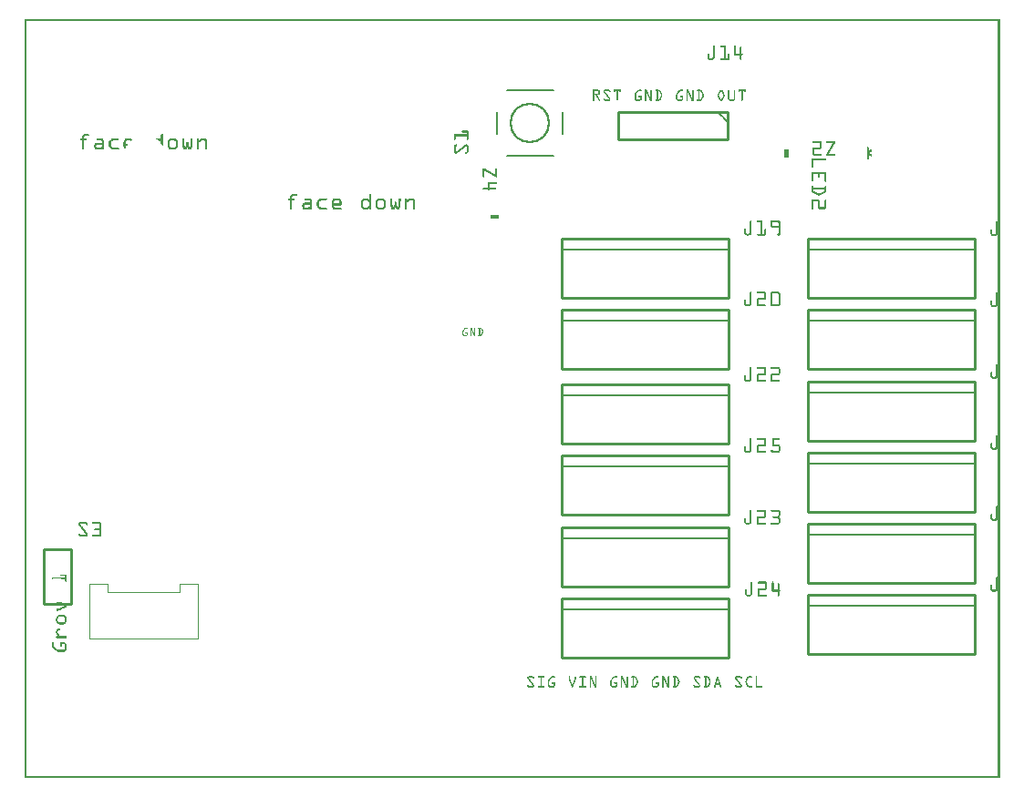
<source format=gto>
G04 MADE WITH FRITZING*
G04 WWW.FRITZING.ORG*
G04 DOUBLE SIDED*
G04 HOLES PLATED*
G04 CONTOUR ON CENTER OF CONTOUR VECTOR*
%ASAXBY*%
%FSLAX23Y23*%
%MOIN*%
%OFA0B0*%
%SFA1.0B1.0*%
%ADD10C,0.148000X0.132*%
%ADD11C,0.010000*%
%ADD12C,0.005000*%
%ADD13C,0.008000*%
%ADD14R,0.001000X0.001000*%
%LNSILK1*%
G90*
G70*
G54D10*
X1848Y2398D03*
G54D11*
X70Y837D02*
X70Y637D01*
D02*
X70Y637D02*
X170Y637D01*
D02*
X170Y637D02*
X170Y837D01*
D02*
X170Y837D02*
X70Y837D01*
D02*
X1965Y964D02*
X2575Y964D01*
D02*
X2575Y964D02*
X2575Y1180D01*
D02*
X2575Y1180D02*
X1965Y1180D01*
D02*
X1965Y1180D02*
X1965Y964D01*
G54D12*
D02*
X2575Y1140D02*
X1965Y1140D01*
G54D11*
D02*
X1965Y441D02*
X2575Y441D01*
D02*
X2575Y441D02*
X2575Y657D01*
D02*
X2575Y657D02*
X1965Y657D01*
D02*
X1965Y657D02*
X1965Y441D01*
G54D12*
D02*
X2575Y617D02*
X1965Y617D01*
G54D11*
D02*
X1965Y701D02*
X2575Y701D01*
D02*
X2575Y701D02*
X2575Y917D01*
D02*
X2575Y917D02*
X1965Y917D01*
D02*
X1965Y917D02*
X1965Y701D01*
G54D12*
D02*
X2575Y877D02*
X1965Y877D01*
G54D11*
D02*
X1965Y1224D02*
X2575Y1224D01*
D02*
X2575Y1224D02*
X2575Y1440D01*
D02*
X2575Y1440D02*
X1965Y1440D01*
D02*
X1965Y1440D02*
X1965Y1224D01*
G54D12*
D02*
X2575Y1400D02*
X1965Y1400D01*
G54D11*
D02*
X2865Y455D02*
X3475Y455D01*
D02*
X3475Y455D02*
X3475Y671D01*
D02*
X3475Y671D02*
X2865Y671D01*
D02*
X2865Y671D02*
X2865Y455D01*
G54D12*
D02*
X3475Y631D02*
X2865Y631D01*
G54D11*
D02*
X1965Y1499D02*
X2575Y1499D01*
D02*
X2575Y1499D02*
X2575Y1715D01*
D02*
X2575Y1715D02*
X1965Y1715D01*
D02*
X1965Y1715D02*
X1965Y1499D01*
G54D12*
D02*
X2575Y1675D02*
X1965Y1675D01*
G54D11*
D02*
X1965Y1759D02*
X2575Y1759D01*
D02*
X2575Y1759D02*
X2575Y1975D01*
D02*
X2575Y1975D02*
X1965Y1975D01*
D02*
X1965Y1975D02*
X1965Y1759D01*
G54D12*
D02*
X2575Y1935D02*
X1965Y1935D01*
G54D11*
D02*
X2865Y715D02*
X3475Y715D01*
D02*
X3475Y715D02*
X3475Y931D01*
D02*
X3475Y931D02*
X2865Y931D01*
D02*
X2865Y931D02*
X2865Y715D01*
G54D12*
D02*
X3475Y891D02*
X2865Y891D01*
G54D11*
D02*
X2865Y1235D02*
X3475Y1235D01*
D02*
X3475Y1235D02*
X3475Y1451D01*
D02*
X3475Y1451D02*
X2865Y1451D01*
D02*
X2865Y1451D02*
X2865Y1235D01*
G54D12*
D02*
X3475Y1411D02*
X2865Y1411D01*
G54D11*
D02*
X2865Y975D02*
X3475Y975D01*
D02*
X3475Y975D02*
X3475Y1191D01*
D02*
X3475Y1191D02*
X2865Y1191D01*
D02*
X2865Y1191D02*
X2865Y975D01*
G54D12*
D02*
X3475Y1151D02*
X2865Y1151D01*
G54D11*
D02*
X2865Y1497D02*
X3475Y1497D01*
D02*
X3475Y1497D02*
X3475Y1713D01*
D02*
X3475Y1713D02*
X2865Y1713D01*
D02*
X2865Y1713D02*
X2865Y1497D01*
G54D12*
D02*
X3475Y1673D02*
X2865Y1673D01*
G54D11*
D02*
X2865Y1757D02*
X3475Y1757D01*
D02*
X3475Y1757D02*
X3475Y1973D01*
D02*
X3475Y1973D02*
X2865Y1973D01*
D02*
X2865Y1973D02*
X2865Y1757D01*
G54D12*
D02*
X3475Y1933D02*
X2865Y1933D01*
G54D13*
D02*
X1933Y2518D02*
X1763Y2518D01*
D02*
X1763Y2278D02*
X1933Y2278D01*
D02*
X1968Y2438D02*
X1968Y2358D01*
D02*
X1728Y2439D02*
X1728Y2358D01*
G54D11*
D02*
X2570Y2437D02*
X2170Y2437D01*
D02*
X2170Y2437D02*
X2170Y2337D01*
D02*
X2170Y2337D02*
X2570Y2337D01*
D02*
X2570Y2337D02*
X2570Y2437D01*
G54D14*
X0Y2778D02*
X3565Y2778D01*
X0Y2777D02*
X3565Y2777D01*
X0Y2776D02*
X3565Y2776D01*
X0Y2775D02*
X3565Y2775D01*
X0Y2774D02*
X3565Y2774D01*
X0Y2773D02*
X3565Y2773D01*
X0Y2772D02*
X3565Y2772D01*
X0Y2771D02*
X3565Y2771D01*
X0Y2770D02*
X7Y2770D01*
X3558Y2770D02*
X3565Y2770D01*
X0Y2769D02*
X7Y2769D01*
X3558Y2769D02*
X3565Y2769D01*
X0Y2768D02*
X7Y2768D01*
X3558Y2768D02*
X3565Y2768D01*
X0Y2767D02*
X7Y2767D01*
X3558Y2767D02*
X3565Y2767D01*
X0Y2766D02*
X7Y2766D01*
X3558Y2766D02*
X3565Y2766D01*
X0Y2765D02*
X7Y2765D01*
X3558Y2765D02*
X3565Y2765D01*
X0Y2764D02*
X7Y2764D01*
X3558Y2764D02*
X3565Y2764D01*
X0Y2763D02*
X7Y2763D01*
X3558Y2763D02*
X3565Y2763D01*
X0Y2762D02*
X7Y2762D01*
X3558Y2762D02*
X3565Y2762D01*
X0Y2761D02*
X7Y2761D01*
X3558Y2761D02*
X3565Y2761D01*
X0Y2760D02*
X7Y2760D01*
X3558Y2760D02*
X3565Y2760D01*
X0Y2759D02*
X7Y2759D01*
X3558Y2759D02*
X3565Y2759D01*
X0Y2758D02*
X7Y2758D01*
X3558Y2758D02*
X3565Y2758D01*
X0Y2757D02*
X7Y2757D01*
X3558Y2757D02*
X3565Y2757D01*
X0Y2756D02*
X7Y2756D01*
X3558Y2756D02*
X3565Y2756D01*
X0Y2755D02*
X7Y2755D01*
X3558Y2755D02*
X3565Y2755D01*
X0Y2754D02*
X7Y2754D01*
X3558Y2754D02*
X3565Y2754D01*
X0Y2753D02*
X7Y2753D01*
X3558Y2753D02*
X3565Y2753D01*
X0Y2752D02*
X7Y2752D01*
X3558Y2752D02*
X3565Y2752D01*
X0Y2751D02*
X7Y2751D01*
X3558Y2751D02*
X3565Y2751D01*
X0Y2750D02*
X7Y2750D01*
X3558Y2750D02*
X3565Y2750D01*
X0Y2749D02*
X7Y2749D01*
X3558Y2749D02*
X3565Y2749D01*
X0Y2748D02*
X7Y2748D01*
X3558Y2748D02*
X3565Y2748D01*
X0Y2747D02*
X7Y2747D01*
X3558Y2747D02*
X3565Y2747D01*
X0Y2746D02*
X7Y2746D01*
X3558Y2746D02*
X3565Y2746D01*
X0Y2745D02*
X7Y2745D01*
X3558Y2745D02*
X3565Y2745D01*
X0Y2744D02*
X7Y2744D01*
X3558Y2744D02*
X3565Y2744D01*
X0Y2743D02*
X7Y2743D01*
X3558Y2743D02*
X3565Y2743D01*
X0Y2742D02*
X7Y2742D01*
X3558Y2742D02*
X3565Y2742D01*
X0Y2741D02*
X7Y2741D01*
X3558Y2741D02*
X3565Y2741D01*
X0Y2740D02*
X7Y2740D01*
X3558Y2740D02*
X3565Y2740D01*
X0Y2739D02*
X7Y2739D01*
X3558Y2739D02*
X3565Y2739D01*
X0Y2738D02*
X7Y2738D01*
X3558Y2738D02*
X3565Y2738D01*
X0Y2737D02*
X7Y2737D01*
X3558Y2737D02*
X3565Y2737D01*
X0Y2736D02*
X7Y2736D01*
X3558Y2736D02*
X3565Y2736D01*
X0Y2735D02*
X7Y2735D01*
X3558Y2735D02*
X3565Y2735D01*
X0Y2734D02*
X7Y2734D01*
X3558Y2734D02*
X3565Y2734D01*
X0Y2733D02*
X7Y2733D01*
X3558Y2733D02*
X3565Y2733D01*
X0Y2732D02*
X7Y2732D01*
X3558Y2732D02*
X3565Y2732D01*
X0Y2731D02*
X7Y2731D01*
X3558Y2731D02*
X3565Y2731D01*
X0Y2730D02*
X7Y2730D01*
X3558Y2730D02*
X3565Y2730D01*
X0Y2729D02*
X7Y2729D01*
X3558Y2729D02*
X3565Y2729D01*
X0Y2728D02*
X7Y2728D01*
X3558Y2728D02*
X3565Y2728D01*
X0Y2727D02*
X7Y2727D01*
X3558Y2727D02*
X3565Y2727D01*
X0Y2726D02*
X7Y2726D01*
X3558Y2726D02*
X3565Y2726D01*
X0Y2725D02*
X7Y2725D01*
X3558Y2725D02*
X3565Y2725D01*
X0Y2724D02*
X7Y2724D01*
X3558Y2724D02*
X3565Y2724D01*
X0Y2723D02*
X7Y2723D01*
X3558Y2723D02*
X3565Y2723D01*
X0Y2722D02*
X7Y2722D01*
X3558Y2722D02*
X3565Y2722D01*
X0Y2721D02*
X7Y2721D01*
X3558Y2721D02*
X3565Y2721D01*
X0Y2720D02*
X7Y2720D01*
X3558Y2720D02*
X3565Y2720D01*
X0Y2719D02*
X7Y2719D01*
X3558Y2719D02*
X3565Y2719D01*
X0Y2718D02*
X7Y2718D01*
X3558Y2718D02*
X3565Y2718D01*
X0Y2717D02*
X7Y2717D01*
X3558Y2717D02*
X3565Y2717D01*
X0Y2716D02*
X7Y2716D01*
X3558Y2716D02*
X3565Y2716D01*
X0Y2715D02*
X7Y2715D01*
X3558Y2715D02*
X3565Y2715D01*
X0Y2714D02*
X7Y2714D01*
X3558Y2714D02*
X3565Y2714D01*
X0Y2713D02*
X7Y2713D01*
X3558Y2713D02*
X3565Y2713D01*
X0Y2712D02*
X7Y2712D01*
X3558Y2712D02*
X3565Y2712D01*
X0Y2711D02*
X7Y2711D01*
X3558Y2711D02*
X3565Y2711D01*
X0Y2710D02*
X7Y2710D01*
X3558Y2710D02*
X3565Y2710D01*
X0Y2709D02*
X7Y2709D01*
X3558Y2709D02*
X3565Y2709D01*
X0Y2708D02*
X7Y2708D01*
X3558Y2708D02*
X3565Y2708D01*
X0Y2707D02*
X7Y2707D01*
X3558Y2707D02*
X3565Y2707D01*
X0Y2706D02*
X7Y2706D01*
X3558Y2706D02*
X3565Y2706D01*
X0Y2705D02*
X7Y2705D01*
X3558Y2705D02*
X3565Y2705D01*
X0Y2704D02*
X7Y2704D01*
X3558Y2704D02*
X3565Y2704D01*
X0Y2703D02*
X7Y2703D01*
X3558Y2703D02*
X3565Y2703D01*
X0Y2702D02*
X7Y2702D01*
X3558Y2702D02*
X3565Y2702D01*
X0Y2701D02*
X7Y2701D01*
X3558Y2701D02*
X3565Y2701D01*
X0Y2700D02*
X7Y2700D01*
X3558Y2700D02*
X3565Y2700D01*
X0Y2699D02*
X7Y2699D01*
X3558Y2699D02*
X3565Y2699D01*
X0Y2698D02*
X7Y2698D01*
X3558Y2698D02*
X3565Y2698D01*
X0Y2697D02*
X7Y2697D01*
X3558Y2697D02*
X3565Y2697D01*
X0Y2696D02*
X7Y2696D01*
X3558Y2696D02*
X3565Y2696D01*
X0Y2695D02*
X7Y2695D01*
X3558Y2695D02*
X3565Y2695D01*
X0Y2694D02*
X7Y2694D01*
X3558Y2694D02*
X3565Y2694D01*
X0Y2693D02*
X7Y2693D01*
X3558Y2693D02*
X3565Y2693D01*
X0Y2692D02*
X7Y2692D01*
X3558Y2692D02*
X3565Y2692D01*
X0Y2691D02*
X7Y2691D01*
X3558Y2691D02*
X3565Y2691D01*
X0Y2690D02*
X7Y2690D01*
X3558Y2690D02*
X3565Y2690D01*
X0Y2689D02*
X7Y2689D01*
X3558Y2689D02*
X3565Y2689D01*
X0Y2688D02*
X7Y2688D01*
X3558Y2688D02*
X3565Y2688D01*
X0Y2687D02*
X7Y2687D01*
X3558Y2687D02*
X3565Y2687D01*
X0Y2686D02*
X7Y2686D01*
X3558Y2686D02*
X3565Y2686D01*
X0Y2685D02*
X7Y2685D01*
X3558Y2685D02*
X3565Y2685D01*
X0Y2684D02*
X7Y2684D01*
X3558Y2684D02*
X3565Y2684D01*
X0Y2683D02*
X7Y2683D01*
X3558Y2683D02*
X3565Y2683D01*
X0Y2682D02*
X7Y2682D01*
X2519Y2682D02*
X2520Y2682D01*
X2545Y2682D02*
X2562Y2682D01*
X2597Y2682D02*
X2598Y2682D01*
X3558Y2682D02*
X3565Y2682D01*
X0Y2681D02*
X7Y2681D01*
X2517Y2681D02*
X2521Y2681D01*
X2543Y2681D02*
X2562Y2681D01*
X2595Y2681D02*
X2599Y2681D01*
X3558Y2681D02*
X3565Y2681D01*
X0Y2680D02*
X7Y2680D01*
X2517Y2680D02*
X2522Y2680D01*
X2543Y2680D02*
X2562Y2680D01*
X2595Y2680D02*
X2600Y2680D01*
X3558Y2680D02*
X3565Y2680D01*
X0Y2679D02*
X7Y2679D01*
X2516Y2679D02*
X2522Y2679D01*
X2543Y2679D02*
X2562Y2679D01*
X2594Y2679D02*
X2600Y2679D01*
X3558Y2679D02*
X3565Y2679D01*
X0Y2678D02*
X7Y2678D01*
X2516Y2678D02*
X2522Y2678D01*
X2543Y2678D02*
X2562Y2678D01*
X2594Y2678D02*
X2600Y2678D01*
X3558Y2678D02*
X3565Y2678D01*
X0Y2677D02*
X7Y2677D01*
X2516Y2677D02*
X2522Y2677D01*
X2543Y2677D02*
X2562Y2677D01*
X2594Y2677D02*
X2600Y2677D01*
X3558Y2677D02*
X3565Y2677D01*
X0Y2676D02*
X7Y2676D01*
X2516Y2676D02*
X2522Y2676D01*
X2544Y2676D02*
X2562Y2676D01*
X2594Y2676D02*
X2600Y2676D01*
X2617Y2676D02*
X2619Y2676D01*
X3558Y2676D02*
X3565Y2676D01*
X0Y2675D02*
X7Y2675D01*
X2516Y2675D02*
X2522Y2675D01*
X2556Y2675D02*
X2562Y2675D01*
X2594Y2675D02*
X2600Y2675D01*
X2616Y2675D02*
X2620Y2675D01*
X3558Y2675D02*
X3565Y2675D01*
X0Y2674D02*
X7Y2674D01*
X2516Y2674D02*
X2522Y2674D01*
X2556Y2674D02*
X2562Y2674D01*
X2594Y2674D02*
X2600Y2674D01*
X2615Y2674D02*
X2621Y2674D01*
X3558Y2674D02*
X3565Y2674D01*
X0Y2673D02*
X7Y2673D01*
X2516Y2673D02*
X2522Y2673D01*
X2556Y2673D02*
X2562Y2673D01*
X2594Y2673D02*
X2600Y2673D01*
X2615Y2673D02*
X2621Y2673D01*
X3558Y2673D02*
X3565Y2673D01*
X0Y2672D02*
X7Y2672D01*
X2516Y2672D02*
X2522Y2672D01*
X2556Y2672D02*
X2562Y2672D01*
X2594Y2672D02*
X2600Y2672D01*
X2615Y2672D02*
X2621Y2672D01*
X3558Y2672D02*
X3565Y2672D01*
X0Y2671D02*
X7Y2671D01*
X2516Y2671D02*
X2522Y2671D01*
X2556Y2671D02*
X2562Y2671D01*
X2594Y2671D02*
X2600Y2671D01*
X2615Y2671D02*
X2621Y2671D01*
X3558Y2671D02*
X3565Y2671D01*
X0Y2670D02*
X7Y2670D01*
X2516Y2670D02*
X2522Y2670D01*
X2556Y2670D02*
X2562Y2670D01*
X2594Y2670D02*
X2600Y2670D01*
X2615Y2670D02*
X2621Y2670D01*
X3558Y2670D02*
X3565Y2670D01*
X0Y2669D02*
X7Y2669D01*
X2516Y2669D02*
X2522Y2669D01*
X2556Y2669D02*
X2562Y2669D01*
X2594Y2669D02*
X2600Y2669D01*
X2615Y2669D02*
X2621Y2669D01*
X3558Y2669D02*
X3565Y2669D01*
X0Y2668D02*
X7Y2668D01*
X2516Y2668D02*
X2522Y2668D01*
X2556Y2668D02*
X2562Y2668D01*
X2594Y2668D02*
X2600Y2668D01*
X2615Y2668D02*
X2621Y2668D01*
X3558Y2668D02*
X3565Y2668D01*
X0Y2667D02*
X7Y2667D01*
X2516Y2667D02*
X2522Y2667D01*
X2556Y2667D02*
X2562Y2667D01*
X2594Y2667D02*
X2600Y2667D01*
X2615Y2667D02*
X2621Y2667D01*
X3558Y2667D02*
X3565Y2667D01*
X0Y2666D02*
X7Y2666D01*
X2516Y2666D02*
X2522Y2666D01*
X2556Y2666D02*
X2562Y2666D01*
X2594Y2666D02*
X2600Y2666D01*
X2615Y2666D02*
X2621Y2666D01*
X3558Y2666D02*
X3565Y2666D01*
X0Y2665D02*
X7Y2665D01*
X2516Y2665D02*
X2522Y2665D01*
X2556Y2665D02*
X2562Y2665D01*
X2594Y2665D02*
X2600Y2665D01*
X2615Y2665D02*
X2621Y2665D01*
X3558Y2665D02*
X3565Y2665D01*
X0Y2664D02*
X7Y2664D01*
X2516Y2664D02*
X2522Y2664D01*
X2556Y2664D02*
X2562Y2664D01*
X2594Y2664D02*
X2600Y2664D01*
X2615Y2664D02*
X2621Y2664D01*
X3558Y2664D02*
X3565Y2664D01*
X0Y2663D02*
X7Y2663D01*
X2516Y2663D02*
X2522Y2663D01*
X2556Y2663D02*
X2562Y2663D01*
X2594Y2663D02*
X2600Y2663D01*
X2615Y2663D02*
X2621Y2663D01*
X3558Y2663D02*
X3565Y2663D01*
X0Y2662D02*
X7Y2662D01*
X2516Y2662D02*
X2522Y2662D01*
X2556Y2662D02*
X2562Y2662D01*
X2594Y2662D02*
X2600Y2662D01*
X2615Y2662D02*
X2621Y2662D01*
X3558Y2662D02*
X3565Y2662D01*
X0Y2661D02*
X7Y2661D01*
X2516Y2661D02*
X2522Y2661D01*
X2556Y2661D02*
X2562Y2661D01*
X2594Y2661D02*
X2600Y2661D01*
X2615Y2661D02*
X2621Y2661D01*
X3558Y2661D02*
X3565Y2661D01*
X0Y2660D02*
X7Y2660D01*
X2516Y2660D02*
X2522Y2660D01*
X2556Y2660D02*
X2562Y2660D01*
X2594Y2660D02*
X2600Y2660D01*
X2615Y2660D02*
X2621Y2660D01*
X3558Y2660D02*
X3565Y2660D01*
X0Y2659D02*
X7Y2659D01*
X2516Y2659D02*
X2522Y2659D01*
X2556Y2659D02*
X2562Y2659D01*
X2594Y2659D02*
X2600Y2659D01*
X2615Y2659D02*
X2621Y2659D01*
X3558Y2659D02*
X3565Y2659D01*
X0Y2658D02*
X7Y2658D01*
X2516Y2658D02*
X2522Y2658D01*
X2556Y2658D02*
X2562Y2658D01*
X2594Y2658D02*
X2600Y2658D01*
X2615Y2658D02*
X2621Y2658D01*
X3558Y2658D02*
X3565Y2658D01*
X0Y2657D02*
X7Y2657D01*
X2516Y2657D02*
X2522Y2657D01*
X2556Y2657D02*
X2562Y2657D01*
X2594Y2657D02*
X2600Y2657D01*
X2615Y2657D02*
X2621Y2657D01*
X3558Y2657D02*
X3565Y2657D01*
X0Y2656D02*
X7Y2656D01*
X2516Y2656D02*
X2522Y2656D01*
X2556Y2656D02*
X2562Y2656D01*
X2594Y2656D02*
X2600Y2656D01*
X2615Y2656D02*
X2621Y2656D01*
X3558Y2656D02*
X3565Y2656D01*
X0Y2655D02*
X7Y2655D01*
X2516Y2655D02*
X2522Y2655D01*
X2556Y2655D02*
X2562Y2655D01*
X2594Y2655D02*
X2600Y2655D01*
X2615Y2655D02*
X2621Y2655D01*
X3558Y2655D02*
X3565Y2655D01*
X0Y2654D02*
X7Y2654D01*
X2516Y2654D02*
X2522Y2654D01*
X2556Y2654D02*
X2562Y2654D01*
X2594Y2654D02*
X2600Y2654D01*
X2615Y2654D02*
X2621Y2654D01*
X3558Y2654D02*
X3565Y2654D01*
X0Y2653D02*
X7Y2653D01*
X2516Y2653D02*
X2522Y2653D01*
X2556Y2653D02*
X2562Y2653D01*
X2594Y2653D02*
X2601Y2653D01*
X2615Y2653D02*
X2621Y2653D01*
X3558Y2653D02*
X3565Y2653D01*
X0Y2652D02*
X7Y2652D01*
X2497Y2652D02*
X2500Y2652D01*
X2516Y2652D02*
X2522Y2652D01*
X2556Y2652D02*
X2562Y2652D01*
X2571Y2652D02*
X2575Y2652D01*
X2594Y2652D02*
X2623Y2652D01*
X3558Y2652D02*
X3565Y2652D01*
X0Y2651D02*
X7Y2651D01*
X2496Y2651D02*
X2501Y2651D01*
X2516Y2651D02*
X2522Y2651D01*
X2556Y2651D02*
X2562Y2651D01*
X2571Y2651D02*
X2576Y2651D01*
X2594Y2651D02*
X2624Y2651D01*
X3558Y2651D02*
X3565Y2651D01*
X0Y2650D02*
X7Y2650D01*
X2496Y2650D02*
X2502Y2650D01*
X2516Y2650D02*
X2522Y2650D01*
X2556Y2650D02*
X2562Y2650D01*
X2570Y2650D02*
X2576Y2650D01*
X2594Y2650D02*
X2624Y2650D01*
X3558Y2650D02*
X3565Y2650D01*
X0Y2649D02*
X7Y2649D01*
X2496Y2649D02*
X2502Y2649D01*
X2516Y2649D02*
X2522Y2649D01*
X2556Y2649D02*
X2562Y2649D01*
X2570Y2649D02*
X2576Y2649D01*
X2594Y2649D02*
X2625Y2649D01*
X3558Y2649D02*
X3565Y2649D01*
X0Y2648D02*
X7Y2648D01*
X2496Y2648D02*
X2502Y2648D01*
X2516Y2648D02*
X2522Y2648D01*
X2556Y2648D02*
X2562Y2648D01*
X2570Y2648D02*
X2576Y2648D01*
X2594Y2648D02*
X2624Y2648D01*
X3558Y2648D02*
X3565Y2648D01*
X0Y2647D02*
X7Y2647D01*
X2496Y2647D02*
X2502Y2647D01*
X2516Y2647D02*
X2522Y2647D01*
X2556Y2647D02*
X2562Y2647D01*
X2570Y2647D02*
X2576Y2647D01*
X2594Y2647D02*
X2624Y2647D01*
X3558Y2647D02*
X3565Y2647D01*
X0Y2646D02*
X7Y2646D01*
X2496Y2646D02*
X2502Y2646D01*
X2516Y2646D02*
X2522Y2646D01*
X2556Y2646D02*
X2562Y2646D01*
X2570Y2646D02*
X2576Y2646D01*
X2595Y2646D02*
X2622Y2646D01*
X3558Y2646D02*
X3565Y2646D01*
X0Y2645D02*
X7Y2645D01*
X2496Y2645D02*
X2502Y2645D01*
X2516Y2645D02*
X2522Y2645D01*
X2556Y2645D02*
X2562Y2645D01*
X2570Y2645D02*
X2576Y2645D01*
X2615Y2645D02*
X2621Y2645D01*
X3558Y2645D02*
X3565Y2645D01*
X0Y2644D02*
X7Y2644D01*
X2496Y2644D02*
X2502Y2644D01*
X2516Y2644D02*
X2522Y2644D01*
X2556Y2644D02*
X2562Y2644D01*
X2570Y2644D02*
X2576Y2644D01*
X2615Y2644D02*
X2621Y2644D01*
X3558Y2644D02*
X3565Y2644D01*
X0Y2643D02*
X7Y2643D01*
X2496Y2643D02*
X2502Y2643D01*
X2516Y2643D02*
X2522Y2643D01*
X2556Y2643D02*
X2562Y2643D01*
X2570Y2643D02*
X2576Y2643D01*
X2615Y2643D02*
X2621Y2643D01*
X3558Y2643D02*
X3565Y2643D01*
X0Y2642D02*
X7Y2642D01*
X2496Y2642D02*
X2502Y2642D01*
X2516Y2642D02*
X2522Y2642D01*
X2556Y2642D02*
X2562Y2642D01*
X2570Y2642D02*
X2576Y2642D01*
X2615Y2642D02*
X2621Y2642D01*
X3558Y2642D02*
X3565Y2642D01*
X0Y2641D02*
X7Y2641D01*
X2496Y2641D02*
X2502Y2641D01*
X2516Y2641D02*
X2522Y2641D01*
X2556Y2641D02*
X2562Y2641D01*
X2570Y2641D02*
X2576Y2641D01*
X2615Y2641D02*
X2621Y2641D01*
X3558Y2641D02*
X3565Y2641D01*
X0Y2640D02*
X7Y2640D01*
X2496Y2640D02*
X2502Y2640D01*
X2516Y2640D02*
X2522Y2640D01*
X2556Y2640D02*
X2562Y2640D01*
X2570Y2640D02*
X2576Y2640D01*
X2615Y2640D02*
X2621Y2640D01*
X3558Y2640D02*
X3565Y2640D01*
X0Y2639D02*
X7Y2639D01*
X2496Y2639D02*
X2502Y2639D01*
X2516Y2639D02*
X2522Y2639D01*
X2556Y2639D02*
X2562Y2639D01*
X2570Y2639D02*
X2576Y2639D01*
X2615Y2639D02*
X2621Y2639D01*
X3558Y2639D02*
X3565Y2639D01*
X0Y2638D02*
X7Y2638D01*
X2496Y2638D02*
X2502Y2638D01*
X2516Y2638D02*
X2522Y2638D01*
X2556Y2638D02*
X2562Y2638D01*
X2570Y2638D02*
X2576Y2638D01*
X2615Y2638D02*
X2621Y2638D01*
X3558Y2638D02*
X3565Y2638D01*
X0Y2637D02*
X7Y2637D01*
X2496Y2637D02*
X2502Y2637D01*
X2516Y2637D02*
X2522Y2637D01*
X2556Y2637D02*
X2562Y2637D01*
X2570Y2637D02*
X2576Y2637D01*
X2615Y2637D02*
X2621Y2637D01*
X3558Y2637D02*
X3565Y2637D01*
X0Y2636D02*
X7Y2636D01*
X2496Y2636D02*
X2503Y2636D01*
X2515Y2636D02*
X2522Y2636D01*
X2556Y2636D02*
X2562Y2636D01*
X2570Y2636D02*
X2576Y2636D01*
X2615Y2636D02*
X2621Y2636D01*
X3558Y2636D02*
X3565Y2636D01*
X0Y2635D02*
X7Y2635D01*
X2496Y2635D02*
X2522Y2635D01*
X2546Y2635D02*
X2576Y2635D01*
X2615Y2635D02*
X2621Y2635D01*
X3558Y2635D02*
X3565Y2635D01*
X0Y2634D02*
X7Y2634D01*
X2497Y2634D02*
X2521Y2634D01*
X2544Y2634D02*
X2576Y2634D01*
X2615Y2634D02*
X2621Y2634D01*
X3558Y2634D02*
X3565Y2634D01*
X0Y2633D02*
X7Y2633D01*
X2497Y2633D02*
X2521Y2633D01*
X2543Y2633D02*
X2576Y2633D01*
X2615Y2633D02*
X2621Y2633D01*
X3558Y2633D02*
X3565Y2633D01*
X0Y2632D02*
X7Y2632D01*
X2498Y2632D02*
X2520Y2632D01*
X2543Y2632D02*
X2576Y2632D01*
X2615Y2632D02*
X2621Y2632D01*
X3558Y2632D02*
X3565Y2632D01*
X0Y2631D02*
X7Y2631D01*
X2499Y2631D02*
X2519Y2631D01*
X2543Y2631D02*
X2576Y2631D01*
X2615Y2631D02*
X2621Y2631D01*
X3558Y2631D02*
X3565Y2631D01*
X0Y2630D02*
X7Y2630D01*
X2500Y2630D02*
X2518Y2630D01*
X2543Y2630D02*
X2576Y2630D01*
X2616Y2630D02*
X2621Y2630D01*
X3558Y2630D02*
X3565Y2630D01*
X0Y2629D02*
X7Y2629D01*
X2502Y2629D02*
X2516Y2629D01*
X2544Y2629D02*
X2575Y2629D01*
X2616Y2629D02*
X2620Y2629D01*
X3558Y2629D02*
X3565Y2629D01*
X0Y2628D02*
X7Y2628D01*
X3558Y2628D02*
X3565Y2628D01*
X0Y2627D02*
X7Y2627D01*
X3558Y2627D02*
X3565Y2627D01*
X0Y2626D02*
X7Y2626D01*
X3558Y2626D02*
X3565Y2626D01*
X0Y2625D02*
X7Y2625D01*
X3558Y2625D02*
X3565Y2625D01*
X0Y2624D02*
X7Y2624D01*
X3558Y2624D02*
X3565Y2624D01*
X0Y2623D02*
X7Y2623D01*
X3558Y2623D02*
X3565Y2623D01*
X0Y2622D02*
X7Y2622D01*
X3558Y2622D02*
X3565Y2622D01*
X0Y2621D02*
X7Y2621D01*
X3558Y2621D02*
X3565Y2621D01*
X0Y2620D02*
X7Y2620D01*
X3558Y2620D02*
X3565Y2620D01*
X0Y2619D02*
X7Y2619D01*
X3558Y2619D02*
X3565Y2619D01*
X0Y2618D02*
X7Y2618D01*
X3558Y2618D02*
X3565Y2618D01*
X0Y2617D02*
X7Y2617D01*
X3558Y2617D02*
X3565Y2617D01*
X0Y2616D02*
X7Y2616D01*
X3558Y2616D02*
X3565Y2616D01*
X0Y2615D02*
X7Y2615D01*
X3558Y2615D02*
X3565Y2615D01*
X0Y2614D02*
X7Y2614D01*
X3558Y2614D02*
X3565Y2614D01*
X0Y2613D02*
X7Y2613D01*
X3558Y2613D02*
X3565Y2613D01*
X0Y2612D02*
X7Y2612D01*
X3558Y2612D02*
X3565Y2612D01*
X0Y2611D02*
X7Y2611D01*
X3558Y2611D02*
X3565Y2611D01*
X0Y2610D02*
X7Y2610D01*
X3558Y2610D02*
X3565Y2610D01*
X0Y2609D02*
X7Y2609D01*
X3558Y2609D02*
X3565Y2609D01*
X0Y2608D02*
X7Y2608D01*
X3558Y2608D02*
X3565Y2608D01*
X0Y2607D02*
X7Y2607D01*
X3558Y2607D02*
X3565Y2607D01*
X0Y2606D02*
X7Y2606D01*
X3558Y2606D02*
X3565Y2606D01*
X0Y2605D02*
X7Y2605D01*
X3558Y2605D02*
X3565Y2605D01*
X0Y2604D02*
X7Y2604D01*
X3558Y2604D02*
X3565Y2604D01*
X0Y2603D02*
X7Y2603D01*
X3558Y2603D02*
X3565Y2603D01*
X0Y2602D02*
X7Y2602D01*
X3558Y2602D02*
X3565Y2602D01*
X0Y2601D02*
X7Y2601D01*
X3558Y2601D02*
X3565Y2601D01*
X0Y2600D02*
X7Y2600D01*
X3558Y2600D02*
X3565Y2600D01*
X0Y2599D02*
X7Y2599D01*
X3558Y2599D02*
X3565Y2599D01*
X0Y2598D02*
X7Y2598D01*
X3558Y2598D02*
X3565Y2598D01*
X0Y2597D02*
X7Y2597D01*
X3558Y2597D02*
X3565Y2597D01*
X0Y2596D02*
X7Y2596D01*
X3558Y2596D02*
X3565Y2596D01*
X0Y2595D02*
X7Y2595D01*
X3558Y2595D02*
X3565Y2595D01*
X0Y2594D02*
X7Y2594D01*
X3558Y2594D02*
X3565Y2594D01*
X0Y2593D02*
X7Y2593D01*
X3558Y2593D02*
X3565Y2593D01*
X0Y2592D02*
X7Y2592D01*
X3558Y2592D02*
X3565Y2592D01*
X0Y2591D02*
X7Y2591D01*
X3558Y2591D02*
X3565Y2591D01*
X0Y2590D02*
X7Y2590D01*
X3558Y2590D02*
X3565Y2590D01*
X0Y2589D02*
X7Y2589D01*
X3558Y2589D02*
X3565Y2589D01*
X0Y2588D02*
X7Y2588D01*
X3558Y2588D02*
X3565Y2588D01*
X0Y2587D02*
X7Y2587D01*
X3558Y2587D02*
X3565Y2587D01*
X0Y2586D02*
X7Y2586D01*
X3558Y2586D02*
X3565Y2586D01*
X0Y2585D02*
X7Y2585D01*
X3558Y2585D02*
X3565Y2585D01*
X0Y2584D02*
X7Y2584D01*
X3558Y2584D02*
X3565Y2584D01*
X0Y2583D02*
X7Y2583D01*
X3558Y2583D02*
X3565Y2583D01*
X0Y2582D02*
X7Y2582D01*
X3558Y2582D02*
X3565Y2582D01*
X0Y2581D02*
X7Y2581D01*
X3558Y2581D02*
X3565Y2581D01*
X0Y2580D02*
X7Y2580D01*
X3558Y2580D02*
X3565Y2580D01*
X0Y2579D02*
X7Y2579D01*
X3558Y2579D02*
X3565Y2579D01*
X0Y2578D02*
X7Y2578D01*
X3558Y2578D02*
X3565Y2578D01*
X0Y2577D02*
X7Y2577D01*
X3558Y2577D02*
X3565Y2577D01*
X0Y2576D02*
X7Y2576D01*
X3558Y2576D02*
X3565Y2576D01*
X0Y2575D02*
X7Y2575D01*
X3558Y2575D02*
X3565Y2575D01*
X0Y2574D02*
X7Y2574D01*
X3558Y2574D02*
X3565Y2574D01*
X0Y2573D02*
X7Y2573D01*
X3558Y2573D02*
X3565Y2573D01*
X0Y2572D02*
X7Y2572D01*
X3558Y2572D02*
X3565Y2572D01*
X0Y2571D02*
X7Y2571D01*
X3558Y2571D02*
X3565Y2571D01*
X0Y2570D02*
X7Y2570D01*
X3558Y2570D02*
X3565Y2570D01*
X0Y2569D02*
X7Y2569D01*
X3558Y2569D02*
X3565Y2569D01*
X0Y2568D02*
X7Y2568D01*
X3558Y2568D02*
X3565Y2568D01*
X0Y2567D02*
X7Y2567D01*
X3558Y2567D02*
X3565Y2567D01*
X0Y2566D02*
X7Y2566D01*
X3558Y2566D02*
X3565Y2566D01*
X0Y2565D02*
X7Y2565D01*
X3558Y2565D02*
X3565Y2565D01*
X0Y2564D02*
X7Y2564D01*
X3558Y2564D02*
X3565Y2564D01*
X0Y2563D02*
X7Y2563D01*
X3558Y2563D02*
X3565Y2563D01*
X0Y2562D02*
X7Y2562D01*
X3558Y2562D02*
X3565Y2562D01*
X0Y2561D02*
X7Y2561D01*
X3558Y2561D02*
X3565Y2561D01*
X0Y2560D02*
X7Y2560D01*
X3558Y2560D02*
X3565Y2560D01*
X0Y2559D02*
X7Y2559D01*
X3558Y2559D02*
X3565Y2559D01*
X0Y2558D02*
X7Y2558D01*
X3558Y2558D02*
X3565Y2558D01*
X0Y2557D02*
X7Y2557D01*
X3558Y2557D02*
X3565Y2557D01*
X0Y2556D02*
X7Y2556D01*
X3558Y2556D02*
X3565Y2556D01*
X0Y2555D02*
X7Y2555D01*
X3558Y2555D02*
X3565Y2555D01*
X0Y2554D02*
X7Y2554D01*
X3558Y2554D02*
X3565Y2554D01*
X0Y2553D02*
X7Y2553D01*
X3558Y2553D02*
X3565Y2553D01*
X0Y2552D02*
X7Y2552D01*
X3558Y2552D02*
X3565Y2552D01*
X0Y2551D02*
X7Y2551D01*
X3558Y2551D02*
X3565Y2551D01*
X0Y2550D02*
X7Y2550D01*
X3558Y2550D02*
X3565Y2550D01*
X0Y2549D02*
X7Y2549D01*
X3558Y2549D02*
X3565Y2549D01*
X0Y2548D02*
X7Y2548D01*
X3558Y2548D02*
X3565Y2548D01*
X0Y2547D02*
X7Y2547D01*
X3558Y2547D02*
X3565Y2547D01*
X0Y2546D02*
X7Y2546D01*
X3558Y2546D02*
X3565Y2546D01*
X0Y2545D02*
X7Y2545D01*
X3558Y2545D02*
X3565Y2545D01*
X0Y2544D02*
X7Y2544D01*
X3558Y2544D02*
X3565Y2544D01*
X0Y2543D02*
X7Y2543D01*
X3558Y2543D02*
X3565Y2543D01*
X0Y2542D02*
X7Y2542D01*
X3558Y2542D02*
X3565Y2542D01*
X0Y2541D02*
X7Y2541D01*
X3558Y2541D02*
X3565Y2541D01*
X0Y2540D02*
X7Y2540D01*
X3558Y2540D02*
X3565Y2540D01*
X0Y2539D02*
X7Y2539D01*
X3558Y2539D02*
X3565Y2539D01*
X0Y2538D02*
X7Y2538D01*
X3558Y2538D02*
X3565Y2538D01*
X0Y2537D02*
X7Y2537D01*
X3558Y2537D02*
X3565Y2537D01*
X0Y2536D02*
X7Y2536D01*
X3558Y2536D02*
X3565Y2536D01*
X0Y2535D02*
X7Y2535D01*
X3558Y2535D02*
X3565Y2535D01*
X0Y2534D02*
X7Y2534D01*
X3558Y2534D02*
X3565Y2534D01*
X0Y2533D02*
X7Y2533D01*
X3558Y2533D02*
X3565Y2533D01*
X0Y2532D02*
X7Y2532D01*
X3558Y2532D02*
X3565Y2532D01*
X0Y2531D02*
X7Y2531D01*
X3558Y2531D02*
X3565Y2531D01*
X0Y2530D02*
X7Y2530D01*
X3558Y2530D02*
X3565Y2530D01*
X0Y2529D02*
X7Y2529D01*
X3558Y2529D02*
X3565Y2529D01*
X0Y2528D02*
X7Y2528D01*
X3558Y2528D02*
X3565Y2528D01*
X0Y2527D02*
X7Y2527D01*
X3558Y2527D02*
X3565Y2527D01*
X0Y2526D02*
X7Y2526D01*
X3558Y2526D02*
X3565Y2526D01*
X0Y2525D02*
X7Y2525D01*
X3558Y2525D02*
X3565Y2525D01*
X0Y2524D02*
X7Y2524D01*
X3558Y2524D02*
X3565Y2524D01*
X0Y2523D02*
X7Y2523D01*
X3558Y2523D02*
X3565Y2523D01*
X0Y2522D02*
X7Y2522D01*
X3558Y2522D02*
X3565Y2522D01*
X0Y2521D02*
X7Y2521D01*
X3558Y2521D02*
X3565Y2521D01*
X0Y2520D02*
X7Y2520D01*
X3558Y2520D02*
X3565Y2520D01*
X0Y2519D02*
X7Y2519D01*
X2079Y2519D02*
X2096Y2519D01*
X2122Y2519D02*
X2135Y2519D01*
X2155Y2519D02*
X2179Y2519D01*
X2246Y2519D02*
X2253Y2519D01*
X2269Y2519D02*
X2274Y2519D01*
X2309Y2519D02*
X2318Y2519D01*
X2398Y2519D02*
X2405Y2519D01*
X2421Y2519D02*
X2426Y2519D01*
X2461Y2519D02*
X2470Y2519D01*
X2610Y2519D02*
X2635Y2519D01*
X3558Y2519D02*
X3565Y2519D01*
X0Y2518D02*
X7Y2518D01*
X2079Y2518D02*
X2100Y2518D01*
X2119Y2518D02*
X2138Y2518D01*
X2154Y2518D02*
X2180Y2518D01*
X2242Y2518D02*
X2255Y2518D01*
X2268Y2518D02*
X2275Y2518D01*
X2290Y2518D02*
X2293Y2518D01*
X2307Y2518D02*
X2321Y2518D01*
X2394Y2518D02*
X2407Y2518D01*
X2420Y2518D02*
X2427Y2518D01*
X2442Y2518D02*
X2445Y2518D01*
X2459Y2518D02*
X2473Y2518D01*
X2544Y2518D02*
X2550Y2518D01*
X2573Y2518D02*
X2576Y2518D01*
X2593Y2518D02*
X2596Y2518D01*
X2610Y2518D02*
X2635Y2518D01*
X3558Y2518D02*
X3565Y2518D01*
X0Y2517D02*
X7Y2517D01*
X2079Y2517D02*
X2101Y2517D01*
X2118Y2517D02*
X2139Y2517D01*
X2154Y2517D02*
X2180Y2517D01*
X2241Y2517D02*
X2255Y2517D01*
X2268Y2517D02*
X2275Y2517D01*
X2289Y2517D02*
X2293Y2517D01*
X2306Y2517D02*
X2323Y2517D01*
X2393Y2517D02*
X2407Y2517D01*
X2420Y2517D02*
X2427Y2517D01*
X2441Y2517D02*
X2445Y2517D01*
X2458Y2517D02*
X2475Y2517D01*
X2542Y2517D02*
X2551Y2517D01*
X2572Y2517D02*
X2576Y2517D01*
X2593Y2517D02*
X2597Y2517D01*
X2610Y2517D02*
X2635Y2517D01*
X3558Y2517D02*
X3565Y2517D01*
X0Y2516D02*
X7Y2516D01*
X2079Y2516D02*
X2102Y2516D01*
X2117Y2516D02*
X2140Y2516D01*
X2154Y2516D02*
X2180Y2516D01*
X2240Y2516D02*
X2255Y2516D01*
X2268Y2516D02*
X2276Y2516D01*
X2289Y2516D02*
X2294Y2516D01*
X2306Y2516D02*
X2324Y2516D01*
X2392Y2516D02*
X2407Y2516D01*
X2420Y2516D02*
X2427Y2516D01*
X2441Y2516D02*
X2445Y2516D01*
X2458Y2516D02*
X2476Y2516D01*
X2541Y2516D02*
X2552Y2516D01*
X2572Y2516D02*
X2576Y2516D01*
X2593Y2516D02*
X2597Y2516D01*
X2610Y2516D02*
X2635Y2516D01*
X3558Y2516D02*
X3565Y2516D01*
X0Y2515D02*
X7Y2515D01*
X2079Y2515D02*
X2103Y2515D01*
X2117Y2515D02*
X2141Y2515D01*
X2154Y2515D02*
X2180Y2515D01*
X2239Y2515D02*
X2255Y2515D01*
X2268Y2515D02*
X2276Y2515D01*
X2289Y2515D02*
X2294Y2515D01*
X2307Y2515D02*
X2325Y2515D01*
X2391Y2515D02*
X2407Y2515D01*
X2420Y2515D02*
X2428Y2515D01*
X2441Y2515D02*
X2445Y2515D01*
X2459Y2515D02*
X2476Y2515D01*
X2541Y2515D02*
X2552Y2515D01*
X2572Y2515D02*
X2576Y2515D01*
X2593Y2515D02*
X2597Y2515D01*
X2610Y2515D02*
X2635Y2515D01*
X3558Y2515D02*
X3565Y2515D01*
X0Y2514D02*
X7Y2514D01*
X2079Y2514D02*
X2103Y2514D01*
X2117Y2514D02*
X2141Y2514D01*
X2154Y2514D02*
X2180Y2514D01*
X2238Y2514D02*
X2254Y2514D01*
X2268Y2514D02*
X2277Y2514D01*
X2289Y2514D02*
X2294Y2514D01*
X2308Y2514D02*
X2325Y2514D01*
X2390Y2514D02*
X2406Y2514D01*
X2420Y2514D02*
X2428Y2514D01*
X2441Y2514D02*
X2445Y2514D01*
X2460Y2514D02*
X2477Y2514D01*
X2540Y2514D02*
X2553Y2514D01*
X2572Y2514D02*
X2576Y2514D01*
X2593Y2514D02*
X2597Y2514D01*
X2610Y2514D02*
X2635Y2514D01*
X3558Y2514D02*
X3565Y2514D01*
X0Y2513D02*
X7Y2513D01*
X2079Y2513D02*
X2083Y2513D01*
X2098Y2513D02*
X2103Y2513D01*
X2117Y2513D02*
X2121Y2513D01*
X2137Y2513D02*
X2142Y2513D01*
X2154Y2513D02*
X2159Y2513D01*
X2165Y2513D02*
X2169Y2513D01*
X2175Y2513D02*
X2180Y2513D01*
X2237Y2513D02*
X2243Y2513D01*
X2268Y2513D02*
X2277Y2513D01*
X2289Y2513D02*
X2294Y2513D01*
X2312Y2513D02*
X2316Y2513D01*
X2320Y2513D02*
X2326Y2513D01*
X2389Y2513D02*
X2395Y2513D01*
X2420Y2513D02*
X2429Y2513D01*
X2441Y2513D02*
X2445Y2513D01*
X2463Y2513D02*
X2468Y2513D01*
X2472Y2513D02*
X2477Y2513D01*
X2540Y2513D02*
X2545Y2513D01*
X2548Y2513D02*
X2553Y2513D01*
X2572Y2513D02*
X2576Y2513D01*
X2593Y2513D02*
X2597Y2513D01*
X2610Y2513D02*
X2614Y2513D01*
X2620Y2513D02*
X2625Y2513D01*
X2631Y2513D02*
X2635Y2513D01*
X3558Y2513D02*
X3565Y2513D01*
X0Y2512D02*
X7Y2512D01*
X2079Y2512D02*
X2083Y2512D01*
X2099Y2512D02*
X2104Y2512D01*
X2117Y2512D02*
X2122Y2512D01*
X2137Y2512D02*
X2142Y2512D01*
X2155Y2512D02*
X2159Y2512D01*
X2165Y2512D02*
X2169Y2512D01*
X2175Y2512D02*
X2180Y2512D01*
X2237Y2512D02*
X2242Y2512D01*
X2268Y2512D02*
X2277Y2512D01*
X2289Y2512D02*
X2294Y2512D01*
X2312Y2512D02*
X2316Y2512D01*
X2321Y2512D02*
X2326Y2512D01*
X2388Y2512D02*
X2394Y2512D01*
X2420Y2512D02*
X2429Y2512D01*
X2441Y2512D02*
X2445Y2512D01*
X2463Y2512D02*
X2468Y2512D01*
X2473Y2512D02*
X2478Y2512D01*
X2539Y2512D02*
X2544Y2512D01*
X2549Y2512D02*
X2554Y2512D01*
X2572Y2512D02*
X2576Y2512D01*
X2593Y2512D02*
X2597Y2512D01*
X2610Y2512D02*
X2614Y2512D01*
X2620Y2512D02*
X2625Y2512D01*
X2631Y2512D02*
X2635Y2512D01*
X3558Y2512D02*
X3565Y2512D01*
X0Y2511D02*
X7Y2511D01*
X2079Y2511D02*
X2083Y2511D01*
X2099Y2511D02*
X2104Y2511D01*
X2117Y2511D02*
X2122Y2511D01*
X2138Y2511D02*
X2141Y2511D01*
X2155Y2511D02*
X2159Y2511D01*
X2165Y2511D02*
X2169Y2511D01*
X2176Y2511D02*
X2179Y2511D01*
X2236Y2511D02*
X2242Y2511D01*
X2268Y2511D02*
X2278Y2511D01*
X2289Y2511D02*
X2294Y2511D01*
X2312Y2511D02*
X2316Y2511D01*
X2322Y2511D02*
X2327Y2511D01*
X2388Y2511D02*
X2393Y2511D01*
X2420Y2511D02*
X2430Y2511D01*
X2441Y2511D02*
X2445Y2511D01*
X2463Y2511D02*
X2468Y2511D01*
X2473Y2511D02*
X2478Y2511D01*
X2539Y2511D02*
X2544Y2511D01*
X2549Y2511D02*
X2554Y2511D01*
X2572Y2511D02*
X2576Y2511D01*
X2593Y2511D02*
X2597Y2511D01*
X2610Y2511D02*
X2614Y2511D01*
X2620Y2511D02*
X2625Y2511D01*
X2631Y2511D02*
X2635Y2511D01*
X3558Y2511D02*
X3565Y2511D01*
X0Y2510D02*
X7Y2510D01*
X2079Y2510D02*
X2083Y2510D01*
X2099Y2510D02*
X2104Y2510D01*
X2117Y2510D02*
X2123Y2510D01*
X2138Y2510D02*
X2141Y2510D01*
X2155Y2510D02*
X2158Y2510D01*
X2165Y2510D02*
X2169Y2510D01*
X2176Y2510D02*
X2179Y2510D01*
X2235Y2510D02*
X2241Y2510D01*
X2268Y2510D02*
X2278Y2510D01*
X2289Y2510D02*
X2294Y2510D01*
X2312Y2510D02*
X2316Y2510D01*
X2322Y2510D02*
X2327Y2510D01*
X2387Y2510D02*
X2393Y2510D01*
X2420Y2510D02*
X2430Y2510D01*
X2441Y2510D02*
X2445Y2510D01*
X2463Y2510D02*
X2468Y2510D01*
X2474Y2510D02*
X2479Y2510D01*
X2538Y2510D02*
X2543Y2510D01*
X2550Y2510D02*
X2555Y2510D01*
X2572Y2510D02*
X2576Y2510D01*
X2593Y2510D02*
X2597Y2510D01*
X2611Y2510D02*
X2613Y2510D01*
X2620Y2510D02*
X2625Y2510D01*
X2632Y2510D02*
X2634Y2510D01*
X3558Y2510D02*
X3565Y2510D01*
X0Y2509D02*
X7Y2509D01*
X2079Y2509D02*
X2083Y2509D01*
X2099Y2509D02*
X2104Y2509D01*
X2118Y2509D02*
X2124Y2509D01*
X2165Y2509D02*
X2169Y2509D01*
X2234Y2509D02*
X2240Y2509D01*
X2268Y2509D02*
X2279Y2509D01*
X2289Y2509D02*
X2294Y2509D01*
X2312Y2509D02*
X2316Y2509D01*
X2323Y2509D02*
X2328Y2509D01*
X2386Y2509D02*
X2392Y2509D01*
X2420Y2509D02*
X2431Y2509D01*
X2441Y2509D02*
X2445Y2509D01*
X2463Y2509D02*
X2468Y2509D01*
X2474Y2509D02*
X2479Y2509D01*
X2538Y2509D02*
X2543Y2509D01*
X2550Y2509D02*
X2555Y2509D01*
X2572Y2509D02*
X2576Y2509D01*
X2593Y2509D02*
X2597Y2509D01*
X2620Y2509D02*
X2625Y2509D01*
X3558Y2509D02*
X3565Y2509D01*
X0Y2508D02*
X7Y2508D01*
X2079Y2508D02*
X2083Y2508D01*
X2099Y2508D02*
X2104Y2508D01*
X2119Y2508D02*
X2125Y2508D01*
X2165Y2508D02*
X2169Y2508D01*
X2234Y2508D02*
X2239Y2508D01*
X2268Y2508D02*
X2279Y2508D01*
X2289Y2508D02*
X2294Y2508D01*
X2312Y2508D02*
X2316Y2508D01*
X2323Y2508D02*
X2328Y2508D01*
X2385Y2508D02*
X2391Y2508D01*
X2420Y2508D02*
X2424Y2508D01*
X2426Y2508D02*
X2431Y2508D01*
X2441Y2508D02*
X2445Y2508D01*
X2463Y2508D02*
X2468Y2508D01*
X2475Y2508D02*
X2480Y2508D01*
X2537Y2508D02*
X2542Y2508D01*
X2551Y2508D02*
X2556Y2508D01*
X2572Y2508D02*
X2576Y2508D01*
X2593Y2508D02*
X2597Y2508D01*
X2620Y2508D02*
X2625Y2508D01*
X3558Y2508D02*
X3565Y2508D01*
X0Y2507D02*
X7Y2507D01*
X2079Y2507D02*
X2083Y2507D01*
X2099Y2507D02*
X2104Y2507D01*
X2120Y2507D02*
X2125Y2507D01*
X2165Y2507D02*
X2169Y2507D01*
X2233Y2507D02*
X2239Y2507D01*
X2268Y2507D02*
X2273Y2507D01*
X2275Y2507D02*
X2280Y2507D01*
X2289Y2507D02*
X2294Y2507D01*
X2312Y2507D02*
X2316Y2507D01*
X2324Y2507D02*
X2329Y2507D01*
X2385Y2507D02*
X2390Y2507D01*
X2420Y2507D02*
X2424Y2507D01*
X2427Y2507D02*
X2431Y2507D01*
X2441Y2507D02*
X2445Y2507D01*
X2463Y2507D02*
X2468Y2507D01*
X2475Y2507D02*
X2480Y2507D01*
X2537Y2507D02*
X2542Y2507D01*
X2551Y2507D02*
X2556Y2507D01*
X2572Y2507D02*
X2576Y2507D01*
X2593Y2507D02*
X2597Y2507D01*
X2620Y2507D02*
X2625Y2507D01*
X3558Y2507D02*
X3565Y2507D01*
X0Y2506D02*
X7Y2506D01*
X2079Y2506D02*
X2083Y2506D01*
X2098Y2506D02*
X2103Y2506D01*
X2120Y2506D02*
X2126Y2506D01*
X2165Y2506D02*
X2169Y2506D01*
X2232Y2506D02*
X2238Y2506D01*
X2268Y2506D02*
X2273Y2506D01*
X2275Y2506D02*
X2280Y2506D01*
X2289Y2506D02*
X2294Y2506D01*
X2312Y2506D02*
X2316Y2506D01*
X2324Y2506D02*
X2329Y2506D01*
X2384Y2506D02*
X2390Y2506D01*
X2420Y2506D02*
X2424Y2506D01*
X2427Y2506D02*
X2432Y2506D01*
X2441Y2506D02*
X2445Y2506D01*
X2463Y2506D02*
X2468Y2506D01*
X2476Y2506D02*
X2481Y2506D01*
X2536Y2506D02*
X2541Y2506D01*
X2552Y2506D02*
X2557Y2506D01*
X2572Y2506D02*
X2576Y2506D01*
X2593Y2506D02*
X2597Y2506D01*
X2620Y2506D02*
X2625Y2506D01*
X3558Y2506D02*
X3565Y2506D01*
X0Y2505D02*
X7Y2505D01*
X2079Y2505D02*
X2103Y2505D01*
X2121Y2505D02*
X2127Y2505D01*
X2165Y2505D02*
X2169Y2505D01*
X2232Y2505D02*
X2237Y2505D01*
X2268Y2505D02*
X2273Y2505D01*
X2276Y2505D02*
X2280Y2505D01*
X2289Y2505D02*
X2294Y2505D01*
X2312Y2505D02*
X2316Y2505D01*
X2325Y2505D02*
X2330Y2505D01*
X2383Y2505D02*
X2389Y2505D01*
X2420Y2505D02*
X2424Y2505D01*
X2427Y2505D02*
X2432Y2505D01*
X2441Y2505D02*
X2445Y2505D01*
X2463Y2505D02*
X2468Y2505D01*
X2476Y2505D02*
X2481Y2505D01*
X2536Y2505D02*
X2541Y2505D01*
X2552Y2505D02*
X2557Y2505D01*
X2572Y2505D02*
X2576Y2505D01*
X2593Y2505D02*
X2597Y2505D01*
X2620Y2505D02*
X2625Y2505D01*
X3558Y2505D02*
X3565Y2505D01*
X0Y2504D02*
X7Y2504D01*
X2079Y2504D02*
X2102Y2504D01*
X2122Y2504D02*
X2128Y2504D01*
X2165Y2504D02*
X2169Y2504D01*
X2231Y2504D02*
X2236Y2504D01*
X2268Y2504D02*
X2273Y2504D01*
X2276Y2504D02*
X2281Y2504D01*
X2289Y2504D02*
X2294Y2504D01*
X2312Y2504D02*
X2316Y2504D01*
X2325Y2504D02*
X2330Y2504D01*
X2383Y2504D02*
X2388Y2504D01*
X2420Y2504D02*
X2424Y2504D01*
X2428Y2504D02*
X2433Y2504D01*
X2441Y2504D02*
X2445Y2504D01*
X2463Y2504D02*
X2468Y2504D01*
X2477Y2504D02*
X2482Y2504D01*
X2535Y2504D02*
X2540Y2504D01*
X2553Y2504D02*
X2558Y2504D01*
X2572Y2504D02*
X2576Y2504D01*
X2593Y2504D02*
X2597Y2504D01*
X2620Y2504D02*
X2625Y2504D01*
X3558Y2504D02*
X3565Y2504D01*
X0Y2503D02*
X7Y2503D01*
X2079Y2503D02*
X2102Y2503D01*
X2123Y2503D02*
X2129Y2503D01*
X2165Y2503D02*
X2169Y2503D01*
X2231Y2503D02*
X2236Y2503D01*
X2268Y2503D02*
X2273Y2503D01*
X2277Y2503D02*
X2281Y2503D01*
X2289Y2503D02*
X2294Y2503D01*
X2312Y2503D02*
X2316Y2503D01*
X2326Y2503D02*
X2330Y2503D01*
X2383Y2503D02*
X2387Y2503D01*
X2420Y2503D02*
X2424Y2503D01*
X2428Y2503D02*
X2433Y2503D01*
X2441Y2503D02*
X2445Y2503D01*
X2463Y2503D02*
X2468Y2503D01*
X2478Y2503D02*
X2482Y2503D01*
X2535Y2503D02*
X2540Y2503D01*
X2553Y2503D02*
X2558Y2503D01*
X2572Y2503D02*
X2576Y2503D01*
X2593Y2503D02*
X2597Y2503D01*
X2620Y2503D02*
X2625Y2503D01*
X3558Y2503D02*
X3565Y2503D01*
X0Y2502D02*
X7Y2502D01*
X2079Y2502D02*
X2101Y2502D01*
X2123Y2502D02*
X2129Y2502D01*
X2165Y2502D02*
X2169Y2502D01*
X2231Y2502D02*
X2235Y2502D01*
X2268Y2502D02*
X2273Y2502D01*
X2277Y2502D02*
X2282Y2502D01*
X2289Y2502D02*
X2294Y2502D01*
X2312Y2502D02*
X2316Y2502D01*
X2326Y2502D02*
X2331Y2502D01*
X2382Y2502D02*
X2387Y2502D01*
X2420Y2502D02*
X2424Y2502D01*
X2429Y2502D02*
X2434Y2502D01*
X2441Y2502D02*
X2445Y2502D01*
X2463Y2502D02*
X2468Y2502D01*
X2478Y2502D02*
X2483Y2502D01*
X2535Y2502D02*
X2539Y2502D01*
X2554Y2502D02*
X2559Y2502D01*
X2572Y2502D02*
X2576Y2502D01*
X2593Y2502D02*
X2597Y2502D01*
X2620Y2502D02*
X2625Y2502D01*
X3558Y2502D02*
X3565Y2502D01*
X0Y2501D02*
X7Y2501D01*
X2079Y2501D02*
X2099Y2501D01*
X2124Y2501D02*
X2130Y2501D01*
X2165Y2501D02*
X2169Y2501D01*
X2230Y2501D02*
X2235Y2501D01*
X2268Y2501D02*
X2273Y2501D01*
X2277Y2501D02*
X2282Y2501D01*
X2289Y2501D02*
X2294Y2501D01*
X2312Y2501D02*
X2316Y2501D01*
X2327Y2501D02*
X2331Y2501D01*
X2382Y2501D02*
X2387Y2501D01*
X2420Y2501D02*
X2424Y2501D01*
X2429Y2501D02*
X2434Y2501D01*
X2441Y2501D02*
X2445Y2501D01*
X2463Y2501D02*
X2468Y2501D01*
X2478Y2501D02*
X2483Y2501D01*
X2534Y2501D02*
X2539Y2501D01*
X2554Y2501D02*
X2559Y2501D01*
X2572Y2501D02*
X2576Y2501D01*
X2593Y2501D02*
X2597Y2501D01*
X2620Y2501D02*
X2625Y2501D01*
X3558Y2501D02*
X3565Y2501D01*
X0Y2500D02*
X7Y2500D01*
X2079Y2500D02*
X2083Y2500D01*
X2088Y2500D02*
X2093Y2500D01*
X2125Y2500D02*
X2131Y2500D01*
X2165Y2500D02*
X2169Y2500D01*
X2230Y2500D02*
X2235Y2500D01*
X2268Y2500D02*
X2273Y2500D01*
X2278Y2500D02*
X2283Y2500D01*
X2289Y2500D02*
X2294Y2500D01*
X2312Y2500D02*
X2316Y2500D01*
X2327Y2500D02*
X2331Y2500D01*
X2382Y2500D02*
X2387Y2500D01*
X2420Y2500D02*
X2424Y2500D01*
X2430Y2500D02*
X2434Y2500D01*
X2441Y2500D02*
X2445Y2500D01*
X2463Y2500D02*
X2468Y2500D01*
X2479Y2500D02*
X2483Y2500D01*
X2534Y2500D02*
X2538Y2500D01*
X2555Y2500D02*
X2559Y2500D01*
X2572Y2500D02*
X2576Y2500D01*
X2593Y2500D02*
X2597Y2500D01*
X2620Y2500D02*
X2625Y2500D01*
X3558Y2500D02*
X3565Y2500D01*
X0Y2499D02*
X7Y2499D01*
X2079Y2499D02*
X2083Y2499D01*
X2088Y2499D02*
X2094Y2499D01*
X2126Y2499D02*
X2132Y2499D01*
X2165Y2499D02*
X2169Y2499D01*
X2230Y2499D02*
X2235Y2499D01*
X2268Y2499D02*
X2273Y2499D01*
X2278Y2499D02*
X2283Y2499D01*
X2289Y2499D02*
X2294Y2499D01*
X2312Y2499D02*
X2316Y2499D01*
X2327Y2499D02*
X2331Y2499D01*
X2382Y2499D02*
X2387Y2499D01*
X2420Y2499D02*
X2424Y2499D01*
X2430Y2499D02*
X2435Y2499D01*
X2441Y2499D02*
X2445Y2499D01*
X2463Y2499D02*
X2468Y2499D01*
X2479Y2499D02*
X2483Y2499D01*
X2534Y2499D02*
X2538Y2499D01*
X2555Y2499D02*
X2559Y2499D01*
X2572Y2499D02*
X2576Y2499D01*
X2593Y2499D02*
X2597Y2499D01*
X2620Y2499D02*
X2625Y2499D01*
X3558Y2499D02*
X3565Y2499D01*
X0Y2498D02*
X7Y2498D01*
X2079Y2498D02*
X2083Y2498D01*
X2089Y2498D02*
X2094Y2498D01*
X2127Y2498D02*
X2132Y2498D01*
X2165Y2498D02*
X2169Y2498D01*
X2230Y2498D02*
X2235Y2498D01*
X2268Y2498D02*
X2273Y2498D01*
X2279Y2498D02*
X2284Y2498D01*
X2289Y2498D02*
X2294Y2498D01*
X2312Y2498D02*
X2316Y2498D01*
X2327Y2498D02*
X2331Y2498D01*
X2382Y2498D02*
X2387Y2498D01*
X2420Y2498D02*
X2424Y2498D01*
X2431Y2498D02*
X2435Y2498D01*
X2441Y2498D02*
X2445Y2498D01*
X2463Y2498D02*
X2468Y2498D01*
X2479Y2498D02*
X2483Y2498D01*
X2534Y2498D02*
X2538Y2498D01*
X2555Y2498D02*
X2559Y2498D01*
X2572Y2498D02*
X2576Y2498D01*
X2593Y2498D02*
X2597Y2498D01*
X2620Y2498D02*
X2625Y2498D01*
X3558Y2498D02*
X3565Y2498D01*
X0Y2497D02*
X7Y2497D01*
X2079Y2497D02*
X2083Y2497D01*
X2089Y2497D02*
X2095Y2497D01*
X2127Y2497D02*
X2133Y2497D01*
X2165Y2497D02*
X2169Y2497D01*
X2230Y2497D02*
X2235Y2497D01*
X2268Y2497D02*
X2273Y2497D01*
X2279Y2497D02*
X2284Y2497D01*
X2289Y2497D02*
X2294Y2497D01*
X2312Y2497D02*
X2316Y2497D01*
X2327Y2497D02*
X2331Y2497D01*
X2382Y2497D02*
X2387Y2497D01*
X2420Y2497D02*
X2424Y2497D01*
X2431Y2497D02*
X2436Y2497D01*
X2441Y2497D02*
X2445Y2497D01*
X2463Y2497D02*
X2468Y2497D01*
X2479Y2497D02*
X2483Y2497D01*
X2534Y2497D02*
X2539Y2497D01*
X2555Y2497D02*
X2559Y2497D01*
X2572Y2497D02*
X2576Y2497D01*
X2593Y2497D02*
X2597Y2497D01*
X2620Y2497D02*
X2625Y2497D01*
X3558Y2497D02*
X3565Y2497D01*
X0Y2496D02*
X7Y2496D01*
X2079Y2496D02*
X2083Y2496D01*
X2090Y2496D02*
X2095Y2496D01*
X2128Y2496D02*
X2134Y2496D01*
X2165Y2496D02*
X2169Y2496D01*
X2230Y2496D02*
X2235Y2496D01*
X2244Y2496D02*
X2256Y2496D01*
X2268Y2496D02*
X2273Y2496D01*
X2280Y2496D02*
X2284Y2496D01*
X2289Y2496D02*
X2294Y2496D01*
X2312Y2496D02*
X2316Y2496D01*
X2327Y2496D02*
X2331Y2496D01*
X2382Y2496D02*
X2387Y2496D01*
X2396Y2496D02*
X2407Y2496D01*
X2420Y2496D02*
X2424Y2496D01*
X2431Y2496D02*
X2436Y2496D01*
X2441Y2496D02*
X2445Y2496D01*
X2463Y2496D02*
X2468Y2496D01*
X2478Y2496D02*
X2483Y2496D01*
X2534Y2496D02*
X2539Y2496D01*
X2554Y2496D02*
X2559Y2496D01*
X2572Y2496D02*
X2576Y2496D01*
X2593Y2496D02*
X2597Y2496D01*
X2620Y2496D02*
X2625Y2496D01*
X3558Y2496D02*
X3565Y2496D01*
X0Y2495D02*
X7Y2495D01*
X2079Y2495D02*
X2083Y2495D01*
X2091Y2495D02*
X2096Y2495D01*
X2129Y2495D02*
X2135Y2495D01*
X2165Y2495D02*
X2169Y2495D01*
X2230Y2495D02*
X2235Y2495D01*
X2244Y2495D02*
X2256Y2495D01*
X2268Y2495D02*
X2273Y2495D01*
X2280Y2495D02*
X2285Y2495D01*
X2289Y2495D02*
X2294Y2495D01*
X2312Y2495D02*
X2316Y2495D01*
X2326Y2495D02*
X2331Y2495D01*
X2382Y2495D02*
X2387Y2495D01*
X2395Y2495D02*
X2407Y2495D01*
X2420Y2495D02*
X2424Y2495D01*
X2432Y2495D02*
X2437Y2495D01*
X2441Y2495D02*
X2445Y2495D01*
X2463Y2495D02*
X2468Y2495D01*
X2478Y2495D02*
X2483Y2495D01*
X2535Y2495D02*
X2539Y2495D01*
X2554Y2495D02*
X2559Y2495D01*
X2572Y2495D02*
X2576Y2495D01*
X2593Y2495D02*
X2597Y2495D01*
X2620Y2495D02*
X2625Y2495D01*
X3558Y2495D02*
X3565Y2495D01*
X0Y2494D02*
X7Y2494D01*
X2079Y2494D02*
X2083Y2494D01*
X2091Y2494D02*
X2096Y2494D01*
X2130Y2494D02*
X2136Y2494D01*
X2165Y2494D02*
X2169Y2494D01*
X2230Y2494D02*
X2235Y2494D01*
X2243Y2494D02*
X2256Y2494D01*
X2268Y2494D02*
X2273Y2494D01*
X2280Y2494D02*
X2285Y2494D01*
X2289Y2494D02*
X2294Y2494D01*
X2312Y2494D02*
X2316Y2494D01*
X2326Y2494D02*
X2330Y2494D01*
X2382Y2494D02*
X2387Y2494D01*
X2395Y2494D02*
X2407Y2494D01*
X2420Y2494D02*
X2424Y2494D01*
X2432Y2494D02*
X2437Y2494D01*
X2441Y2494D02*
X2445Y2494D01*
X2463Y2494D02*
X2468Y2494D01*
X2477Y2494D02*
X2482Y2494D01*
X2535Y2494D02*
X2540Y2494D01*
X2553Y2494D02*
X2558Y2494D01*
X2572Y2494D02*
X2576Y2494D01*
X2593Y2494D02*
X2597Y2494D01*
X2620Y2494D02*
X2625Y2494D01*
X3558Y2494D02*
X3565Y2494D01*
X0Y2493D02*
X7Y2493D01*
X2079Y2493D02*
X2083Y2493D01*
X2092Y2493D02*
X2097Y2493D01*
X2130Y2493D02*
X2136Y2493D01*
X2165Y2493D02*
X2169Y2493D01*
X2230Y2493D02*
X2235Y2493D01*
X2244Y2493D02*
X2256Y2493D01*
X2268Y2493D02*
X2273Y2493D01*
X2281Y2493D02*
X2286Y2493D01*
X2289Y2493D02*
X2294Y2493D01*
X2312Y2493D02*
X2316Y2493D01*
X2325Y2493D02*
X2330Y2493D01*
X2382Y2493D02*
X2387Y2493D01*
X2396Y2493D02*
X2407Y2493D01*
X2420Y2493D02*
X2424Y2493D01*
X2433Y2493D02*
X2438Y2493D01*
X2441Y2493D02*
X2445Y2493D01*
X2463Y2493D02*
X2468Y2493D01*
X2477Y2493D02*
X2482Y2493D01*
X2535Y2493D02*
X2540Y2493D01*
X2553Y2493D02*
X2558Y2493D01*
X2572Y2493D02*
X2576Y2493D01*
X2593Y2493D02*
X2597Y2493D01*
X2620Y2493D02*
X2625Y2493D01*
X3558Y2493D02*
X3565Y2493D01*
X0Y2492D02*
X7Y2492D01*
X2079Y2492D02*
X2083Y2492D01*
X2092Y2492D02*
X2098Y2492D01*
X2131Y2492D02*
X2137Y2492D01*
X2165Y2492D02*
X2169Y2492D01*
X2230Y2492D02*
X2235Y2492D01*
X2245Y2492D02*
X2256Y2492D01*
X2268Y2492D02*
X2273Y2492D01*
X2281Y2492D02*
X2286Y2492D01*
X2289Y2492D02*
X2294Y2492D01*
X2312Y2492D02*
X2316Y2492D01*
X2325Y2492D02*
X2330Y2492D01*
X2382Y2492D02*
X2387Y2492D01*
X2396Y2492D02*
X2407Y2492D01*
X2420Y2492D02*
X2424Y2492D01*
X2433Y2492D02*
X2438Y2492D01*
X2441Y2492D02*
X2445Y2492D01*
X2463Y2492D02*
X2468Y2492D01*
X2476Y2492D02*
X2481Y2492D01*
X2536Y2492D02*
X2541Y2492D01*
X2552Y2492D02*
X2557Y2492D01*
X2572Y2492D02*
X2576Y2492D01*
X2593Y2492D02*
X2597Y2492D01*
X2620Y2492D02*
X2625Y2492D01*
X3558Y2492D02*
X3565Y2492D01*
X0Y2491D02*
X7Y2491D01*
X2079Y2491D02*
X2083Y2491D01*
X2093Y2491D02*
X2098Y2491D01*
X2132Y2491D02*
X2138Y2491D01*
X2165Y2491D02*
X2169Y2491D01*
X2230Y2491D02*
X2235Y2491D01*
X2251Y2491D02*
X2256Y2491D01*
X2268Y2491D02*
X2273Y2491D01*
X2282Y2491D02*
X2287Y2491D01*
X2289Y2491D02*
X2294Y2491D01*
X2312Y2491D02*
X2316Y2491D01*
X2324Y2491D02*
X2329Y2491D01*
X2382Y2491D02*
X2387Y2491D01*
X2403Y2491D02*
X2407Y2491D01*
X2420Y2491D02*
X2424Y2491D01*
X2434Y2491D02*
X2438Y2491D01*
X2441Y2491D02*
X2445Y2491D01*
X2463Y2491D02*
X2468Y2491D01*
X2476Y2491D02*
X2481Y2491D01*
X2536Y2491D02*
X2541Y2491D01*
X2552Y2491D02*
X2557Y2491D01*
X2572Y2491D02*
X2576Y2491D01*
X2593Y2491D02*
X2597Y2491D01*
X2620Y2491D02*
X2625Y2491D01*
X3558Y2491D02*
X3565Y2491D01*
X0Y2490D02*
X7Y2490D01*
X2079Y2490D02*
X2083Y2490D01*
X2094Y2490D02*
X2099Y2490D01*
X2133Y2490D02*
X2139Y2490D01*
X2165Y2490D02*
X2169Y2490D01*
X2230Y2490D02*
X2235Y2490D01*
X2251Y2490D02*
X2256Y2490D01*
X2268Y2490D02*
X2273Y2490D01*
X2282Y2490D02*
X2287Y2490D01*
X2289Y2490D02*
X2294Y2490D01*
X2312Y2490D02*
X2316Y2490D01*
X2324Y2490D02*
X2329Y2490D01*
X2382Y2490D02*
X2387Y2490D01*
X2403Y2490D02*
X2407Y2490D01*
X2420Y2490D02*
X2424Y2490D01*
X2434Y2490D02*
X2439Y2490D01*
X2441Y2490D02*
X2445Y2490D01*
X2463Y2490D02*
X2468Y2490D01*
X2475Y2490D02*
X2480Y2490D01*
X2537Y2490D02*
X2542Y2490D01*
X2551Y2490D02*
X2556Y2490D01*
X2572Y2490D02*
X2576Y2490D01*
X2593Y2490D02*
X2597Y2490D01*
X2620Y2490D02*
X2625Y2490D01*
X3558Y2490D02*
X3565Y2490D01*
X0Y2489D02*
X7Y2489D01*
X2079Y2489D02*
X2083Y2489D01*
X2094Y2489D02*
X2099Y2489D01*
X2134Y2489D02*
X2139Y2489D01*
X2165Y2489D02*
X2169Y2489D01*
X2230Y2489D02*
X2235Y2489D01*
X2251Y2489D02*
X2256Y2489D01*
X2268Y2489D02*
X2273Y2489D01*
X2283Y2489D02*
X2294Y2489D01*
X2312Y2489D02*
X2316Y2489D01*
X2323Y2489D02*
X2328Y2489D01*
X2382Y2489D02*
X2387Y2489D01*
X2403Y2489D02*
X2407Y2489D01*
X2420Y2489D02*
X2424Y2489D01*
X2434Y2489D02*
X2439Y2489D01*
X2441Y2489D02*
X2445Y2489D01*
X2463Y2489D02*
X2468Y2489D01*
X2475Y2489D02*
X2480Y2489D01*
X2537Y2489D02*
X2542Y2489D01*
X2551Y2489D02*
X2556Y2489D01*
X2572Y2489D02*
X2576Y2489D01*
X2593Y2489D02*
X2597Y2489D01*
X2620Y2489D02*
X2625Y2489D01*
X3558Y2489D02*
X3565Y2489D01*
X0Y2488D02*
X7Y2488D01*
X2079Y2488D02*
X2083Y2488D01*
X2095Y2488D02*
X2100Y2488D01*
X2134Y2488D02*
X2140Y2488D01*
X2165Y2488D02*
X2169Y2488D01*
X2230Y2488D02*
X2235Y2488D01*
X2251Y2488D02*
X2256Y2488D01*
X2268Y2488D02*
X2273Y2488D01*
X2283Y2488D02*
X2294Y2488D01*
X2312Y2488D02*
X2316Y2488D01*
X2323Y2488D02*
X2328Y2488D01*
X2382Y2488D02*
X2387Y2488D01*
X2403Y2488D02*
X2407Y2488D01*
X2420Y2488D02*
X2424Y2488D01*
X2435Y2488D02*
X2445Y2488D01*
X2463Y2488D02*
X2468Y2488D01*
X2474Y2488D02*
X2479Y2488D01*
X2538Y2488D02*
X2543Y2488D01*
X2550Y2488D02*
X2555Y2488D01*
X2572Y2488D02*
X2576Y2488D01*
X2593Y2488D02*
X2597Y2488D01*
X2620Y2488D02*
X2625Y2488D01*
X3558Y2488D02*
X3565Y2488D01*
X0Y2487D02*
X7Y2487D01*
X2079Y2487D02*
X2083Y2487D01*
X2095Y2487D02*
X2101Y2487D01*
X2117Y2487D02*
X2120Y2487D01*
X2135Y2487D02*
X2141Y2487D01*
X2165Y2487D02*
X2169Y2487D01*
X2230Y2487D02*
X2235Y2487D01*
X2251Y2487D02*
X2256Y2487D01*
X2268Y2487D02*
X2273Y2487D01*
X2284Y2487D02*
X2294Y2487D01*
X2312Y2487D02*
X2316Y2487D01*
X2322Y2487D02*
X2327Y2487D01*
X2382Y2487D02*
X2387Y2487D01*
X2403Y2487D02*
X2407Y2487D01*
X2420Y2487D02*
X2424Y2487D01*
X2435Y2487D02*
X2445Y2487D01*
X2463Y2487D02*
X2468Y2487D01*
X2474Y2487D02*
X2479Y2487D01*
X2538Y2487D02*
X2543Y2487D01*
X2550Y2487D02*
X2555Y2487D01*
X2572Y2487D02*
X2576Y2487D01*
X2593Y2487D02*
X2597Y2487D01*
X2620Y2487D02*
X2625Y2487D01*
X3558Y2487D02*
X3565Y2487D01*
X0Y2486D02*
X7Y2486D01*
X2079Y2486D02*
X2083Y2486D01*
X2096Y2486D02*
X2101Y2486D01*
X2117Y2486D02*
X2121Y2486D01*
X2136Y2486D02*
X2141Y2486D01*
X2165Y2486D02*
X2169Y2486D01*
X2230Y2486D02*
X2235Y2486D01*
X2251Y2486D02*
X2256Y2486D01*
X2268Y2486D02*
X2273Y2486D01*
X2284Y2486D02*
X2294Y2486D01*
X2312Y2486D02*
X2316Y2486D01*
X2322Y2486D02*
X2327Y2486D01*
X2382Y2486D02*
X2387Y2486D01*
X2403Y2486D02*
X2407Y2486D01*
X2420Y2486D02*
X2424Y2486D01*
X2436Y2486D02*
X2445Y2486D01*
X2463Y2486D02*
X2468Y2486D01*
X2473Y2486D02*
X2478Y2486D01*
X2539Y2486D02*
X2544Y2486D01*
X2549Y2486D02*
X2554Y2486D01*
X2572Y2486D02*
X2576Y2486D01*
X2593Y2486D02*
X2597Y2486D01*
X2620Y2486D02*
X2625Y2486D01*
X3558Y2486D02*
X3565Y2486D01*
X0Y2485D02*
X7Y2485D01*
X2079Y2485D02*
X2083Y2485D01*
X2096Y2485D02*
X2102Y2485D01*
X2117Y2485D02*
X2121Y2485D01*
X2137Y2485D02*
X2142Y2485D01*
X2165Y2485D02*
X2169Y2485D01*
X2230Y2485D02*
X2235Y2485D01*
X2251Y2485D02*
X2255Y2485D01*
X2268Y2485D02*
X2273Y2485D01*
X2284Y2485D02*
X2294Y2485D01*
X2312Y2485D02*
X2316Y2485D01*
X2321Y2485D02*
X2326Y2485D01*
X2382Y2485D02*
X2387Y2485D01*
X2403Y2485D02*
X2407Y2485D01*
X2420Y2485D02*
X2424Y2485D01*
X2436Y2485D02*
X2445Y2485D01*
X2463Y2485D02*
X2468Y2485D01*
X2473Y2485D02*
X2478Y2485D01*
X2539Y2485D02*
X2544Y2485D01*
X2549Y2485D02*
X2554Y2485D01*
X2572Y2485D02*
X2577Y2485D01*
X2593Y2485D02*
X2597Y2485D01*
X2620Y2485D02*
X2625Y2485D01*
X3558Y2485D02*
X3565Y2485D01*
X0Y2484D02*
X7Y2484D01*
X2079Y2484D02*
X2083Y2484D01*
X2097Y2484D02*
X2102Y2484D01*
X2117Y2484D02*
X2121Y2484D01*
X2137Y2484D02*
X2142Y2484D01*
X2165Y2484D02*
X2169Y2484D01*
X2231Y2484D02*
X2236Y2484D01*
X2250Y2484D02*
X2255Y2484D01*
X2268Y2484D02*
X2273Y2484D01*
X2285Y2484D02*
X2294Y2484D01*
X2312Y2484D02*
X2316Y2484D01*
X2320Y2484D02*
X2326Y2484D01*
X2382Y2484D02*
X2388Y2484D01*
X2402Y2484D02*
X2407Y2484D01*
X2420Y2484D02*
X2424Y2484D01*
X2437Y2484D02*
X2445Y2484D01*
X2463Y2484D02*
X2468Y2484D01*
X2472Y2484D02*
X2477Y2484D01*
X2540Y2484D02*
X2545Y2484D01*
X2548Y2484D02*
X2553Y2484D01*
X2572Y2484D02*
X2577Y2484D01*
X2592Y2484D02*
X2597Y2484D01*
X2620Y2484D02*
X2625Y2484D01*
X3558Y2484D02*
X3565Y2484D01*
X0Y2483D02*
X7Y2483D01*
X2079Y2483D02*
X2083Y2483D01*
X2098Y2483D02*
X2103Y2483D01*
X2117Y2483D02*
X2141Y2483D01*
X2165Y2483D02*
X2169Y2483D01*
X2231Y2483D02*
X2255Y2483D01*
X2268Y2483D02*
X2273Y2483D01*
X2285Y2483D02*
X2294Y2483D01*
X2308Y2483D02*
X2325Y2483D01*
X2383Y2483D02*
X2407Y2483D01*
X2420Y2483D02*
X2424Y2483D01*
X2437Y2483D02*
X2445Y2483D01*
X2459Y2483D02*
X2477Y2483D01*
X2540Y2483D02*
X2553Y2483D01*
X2573Y2483D02*
X2596Y2483D01*
X2620Y2483D02*
X2625Y2483D01*
X3558Y2483D02*
X3565Y2483D01*
X0Y2482D02*
X7Y2482D01*
X2079Y2482D02*
X2083Y2482D01*
X2098Y2482D02*
X2103Y2482D01*
X2117Y2482D02*
X2141Y2482D01*
X2165Y2482D02*
X2169Y2482D01*
X2232Y2482D02*
X2254Y2482D01*
X2268Y2482D02*
X2273Y2482D01*
X2286Y2482D02*
X2294Y2482D01*
X2307Y2482D02*
X2325Y2482D01*
X2383Y2482D02*
X2406Y2482D01*
X2420Y2482D02*
X2424Y2482D01*
X2438Y2482D02*
X2445Y2482D01*
X2458Y2482D02*
X2476Y2482D01*
X2541Y2482D02*
X2552Y2482D01*
X2573Y2482D02*
X2596Y2482D01*
X2620Y2482D02*
X2625Y2482D01*
X3558Y2482D02*
X3565Y2482D01*
X0Y2481D02*
X7Y2481D01*
X2079Y2481D02*
X2083Y2481D01*
X2099Y2481D02*
X2104Y2481D01*
X2118Y2481D02*
X2141Y2481D01*
X2165Y2481D02*
X2169Y2481D01*
X2232Y2481D02*
X2254Y2481D01*
X2268Y2481D02*
X2273Y2481D01*
X2286Y2481D02*
X2294Y2481D01*
X2306Y2481D02*
X2324Y2481D01*
X2384Y2481D02*
X2405Y2481D01*
X2420Y2481D02*
X2424Y2481D01*
X2438Y2481D02*
X2445Y2481D01*
X2458Y2481D02*
X2476Y2481D01*
X2541Y2481D02*
X2552Y2481D01*
X2574Y2481D02*
X2595Y2481D01*
X2620Y2481D02*
X2625Y2481D01*
X3558Y2481D02*
X3565Y2481D01*
X0Y2480D02*
X7Y2480D01*
X2079Y2480D02*
X2083Y2480D01*
X2099Y2480D02*
X2104Y2480D01*
X2119Y2480D02*
X2140Y2480D01*
X2165Y2480D02*
X2169Y2480D01*
X2233Y2480D02*
X2253Y2480D01*
X2269Y2480D02*
X2273Y2480D01*
X2287Y2480D02*
X2294Y2480D01*
X2306Y2480D02*
X2323Y2480D01*
X2385Y2480D02*
X2404Y2480D01*
X2420Y2480D02*
X2424Y2480D01*
X2438Y2480D02*
X2445Y2480D01*
X2458Y2480D02*
X2475Y2480D01*
X2542Y2480D02*
X2551Y2480D01*
X2575Y2480D02*
X2594Y2480D01*
X2620Y2480D02*
X2624Y2480D01*
X3558Y2480D02*
X3565Y2480D01*
X0Y2479D02*
X7Y2479D01*
X2079Y2479D02*
X2082Y2479D01*
X2100Y2479D02*
X2103Y2479D01*
X2120Y2479D02*
X2139Y2479D01*
X2166Y2479D02*
X2168Y2479D01*
X2235Y2479D02*
X2251Y2479D01*
X2269Y2479D02*
X2272Y2479D01*
X2287Y2479D02*
X2294Y2479D01*
X2307Y2479D02*
X2321Y2479D01*
X2386Y2479D02*
X2403Y2479D01*
X2421Y2479D02*
X2424Y2479D01*
X2439Y2479D02*
X2445Y2479D01*
X2459Y2479D02*
X2473Y2479D01*
X2544Y2479D02*
X2549Y2479D01*
X2576Y2479D02*
X2593Y2479D01*
X2621Y2479D02*
X2624Y2479D01*
X3558Y2479D02*
X3565Y2479D01*
X0Y2478D02*
X7Y2478D01*
X3558Y2478D02*
X3565Y2478D01*
X0Y2477D02*
X7Y2477D01*
X3558Y2477D02*
X3565Y2477D01*
X0Y2476D02*
X7Y2476D01*
X3558Y2476D02*
X3565Y2476D01*
X0Y2475D02*
X7Y2475D01*
X3558Y2475D02*
X3565Y2475D01*
X0Y2474D02*
X7Y2474D01*
X3558Y2474D02*
X3565Y2474D01*
X0Y2473D02*
X7Y2473D01*
X3558Y2473D02*
X3565Y2473D01*
X0Y2472D02*
X7Y2472D01*
X3558Y2472D02*
X3565Y2472D01*
X0Y2471D02*
X7Y2471D01*
X3558Y2471D02*
X3565Y2471D01*
X0Y2470D02*
X7Y2470D01*
X3558Y2470D02*
X3565Y2470D01*
X0Y2469D02*
X7Y2469D01*
X3558Y2469D02*
X3565Y2469D01*
X0Y2468D02*
X7Y2468D01*
X3558Y2468D02*
X3565Y2468D01*
X0Y2467D02*
X7Y2467D01*
X3558Y2467D02*
X3565Y2467D01*
X0Y2466D02*
X7Y2466D01*
X3558Y2466D02*
X3565Y2466D01*
X0Y2465D02*
X7Y2465D01*
X3558Y2465D02*
X3565Y2465D01*
X0Y2464D02*
X7Y2464D01*
X3558Y2464D02*
X3565Y2464D01*
X0Y2463D02*
X7Y2463D01*
X3558Y2463D02*
X3565Y2463D01*
X0Y2462D02*
X7Y2462D01*
X3558Y2462D02*
X3565Y2462D01*
X0Y2461D02*
X7Y2461D01*
X3558Y2461D02*
X3565Y2461D01*
X0Y2460D02*
X7Y2460D01*
X3558Y2460D02*
X3565Y2460D01*
X0Y2459D02*
X7Y2459D01*
X3558Y2459D02*
X3565Y2459D01*
X0Y2458D02*
X7Y2458D01*
X3558Y2458D02*
X3565Y2458D01*
X0Y2457D02*
X7Y2457D01*
X3558Y2457D02*
X3565Y2457D01*
X0Y2456D02*
X7Y2456D01*
X3558Y2456D02*
X3565Y2456D01*
X0Y2455D02*
X7Y2455D01*
X3558Y2455D02*
X3565Y2455D01*
X0Y2454D02*
X7Y2454D01*
X3558Y2454D02*
X3565Y2454D01*
X0Y2453D02*
X7Y2453D01*
X3558Y2453D02*
X3565Y2453D01*
X0Y2452D02*
X7Y2452D01*
X3558Y2452D02*
X3565Y2452D01*
X0Y2451D02*
X7Y2451D01*
X3558Y2451D02*
X3565Y2451D01*
X0Y2450D02*
X7Y2450D01*
X3558Y2450D02*
X3565Y2450D01*
X0Y2449D02*
X7Y2449D01*
X3558Y2449D02*
X3565Y2449D01*
X0Y2448D02*
X7Y2448D01*
X3558Y2448D02*
X3565Y2448D01*
X0Y2447D02*
X7Y2447D01*
X3558Y2447D02*
X3565Y2447D01*
X0Y2446D02*
X7Y2446D01*
X3558Y2446D02*
X3565Y2446D01*
X0Y2445D02*
X7Y2445D01*
X3558Y2445D02*
X3565Y2445D01*
X0Y2444D02*
X7Y2444D01*
X3558Y2444D02*
X3565Y2444D01*
X0Y2443D02*
X7Y2443D01*
X3558Y2443D02*
X3565Y2443D01*
X0Y2442D02*
X7Y2442D01*
X3558Y2442D02*
X3565Y2442D01*
X0Y2441D02*
X7Y2441D01*
X3558Y2441D02*
X3565Y2441D01*
X0Y2440D02*
X7Y2440D01*
X3558Y2440D02*
X3565Y2440D01*
X0Y2439D02*
X7Y2439D01*
X3558Y2439D02*
X3565Y2439D01*
X0Y2438D02*
X7Y2438D01*
X2535Y2438D02*
X2537Y2438D01*
X3558Y2438D02*
X3565Y2438D01*
X0Y2437D02*
X7Y2437D01*
X2534Y2437D02*
X2538Y2437D01*
X3558Y2437D02*
X3565Y2437D01*
X0Y2436D02*
X7Y2436D01*
X2533Y2436D02*
X2539Y2436D01*
X3558Y2436D02*
X3565Y2436D01*
X0Y2435D02*
X7Y2435D01*
X2533Y2435D02*
X2540Y2435D01*
X3558Y2435D02*
X3565Y2435D01*
X0Y2434D02*
X7Y2434D01*
X2534Y2434D02*
X2541Y2434D01*
X3558Y2434D02*
X3565Y2434D01*
X0Y2433D02*
X7Y2433D01*
X2535Y2433D02*
X2542Y2433D01*
X3558Y2433D02*
X3565Y2433D01*
X0Y2432D02*
X7Y2432D01*
X2536Y2432D02*
X2543Y2432D01*
X3558Y2432D02*
X3565Y2432D01*
X0Y2431D02*
X7Y2431D01*
X2537Y2431D02*
X2544Y2431D01*
X3558Y2431D02*
X3565Y2431D01*
X0Y2430D02*
X7Y2430D01*
X2538Y2430D02*
X2545Y2430D01*
X3558Y2430D02*
X3565Y2430D01*
X0Y2429D02*
X7Y2429D01*
X2539Y2429D02*
X2546Y2429D01*
X3558Y2429D02*
X3565Y2429D01*
X0Y2428D02*
X7Y2428D01*
X2540Y2428D02*
X2547Y2428D01*
X3558Y2428D02*
X3565Y2428D01*
X0Y2427D02*
X7Y2427D01*
X2541Y2427D02*
X2548Y2427D01*
X3558Y2427D02*
X3565Y2427D01*
X0Y2426D02*
X7Y2426D01*
X2542Y2426D02*
X2549Y2426D01*
X3558Y2426D02*
X3565Y2426D01*
X0Y2425D02*
X7Y2425D01*
X2543Y2425D02*
X2550Y2425D01*
X3558Y2425D02*
X3565Y2425D01*
X0Y2424D02*
X7Y2424D01*
X2544Y2424D02*
X2551Y2424D01*
X3558Y2424D02*
X3565Y2424D01*
X0Y2423D02*
X7Y2423D01*
X2545Y2423D02*
X2552Y2423D01*
X3558Y2423D02*
X3565Y2423D01*
X0Y2422D02*
X7Y2422D01*
X2547Y2422D02*
X2553Y2422D01*
X3558Y2422D02*
X3565Y2422D01*
X0Y2421D02*
X7Y2421D01*
X2548Y2421D02*
X2554Y2421D01*
X3558Y2421D02*
X3565Y2421D01*
X0Y2420D02*
X7Y2420D01*
X2549Y2420D02*
X2555Y2420D01*
X3558Y2420D02*
X3565Y2420D01*
X0Y2419D02*
X7Y2419D01*
X2550Y2419D02*
X2556Y2419D01*
X3558Y2419D02*
X3565Y2419D01*
X0Y2418D02*
X7Y2418D01*
X2551Y2418D02*
X2557Y2418D01*
X3558Y2418D02*
X3565Y2418D01*
X0Y2417D02*
X7Y2417D01*
X2552Y2417D02*
X2558Y2417D01*
X3558Y2417D02*
X3565Y2417D01*
X0Y2416D02*
X7Y2416D01*
X2553Y2416D02*
X2559Y2416D01*
X3558Y2416D02*
X3565Y2416D01*
X0Y2415D02*
X7Y2415D01*
X2554Y2415D02*
X2560Y2415D01*
X3558Y2415D02*
X3565Y2415D01*
X0Y2414D02*
X7Y2414D01*
X2555Y2414D02*
X2561Y2414D01*
X3558Y2414D02*
X3565Y2414D01*
X0Y2413D02*
X7Y2413D01*
X2555Y2413D02*
X2562Y2413D01*
X3558Y2413D02*
X3565Y2413D01*
X0Y2412D02*
X7Y2412D01*
X2556Y2412D02*
X2563Y2412D01*
X3558Y2412D02*
X3565Y2412D01*
X0Y2411D02*
X7Y2411D01*
X2557Y2411D02*
X2564Y2411D01*
X3558Y2411D02*
X3565Y2411D01*
X0Y2410D02*
X7Y2410D01*
X2558Y2410D02*
X2565Y2410D01*
X3558Y2410D02*
X3565Y2410D01*
X0Y2409D02*
X7Y2409D01*
X2559Y2409D02*
X2566Y2409D01*
X3558Y2409D02*
X3565Y2409D01*
X0Y2408D02*
X7Y2408D01*
X2560Y2408D02*
X2567Y2408D01*
X3558Y2408D02*
X3565Y2408D01*
X0Y2407D02*
X7Y2407D01*
X2561Y2407D02*
X2568Y2407D01*
X3558Y2407D02*
X3565Y2407D01*
X0Y2406D02*
X7Y2406D01*
X2562Y2406D02*
X2569Y2406D01*
X3558Y2406D02*
X3565Y2406D01*
X0Y2405D02*
X7Y2405D01*
X2563Y2405D02*
X2570Y2405D01*
X3558Y2405D02*
X3565Y2405D01*
X0Y2404D02*
X7Y2404D01*
X2564Y2404D02*
X2570Y2404D01*
X3558Y2404D02*
X3565Y2404D01*
X0Y2403D02*
X7Y2403D01*
X2565Y2403D02*
X2569Y2403D01*
X3558Y2403D02*
X3565Y2403D01*
X0Y2402D02*
X7Y2402D01*
X2566Y2402D02*
X2568Y2402D01*
X3558Y2402D02*
X3565Y2402D01*
X0Y2401D02*
X7Y2401D01*
X2567Y2401D02*
X2567Y2401D01*
X3558Y2401D02*
X3565Y2401D01*
X0Y2400D02*
X7Y2400D01*
X3558Y2400D02*
X3565Y2400D01*
X0Y2399D02*
X7Y2399D01*
X3558Y2399D02*
X3565Y2399D01*
X0Y2398D02*
X7Y2398D01*
X3558Y2398D02*
X3565Y2398D01*
X0Y2397D02*
X7Y2397D01*
X3558Y2397D02*
X3565Y2397D01*
X0Y2396D02*
X7Y2396D01*
X3558Y2396D02*
X3565Y2396D01*
X0Y2395D02*
X7Y2395D01*
X3558Y2395D02*
X3565Y2395D01*
X0Y2394D02*
X7Y2394D01*
X3558Y2394D02*
X3565Y2394D01*
X0Y2393D02*
X7Y2393D01*
X3558Y2393D02*
X3565Y2393D01*
X0Y2392D02*
X7Y2392D01*
X3558Y2392D02*
X3565Y2392D01*
X0Y2391D02*
X7Y2391D01*
X3558Y2391D02*
X3565Y2391D01*
X0Y2390D02*
X7Y2390D01*
X3558Y2390D02*
X3565Y2390D01*
X0Y2389D02*
X7Y2389D01*
X3558Y2389D02*
X3565Y2389D01*
X0Y2388D02*
X7Y2388D01*
X3558Y2388D02*
X3565Y2388D01*
X0Y2387D02*
X7Y2387D01*
X3558Y2387D02*
X3565Y2387D01*
X0Y2386D02*
X7Y2386D01*
X3558Y2386D02*
X3565Y2386D01*
X0Y2385D02*
X7Y2385D01*
X3558Y2385D02*
X3565Y2385D01*
X0Y2384D02*
X7Y2384D01*
X3558Y2384D02*
X3565Y2384D01*
X0Y2383D02*
X7Y2383D01*
X3558Y2383D02*
X3565Y2383D01*
X0Y2382D02*
X7Y2382D01*
X3558Y2382D02*
X3565Y2382D01*
X0Y2381D02*
X7Y2381D01*
X3558Y2381D02*
X3565Y2381D01*
X0Y2380D02*
X7Y2380D01*
X3558Y2380D02*
X3565Y2380D01*
X0Y2379D02*
X7Y2379D01*
X3558Y2379D02*
X3565Y2379D01*
X0Y2378D02*
X7Y2378D01*
X3558Y2378D02*
X3565Y2378D01*
X0Y2377D02*
X7Y2377D01*
X3558Y2377D02*
X3565Y2377D01*
X0Y2376D02*
X7Y2376D01*
X3558Y2376D02*
X3565Y2376D01*
X0Y2375D02*
X7Y2375D01*
X3558Y2375D02*
X3565Y2375D01*
X0Y2374D02*
X7Y2374D01*
X3558Y2374D02*
X3565Y2374D01*
X0Y2373D02*
X7Y2373D01*
X3558Y2373D02*
X3565Y2373D01*
X0Y2372D02*
X7Y2372D01*
X3558Y2372D02*
X3565Y2372D01*
X0Y2371D02*
X7Y2371D01*
X3558Y2371D02*
X3565Y2371D01*
X0Y2370D02*
X7Y2370D01*
X3558Y2370D02*
X3565Y2370D01*
X0Y2369D02*
X7Y2369D01*
X1600Y2369D02*
X1621Y2369D01*
X3558Y2369D02*
X3565Y2369D01*
X0Y2368D02*
X7Y2368D01*
X1599Y2368D02*
X1622Y2368D01*
X3558Y2368D02*
X3565Y2368D01*
X0Y2367D02*
X7Y2367D01*
X1599Y2367D02*
X1623Y2367D01*
X3558Y2367D02*
X3565Y2367D01*
X0Y2366D02*
X7Y2366D01*
X1599Y2366D02*
X1623Y2366D01*
X3558Y2366D02*
X3565Y2366D01*
X0Y2365D02*
X7Y2365D01*
X1599Y2365D02*
X1623Y2365D01*
X3558Y2365D02*
X3565Y2365D01*
X0Y2364D02*
X7Y2364D01*
X1600Y2364D02*
X1623Y2364D01*
X3558Y2364D02*
X3565Y2364D01*
X0Y2363D02*
X7Y2363D01*
X1601Y2363D02*
X1623Y2363D01*
X3558Y2363D02*
X3565Y2363D01*
X0Y2362D02*
X7Y2362D01*
X1617Y2362D02*
X1623Y2362D01*
X3558Y2362D02*
X3565Y2362D01*
X0Y2361D02*
X7Y2361D01*
X1617Y2361D02*
X1623Y2361D01*
X3558Y2361D02*
X3565Y2361D01*
X0Y2360D02*
X7Y2360D01*
X1617Y2360D02*
X1623Y2360D01*
X3558Y2360D02*
X3565Y2360D01*
X0Y2359D02*
X7Y2359D01*
X1617Y2359D02*
X1623Y2359D01*
X3558Y2359D02*
X3565Y2359D01*
X0Y2358D02*
X7Y2358D01*
X1617Y2358D02*
X1623Y2358D01*
X3558Y2358D02*
X3565Y2358D01*
X0Y2357D02*
X7Y2357D01*
X221Y2357D02*
X232Y2357D01*
X502Y2357D02*
X503Y2357D01*
X1617Y2357D02*
X1623Y2357D01*
X3558Y2357D02*
X3565Y2357D01*
X0Y2356D02*
X7Y2356D01*
X218Y2356D02*
X234Y2356D01*
X501Y2356D02*
X505Y2356D01*
X1570Y2356D02*
X1623Y2356D01*
X3558Y2356D02*
X3565Y2356D01*
X0Y2355D02*
X7Y2355D01*
X216Y2355D02*
X235Y2355D01*
X500Y2355D02*
X506Y2355D01*
X1570Y2355D02*
X1623Y2355D01*
X3558Y2355D02*
X3565Y2355D01*
X0Y2354D02*
X7Y2354D01*
X215Y2354D02*
X235Y2354D01*
X500Y2354D02*
X506Y2354D01*
X1570Y2354D02*
X1623Y2354D01*
X3558Y2354D02*
X3565Y2354D01*
X0Y2353D02*
X7Y2353D01*
X214Y2353D02*
X235Y2353D01*
X499Y2353D02*
X506Y2353D01*
X1570Y2353D02*
X1623Y2353D01*
X3558Y2353D02*
X3565Y2353D01*
X0Y2352D02*
X7Y2352D01*
X213Y2352D02*
X235Y2352D01*
X499Y2352D02*
X506Y2352D01*
X1570Y2352D02*
X1623Y2352D01*
X3558Y2352D02*
X3565Y2352D01*
X0Y2351D02*
X7Y2351D01*
X212Y2351D02*
X234Y2351D01*
X499Y2351D02*
X506Y2351D01*
X1570Y2351D02*
X1623Y2351D01*
X3558Y2351D02*
X3565Y2351D01*
X0Y2350D02*
X7Y2350D01*
X212Y2350D02*
X233Y2350D01*
X499Y2350D02*
X506Y2350D01*
X1570Y2350D02*
X1623Y2350D01*
X3558Y2350D02*
X3565Y2350D01*
X0Y2349D02*
X7Y2349D01*
X211Y2349D02*
X220Y2349D01*
X499Y2349D02*
X506Y2349D01*
X1570Y2349D02*
X1623Y2349D01*
X3558Y2349D02*
X3565Y2349D01*
X0Y2348D02*
X7Y2348D01*
X211Y2348D02*
X219Y2348D01*
X499Y2348D02*
X506Y2348D01*
X1570Y2348D02*
X1576Y2348D01*
X1617Y2348D02*
X1623Y2348D01*
X3558Y2348D02*
X3565Y2348D01*
X0Y2347D02*
X7Y2347D01*
X211Y2347D02*
X218Y2347D01*
X499Y2347D02*
X506Y2347D01*
X1570Y2347D02*
X1576Y2347D01*
X1617Y2347D02*
X1623Y2347D01*
X3558Y2347D02*
X3565Y2347D01*
X0Y2346D02*
X7Y2346D01*
X210Y2346D02*
X217Y2346D01*
X499Y2346D02*
X506Y2346D01*
X1570Y2346D02*
X1576Y2346D01*
X1617Y2346D02*
X1623Y2346D01*
X3558Y2346D02*
X3565Y2346D01*
X0Y2345D02*
X7Y2345D01*
X210Y2345D02*
X217Y2345D01*
X499Y2345D02*
X506Y2345D01*
X1570Y2345D02*
X1576Y2345D01*
X1617Y2345D02*
X1623Y2345D01*
X3558Y2345D02*
X3565Y2345D01*
X0Y2344D02*
X7Y2344D01*
X210Y2344D02*
X217Y2344D01*
X499Y2344D02*
X506Y2344D01*
X1570Y2344D02*
X1576Y2344D01*
X1617Y2344D02*
X1623Y2344D01*
X3558Y2344D02*
X3565Y2344D01*
X0Y2343D02*
X7Y2343D01*
X210Y2343D02*
X217Y2343D01*
X499Y2343D02*
X506Y2343D01*
X1570Y2343D02*
X1576Y2343D01*
X1617Y2343D02*
X1623Y2343D01*
X3558Y2343D02*
X3565Y2343D01*
X0Y2342D02*
X7Y2342D01*
X210Y2342D02*
X217Y2342D01*
X499Y2342D02*
X506Y2342D01*
X1570Y2342D02*
X1576Y2342D01*
X1617Y2342D02*
X1623Y2342D01*
X3558Y2342D02*
X3565Y2342D01*
X0Y2341D02*
X7Y2341D01*
X205Y2341D02*
X226Y2341D01*
X264Y2341D02*
X282Y2341D01*
X323Y2341D02*
X343Y2341D01*
X373Y2341D02*
X388Y2341D01*
X481Y2341D02*
X491Y2341D01*
X499Y2341D02*
X506Y2341D01*
X535Y2341D02*
X549Y2341D01*
X579Y2341D02*
X581Y2341D01*
X610Y2341D02*
X612Y2341D01*
X633Y2341D02*
X636Y2341D01*
X649Y2341D02*
X658Y2341D01*
X1570Y2341D02*
X1576Y2341D01*
X1617Y2341D02*
X1623Y2341D01*
X3558Y2341D02*
X3565Y2341D01*
X0Y2340D02*
X7Y2340D01*
X204Y2340D02*
X227Y2340D01*
X263Y2340D02*
X284Y2340D01*
X321Y2340D02*
X344Y2340D01*
X371Y2340D02*
X390Y2340D01*
X481Y2340D02*
X494Y2340D01*
X499Y2340D02*
X506Y2340D01*
X532Y2340D02*
X551Y2340D01*
X578Y2340D02*
X582Y2340D01*
X609Y2340D02*
X613Y2340D01*
X632Y2340D02*
X637Y2340D01*
X647Y2340D02*
X661Y2340D01*
X1570Y2340D02*
X1576Y2340D01*
X1617Y2340D02*
X1623Y2340D01*
X3558Y2340D02*
X3565Y2340D01*
X0Y2339D02*
X7Y2339D01*
X203Y2339D02*
X228Y2339D01*
X263Y2339D02*
X286Y2339D01*
X319Y2339D02*
X344Y2339D01*
X369Y2339D02*
X391Y2339D01*
X482Y2339D02*
X495Y2339D01*
X499Y2339D02*
X506Y2339D01*
X531Y2339D02*
X553Y2339D01*
X577Y2339D02*
X583Y2339D01*
X608Y2339D02*
X614Y2339D01*
X632Y2339D02*
X637Y2339D01*
X645Y2339D02*
X662Y2339D01*
X1570Y2339D02*
X1576Y2339D01*
X1617Y2339D02*
X1623Y2339D01*
X3558Y2339D02*
X3565Y2339D01*
X0Y2338D02*
X7Y2338D01*
X203Y2338D02*
X228Y2338D01*
X262Y2338D02*
X287Y2338D01*
X318Y2338D02*
X345Y2338D01*
X368Y2338D02*
X393Y2338D01*
X484Y2338D02*
X497Y2338D01*
X499Y2338D02*
X506Y2338D01*
X529Y2338D02*
X554Y2338D01*
X577Y2338D02*
X583Y2338D01*
X608Y2338D02*
X614Y2338D01*
X631Y2338D02*
X638Y2338D01*
X643Y2338D02*
X663Y2338D01*
X1570Y2338D02*
X1575Y2338D01*
X1617Y2338D02*
X1623Y2338D01*
X3558Y2338D02*
X3565Y2338D01*
X0Y2337D02*
X7Y2337D01*
X203Y2337D02*
X228Y2337D01*
X262Y2337D02*
X288Y2337D01*
X317Y2337D02*
X345Y2337D01*
X367Y2337D02*
X393Y2337D01*
X485Y2337D02*
X506Y2337D01*
X528Y2337D02*
X555Y2337D01*
X577Y2337D02*
X583Y2337D01*
X608Y2337D02*
X614Y2337D01*
X631Y2337D02*
X638Y2337D01*
X642Y2337D02*
X664Y2337D01*
X1570Y2337D02*
X1575Y2337D01*
X1617Y2337D02*
X1622Y2337D01*
X3558Y2337D02*
X3565Y2337D01*
X0Y2336D02*
X7Y2336D01*
X203Y2336D02*
X227Y2336D01*
X263Y2336D02*
X288Y2336D01*
X316Y2336D02*
X344Y2336D01*
X366Y2336D02*
X392Y2336D01*
X486Y2336D02*
X506Y2336D01*
X527Y2336D02*
X556Y2336D01*
X577Y2336D02*
X583Y2336D01*
X608Y2336D02*
X614Y2336D01*
X631Y2336D02*
X638Y2336D01*
X640Y2336D02*
X665Y2336D01*
X1571Y2336D02*
X1574Y2336D01*
X1618Y2336D02*
X1621Y2336D01*
X3558Y2336D02*
X3565Y2336D01*
X0Y2335D02*
X7Y2335D01*
X204Y2335D02*
X227Y2335D01*
X263Y2335D02*
X289Y2335D01*
X314Y2335D02*
X343Y2335D01*
X365Y2335D02*
X391Y2335D01*
X488Y2335D02*
X506Y2335D01*
X526Y2335D02*
X557Y2335D01*
X577Y2335D02*
X583Y2335D01*
X608Y2335D02*
X614Y2335D01*
X631Y2335D02*
X665Y2335D01*
X3558Y2335D02*
X3565Y2335D01*
X0Y2334D02*
X7Y2334D01*
X206Y2334D02*
X225Y2334D01*
X266Y2334D02*
X289Y2334D01*
X313Y2334D02*
X341Y2334D01*
X364Y2334D02*
X390Y2334D01*
X489Y2334D02*
X506Y2334D01*
X526Y2334D02*
X558Y2334D01*
X577Y2334D02*
X583Y2334D01*
X608Y2334D02*
X614Y2334D01*
X631Y2334D02*
X666Y2334D01*
X3558Y2334D02*
X3565Y2334D01*
X0Y2333D02*
X7Y2333D01*
X210Y2333D02*
X217Y2333D01*
X282Y2333D02*
X290Y2333D01*
X312Y2333D02*
X323Y2333D01*
X364Y2333D02*
X373Y2333D01*
X388Y2333D02*
X389Y2333D01*
X492Y2333D02*
X506Y2333D01*
X525Y2333D02*
X534Y2333D01*
X549Y2333D02*
X559Y2333D01*
X577Y2333D02*
X583Y2333D01*
X608Y2333D02*
X614Y2333D01*
X631Y2333D02*
X648Y2333D01*
X658Y2333D02*
X666Y2333D01*
X3558Y2333D02*
X3565Y2333D01*
X0Y2332D02*
X7Y2332D01*
X210Y2332D02*
X217Y2332D01*
X283Y2332D02*
X290Y2332D01*
X311Y2332D02*
X322Y2332D01*
X363Y2332D02*
X372Y2332D01*
X493Y2332D02*
X506Y2332D01*
X525Y2332D02*
X533Y2332D01*
X551Y2332D02*
X559Y2332D01*
X577Y2332D02*
X583Y2332D01*
X608Y2332D02*
X614Y2332D01*
X631Y2332D02*
X647Y2332D01*
X659Y2332D02*
X666Y2332D01*
X3558Y2332D02*
X3565Y2332D01*
X0Y2331D02*
X7Y2331D01*
X210Y2331D02*
X217Y2331D01*
X283Y2331D02*
X290Y2331D01*
X311Y2331D02*
X320Y2331D01*
X363Y2331D02*
X370Y2331D01*
X494Y2331D02*
X506Y2331D01*
X524Y2331D02*
X532Y2331D01*
X552Y2331D02*
X559Y2331D01*
X577Y2331D02*
X583Y2331D01*
X607Y2331D02*
X614Y2331D01*
X631Y2331D02*
X645Y2331D01*
X660Y2331D02*
X666Y2331D01*
X2882Y2331D02*
X2914Y2331D01*
X2932Y2331D02*
X2964Y2331D01*
X3558Y2331D02*
X3565Y2331D01*
X0Y2330D02*
X7Y2330D01*
X210Y2330D02*
X217Y2330D01*
X283Y2330D02*
X290Y2330D01*
X310Y2330D02*
X319Y2330D01*
X363Y2330D02*
X370Y2330D01*
X495Y2330D02*
X506Y2330D01*
X524Y2330D02*
X531Y2330D01*
X553Y2330D02*
X560Y2330D01*
X577Y2330D02*
X583Y2330D01*
X607Y2330D02*
X614Y2330D01*
X631Y2330D02*
X644Y2330D01*
X660Y2330D02*
X666Y2330D01*
X2881Y2330D02*
X2914Y2330D01*
X2931Y2330D02*
X2964Y2330D01*
X3558Y2330D02*
X3565Y2330D01*
X0Y2329D02*
X7Y2329D01*
X210Y2329D02*
X217Y2329D01*
X283Y2329D02*
X290Y2329D01*
X309Y2329D02*
X318Y2329D01*
X363Y2329D02*
X369Y2329D01*
X496Y2329D02*
X506Y2329D01*
X524Y2329D02*
X530Y2329D01*
X553Y2329D02*
X560Y2329D01*
X577Y2329D02*
X583Y2329D01*
X607Y2329D02*
X614Y2329D01*
X631Y2329D02*
X642Y2329D01*
X660Y2329D02*
X666Y2329D01*
X2881Y2329D02*
X2914Y2329D01*
X2931Y2329D02*
X2964Y2329D01*
X3558Y2329D02*
X3565Y2329D01*
X0Y2328D02*
X7Y2328D01*
X210Y2328D02*
X217Y2328D01*
X284Y2328D02*
X290Y2328D01*
X309Y2328D02*
X317Y2328D01*
X362Y2328D02*
X369Y2328D01*
X498Y2328D02*
X506Y2328D01*
X524Y2328D02*
X530Y2328D01*
X553Y2328D02*
X560Y2328D01*
X577Y2328D02*
X584Y2328D01*
X594Y2328D02*
X597Y2328D01*
X607Y2328D02*
X614Y2328D01*
X631Y2328D02*
X641Y2328D01*
X660Y2328D02*
X666Y2328D01*
X2881Y2328D02*
X2914Y2328D01*
X2931Y2328D02*
X2964Y2328D01*
X3558Y2328D02*
X3565Y2328D01*
X0Y2327D02*
X7Y2327D01*
X210Y2327D02*
X217Y2327D01*
X284Y2327D02*
X290Y2327D01*
X309Y2327D02*
X316Y2327D01*
X362Y2327D02*
X369Y2327D01*
X499Y2327D02*
X506Y2327D01*
X524Y2327D02*
X530Y2327D01*
X553Y2327D02*
X560Y2327D01*
X577Y2327D02*
X584Y2327D01*
X593Y2327D02*
X598Y2327D01*
X607Y2327D02*
X614Y2327D01*
X631Y2327D02*
X639Y2327D01*
X660Y2327D02*
X666Y2327D01*
X2881Y2327D02*
X2914Y2327D01*
X2931Y2327D02*
X2964Y2327D01*
X3558Y2327D02*
X3565Y2327D01*
X0Y2326D02*
X7Y2326D01*
X210Y2326D02*
X217Y2326D01*
X284Y2326D02*
X290Y2326D01*
X309Y2326D02*
X315Y2326D01*
X362Y2326D02*
X369Y2326D01*
X499Y2326D02*
X506Y2326D01*
X524Y2326D02*
X530Y2326D01*
X553Y2326D02*
X560Y2326D01*
X577Y2326D02*
X584Y2326D01*
X592Y2326D02*
X599Y2326D01*
X607Y2326D02*
X614Y2326D01*
X631Y2326D02*
X638Y2326D01*
X660Y2326D02*
X666Y2326D01*
X2882Y2326D02*
X2914Y2326D01*
X2932Y2326D02*
X2963Y2326D01*
X3558Y2326D02*
X3565Y2326D01*
X0Y2325D02*
X7Y2325D01*
X210Y2325D02*
X217Y2325D01*
X262Y2325D02*
X290Y2325D01*
X309Y2325D02*
X315Y2325D01*
X362Y2325D02*
X369Y2325D01*
X499Y2325D02*
X506Y2325D01*
X524Y2325D02*
X530Y2325D01*
X553Y2325D02*
X560Y2325D01*
X577Y2325D02*
X584Y2325D01*
X592Y2325D02*
X599Y2325D01*
X607Y2325D02*
X614Y2325D01*
X631Y2325D02*
X638Y2325D01*
X660Y2325D02*
X666Y2325D01*
X2883Y2325D02*
X2914Y2325D01*
X2934Y2325D02*
X2963Y2325D01*
X3558Y2325D02*
X3565Y2325D01*
X0Y2324D02*
X7Y2324D01*
X210Y2324D02*
X217Y2324D01*
X260Y2324D02*
X290Y2324D01*
X309Y2324D02*
X315Y2324D01*
X362Y2324D02*
X369Y2324D01*
X499Y2324D02*
X506Y2324D01*
X524Y2324D02*
X530Y2324D01*
X553Y2324D02*
X560Y2324D01*
X577Y2324D02*
X584Y2324D01*
X592Y2324D02*
X599Y2324D01*
X607Y2324D02*
X614Y2324D01*
X631Y2324D02*
X638Y2324D01*
X660Y2324D02*
X667Y2324D01*
X2908Y2324D02*
X2914Y2324D01*
X2955Y2324D02*
X2962Y2324D01*
X3558Y2324D02*
X3565Y2324D01*
X0Y2323D02*
X7Y2323D01*
X210Y2323D02*
X217Y2323D01*
X259Y2323D02*
X290Y2323D01*
X309Y2323D02*
X315Y2323D01*
X362Y2323D02*
X369Y2323D01*
X499Y2323D02*
X506Y2323D01*
X524Y2323D02*
X530Y2323D01*
X553Y2323D02*
X560Y2323D01*
X577Y2323D02*
X584Y2323D01*
X592Y2323D02*
X599Y2323D01*
X607Y2323D02*
X614Y2323D01*
X631Y2323D02*
X638Y2323D01*
X660Y2323D02*
X667Y2323D01*
X2908Y2323D02*
X2914Y2323D01*
X2955Y2323D02*
X2962Y2323D01*
X3558Y2323D02*
X3565Y2323D01*
X0Y2322D02*
X7Y2322D01*
X210Y2322D02*
X217Y2322D01*
X258Y2322D02*
X290Y2322D01*
X309Y2322D02*
X315Y2322D01*
X362Y2322D02*
X379Y2322D01*
X500Y2322D02*
X506Y2322D01*
X524Y2322D02*
X530Y2322D01*
X553Y2322D02*
X560Y2322D01*
X577Y2322D02*
X584Y2322D01*
X592Y2322D02*
X599Y2322D01*
X607Y2322D02*
X614Y2322D01*
X631Y2322D02*
X638Y2322D01*
X660Y2322D02*
X667Y2322D01*
X2908Y2322D02*
X2914Y2322D01*
X2954Y2322D02*
X2961Y2322D01*
X3558Y2322D02*
X3565Y2322D01*
X0Y2321D02*
X7Y2321D01*
X210Y2321D02*
X217Y2321D01*
X257Y2321D02*
X290Y2321D01*
X309Y2321D02*
X315Y2321D01*
X362Y2321D02*
X378Y2321D01*
X501Y2321D02*
X506Y2321D01*
X524Y2321D02*
X530Y2321D01*
X553Y2321D02*
X560Y2321D01*
X577Y2321D02*
X584Y2321D01*
X592Y2321D02*
X599Y2321D01*
X607Y2321D02*
X614Y2321D01*
X631Y2321D02*
X638Y2321D01*
X660Y2321D02*
X667Y2321D01*
X2908Y2321D02*
X2914Y2321D01*
X2953Y2321D02*
X2961Y2321D01*
X3558Y2321D02*
X3565Y2321D01*
X0Y2320D02*
X7Y2320D01*
X210Y2320D02*
X217Y2320D01*
X256Y2320D02*
X290Y2320D01*
X309Y2320D02*
X315Y2320D01*
X362Y2320D02*
X377Y2320D01*
X501Y2320D02*
X506Y2320D01*
X524Y2320D02*
X530Y2320D01*
X553Y2320D02*
X560Y2320D01*
X577Y2320D02*
X584Y2320D01*
X592Y2320D02*
X599Y2320D01*
X607Y2320D02*
X614Y2320D01*
X631Y2320D02*
X638Y2320D01*
X660Y2320D02*
X667Y2320D01*
X2908Y2320D02*
X2914Y2320D01*
X2953Y2320D02*
X2960Y2320D01*
X3558Y2320D02*
X3565Y2320D01*
X0Y2319D02*
X7Y2319D01*
X210Y2319D02*
X217Y2319D01*
X256Y2319D02*
X290Y2319D01*
X309Y2319D02*
X315Y2319D01*
X362Y2319D02*
X376Y2319D01*
X502Y2319D02*
X506Y2319D01*
X524Y2319D02*
X530Y2319D01*
X553Y2319D02*
X560Y2319D01*
X577Y2319D02*
X584Y2319D01*
X592Y2319D02*
X599Y2319D01*
X607Y2319D02*
X614Y2319D01*
X631Y2319D02*
X638Y2319D01*
X660Y2319D02*
X667Y2319D01*
X1576Y2319D02*
X1580Y2319D01*
X1613Y2319D02*
X1618Y2319D01*
X2908Y2319D02*
X2914Y2319D01*
X2952Y2319D02*
X2959Y2319D01*
X3558Y2319D02*
X3565Y2319D01*
X0Y2318D02*
X7Y2318D01*
X210Y2318D02*
X217Y2318D01*
X255Y2318D02*
X264Y2318D01*
X281Y2318D02*
X290Y2318D01*
X309Y2318D02*
X315Y2318D01*
X362Y2318D02*
X376Y2318D01*
X503Y2318D02*
X506Y2318D01*
X524Y2318D02*
X530Y2318D01*
X553Y2318D02*
X560Y2318D01*
X577Y2318D02*
X584Y2318D01*
X592Y2318D02*
X599Y2318D01*
X607Y2318D02*
X614Y2318D01*
X631Y2318D02*
X638Y2318D01*
X660Y2318D02*
X667Y2318D01*
X1574Y2318D02*
X1581Y2318D01*
X1611Y2318D02*
X1619Y2318D01*
X2908Y2318D02*
X2914Y2318D01*
X2952Y2318D02*
X2959Y2318D01*
X3558Y2318D02*
X3565Y2318D01*
X0Y2317D02*
X7Y2317D01*
X210Y2317D02*
X217Y2317D01*
X255Y2317D02*
X262Y2317D01*
X283Y2317D02*
X290Y2317D01*
X309Y2317D02*
X315Y2317D01*
X362Y2317D02*
X375Y2317D01*
X503Y2317D02*
X506Y2317D01*
X524Y2317D02*
X530Y2317D01*
X553Y2317D02*
X560Y2317D01*
X577Y2317D02*
X584Y2317D01*
X592Y2317D02*
X599Y2317D01*
X607Y2317D02*
X614Y2317D01*
X631Y2317D02*
X638Y2317D01*
X660Y2317D02*
X667Y2317D01*
X1573Y2317D02*
X1581Y2317D01*
X1610Y2317D02*
X1621Y2317D01*
X2908Y2317D02*
X2914Y2317D01*
X2951Y2317D02*
X2958Y2317D01*
X3558Y2317D02*
X3565Y2317D01*
X0Y2316D02*
X7Y2316D01*
X210Y2316D02*
X217Y2316D01*
X255Y2316D02*
X262Y2316D01*
X284Y2316D02*
X290Y2316D01*
X309Y2316D02*
X315Y2316D01*
X362Y2316D02*
X375Y2316D01*
X504Y2316D02*
X506Y2316D01*
X524Y2316D02*
X530Y2316D01*
X553Y2316D02*
X560Y2316D01*
X577Y2316D02*
X584Y2316D01*
X592Y2316D02*
X599Y2316D01*
X607Y2316D02*
X613Y2316D01*
X631Y2316D02*
X638Y2316D01*
X660Y2316D02*
X667Y2316D01*
X1572Y2316D02*
X1581Y2316D01*
X1609Y2316D02*
X1621Y2316D01*
X2908Y2316D02*
X2914Y2316D01*
X2950Y2316D02*
X2958Y2316D01*
X3558Y2316D02*
X3565Y2316D01*
X0Y2315D02*
X7Y2315D01*
X210Y2315D02*
X217Y2315D01*
X255Y2315D02*
X262Y2315D01*
X284Y2315D02*
X291Y2315D01*
X309Y2315D02*
X315Y2315D01*
X362Y2315D02*
X374Y2315D01*
X504Y2315D02*
X506Y2315D01*
X524Y2315D02*
X530Y2315D01*
X553Y2315D02*
X560Y2315D01*
X578Y2315D02*
X584Y2315D01*
X591Y2315D02*
X600Y2315D01*
X607Y2315D02*
X613Y2315D01*
X631Y2315D02*
X638Y2315D01*
X660Y2315D02*
X667Y2315D01*
X1571Y2315D02*
X1581Y2315D01*
X1607Y2315D02*
X1622Y2315D01*
X2908Y2315D02*
X2914Y2315D01*
X2950Y2315D02*
X2957Y2315D01*
X3558Y2315D02*
X3565Y2315D01*
X0Y2314D02*
X7Y2314D01*
X210Y2314D02*
X217Y2314D01*
X255Y2314D02*
X261Y2314D01*
X284Y2314D02*
X291Y2314D01*
X309Y2314D02*
X316Y2314D01*
X362Y2314D02*
X369Y2314D01*
X505Y2314D02*
X506Y2314D01*
X524Y2314D02*
X530Y2314D01*
X553Y2314D02*
X560Y2314D01*
X578Y2314D02*
X585Y2314D01*
X591Y2314D02*
X600Y2314D01*
X606Y2314D02*
X613Y2314D01*
X631Y2314D02*
X638Y2314D01*
X660Y2314D02*
X667Y2314D01*
X1570Y2314D02*
X1581Y2314D01*
X1606Y2314D02*
X1622Y2314D01*
X2908Y2314D02*
X2914Y2314D01*
X2949Y2314D02*
X2956Y2314D01*
X3558Y2314D02*
X3565Y2314D01*
X0Y2313D02*
X7Y2313D01*
X210Y2313D02*
X217Y2313D01*
X255Y2313D02*
X261Y2313D01*
X284Y2313D02*
X291Y2313D01*
X309Y2313D02*
X317Y2313D01*
X362Y2313D02*
X369Y2313D01*
X506Y2313D02*
X506Y2313D01*
X524Y2313D02*
X530Y2313D01*
X553Y2313D02*
X560Y2313D01*
X578Y2313D02*
X585Y2313D01*
X590Y2313D02*
X601Y2313D01*
X606Y2313D02*
X613Y2313D01*
X631Y2313D02*
X638Y2313D01*
X660Y2313D02*
X667Y2313D01*
X1570Y2313D02*
X1579Y2313D01*
X1605Y2313D02*
X1623Y2313D01*
X2908Y2313D02*
X2914Y2313D01*
X2949Y2313D02*
X2956Y2313D01*
X3558Y2313D02*
X3565Y2313D01*
X0Y2312D02*
X7Y2312D01*
X210Y2312D02*
X217Y2312D01*
X255Y2312D02*
X261Y2312D01*
X284Y2312D02*
X291Y2312D01*
X309Y2312D02*
X318Y2312D01*
X362Y2312D02*
X369Y2312D01*
X506Y2312D02*
X506Y2312D01*
X524Y2312D02*
X530Y2312D01*
X553Y2312D02*
X560Y2312D01*
X578Y2312D02*
X585Y2312D01*
X590Y2312D02*
X601Y2312D01*
X606Y2312D02*
X613Y2312D01*
X631Y2312D02*
X638Y2312D01*
X660Y2312D02*
X667Y2312D01*
X1570Y2312D02*
X1576Y2312D01*
X1603Y2312D02*
X1614Y2312D01*
X1617Y2312D02*
X1623Y2312D01*
X2908Y2312D02*
X2914Y2312D01*
X2948Y2312D02*
X2955Y2312D01*
X3558Y2312D02*
X3565Y2312D01*
X0Y2311D02*
X7Y2311D01*
X210Y2311D02*
X217Y2311D01*
X255Y2311D02*
X261Y2311D01*
X283Y2311D02*
X291Y2311D01*
X310Y2311D02*
X319Y2311D01*
X363Y2311D02*
X369Y2311D01*
X524Y2311D02*
X531Y2311D01*
X553Y2311D02*
X560Y2311D01*
X579Y2311D02*
X585Y2311D01*
X589Y2311D02*
X602Y2311D01*
X605Y2311D02*
X612Y2311D01*
X631Y2311D02*
X638Y2311D01*
X660Y2311D02*
X667Y2311D01*
X1570Y2311D02*
X1576Y2311D01*
X1602Y2311D02*
X1613Y2311D01*
X1617Y2311D02*
X1623Y2311D01*
X2908Y2311D02*
X2914Y2311D01*
X2948Y2311D02*
X2955Y2311D01*
X3558Y2311D02*
X3565Y2311D01*
X0Y2310D02*
X7Y2310D01*
X210Y2310D02*
X217Y2310D01*
X255Y2310D02*
X261Y2310D01*
X282Y2310D02*
X291Y2310D01*
X310Y2310D02*
X320Y2310D01*
X363Y2310D02*
X370Y2310D01*
X524Y2310D02*
X531Y2310D01*
X552Y2310D02*
X559Y2310D01*
X579Y2310D02*
X586Y2310D01*
X588Y2310D02*
X603Y2310D01*
X605Y2310D02*
X612Y2310D01*
X631Y2310D02*
X638Y2310D01*
X661Y2310D02*
X667Y2310D01*
X1570Y2310D02*
X1576Y2310D01*
X1601Y2310D02*
X1611Y2310D01*
X1617Y2310D02*
X1623Y2310D01*
X2908Y2310D02*
X2914Y2310D01*
X2947Y2310D02*
X2954Y2310D01*
X3558Y2310D02*
X3565Y2310D01*
X0Y2309D02*
X7Y2309D01*
X210Y2309D02*
X217Y2309D01*
X255Y2309D02*
X262Y2309D01*
X280Y2309D02*
X291Y2309D01*
X311Y2309D02*
X321Y2309D01*
X363Y2309D02*
X371Y2309D01*
X524Y2309D02*
X532Y2309D01*
X551Y2309D02*
X559Y2309D01*
X579Y2309D02*
X586Y2309D01*
X588Y2309D02*
X603Y2309D01*
X605Y2309D02*
X612Y2309D01*
X631Y2309D02*
X638Y2309D01*
X661Y2309D02*
X667Y2309D01*
X1570Y2309D02*
X1576Y2309D01*
X1600Y2309D02*
X1610Y2309D01*
X1617Y2309D02*
X1623Y2309D01*
X2908Y2309D02*
X2914Y2309D01*
X2946Y2309D02*
X2953Y2309D01*
X3082Y2309D02*
X3084Y2309D01*
X3558Y2309D02*
X3565Y2309D01*
X0Y2308D02*
X7Y2308D01*
X210Y2308D02*
X217Y2308D01*
X255Y2308D02*
X262Y2308D01*
X278Y2308D02*
X291Y2308D01*
X312Y2308D02*
X322Y2308D01*
X363Y2308D02*
X370Y2308D01*
X525Y2308D02*
X534Y2308D01*
X550Y2308D02*
X559Y2308D01*
X580Y2308D02*
X611Y2308D01*
X631Y2308D02*
X638Y2308D01*
X661Y2308D02*
X667Y2308D01*
X1570Y2308D02*
X1576Y2308D01*
X1598Y2308D02*
X1609Y2308D01*
X1617Y2308D02*
X1623Y2308D01*
X2886Y2308D02*
X2914Y2308D01*
X2946Y2308D02*
X2953Y2308D01*
X3081Y2308D02*
X3085Y2308D01*
X3558Y2308D02*
X3565Y2308D01*
X0Y2307D02*
X7Y2307D01*
X210Y2307D02*
X217Y2307D01*
X255Y2307D02*
X264Y2307D01*
X277Y2307D02*
X291Y2307D01*
X313Y2307D02*
X324Y2307D01*
X364Y2307D02*
X370Y2307D01*
X525Y2307D02*
X535Y2307D01*
X548Y2307D02*
X558Y2307D01*
X580Y2307D02*
X594Y2307D01*
X597Y2307D02*
X611Y2307D01*
X631Y2307D02*
X638Y2307D01*
X661Y2307D02*
X667Y2307D01*
X1570Y2307D02*
X1576Y2307D01*
X1597Y2307D02*
X1608Y2307D01*
X1617Y2307D02*
X1623Y2307D01*
X2883Y2307D02*
X2914Y2307D01*
X2945Y2307D02*
X2952Y2307D01*
X3081Y2307D02*
X3086Y2307D01*
X3558Y2307D02*
X3565Y2307D01*
X0Y2306D02*
X7Y2306D01*
X210Y2306D02*
X217Y2306D01*
X256Y2306D02*
X291Y2306D01*
X314Y2306D02*
X343Y2306D01*
X365Y2306D02*
X369Y2306D01*
X526Y2306D02*
X557Y2306D01*
X580Y2306D02*
X594Y2306D01*
X597Y2306D02*
X611Y2306D01*
X631Y2306D02*
X638Y2306D01*
X661Y2306D02*
X667Y2306D01*
X1570Y2306D02*
X1576Y2306D01*
X1596Y2306D02*
X1606Y2306D01*
X1617Y2306D02*
X1623Y2306D01*
X2882Y2306D02*
X2914Y2306D01*
X2945Y2306D02*
X2952Y2306D01*
X3081Y2306D02*
X3086Y2306D01*
X3558Y2306D02*
X3565Y2306D01*
X0Y2305D02*
X7Y2305D01*
X210Y2305D02*
X217Y2305D01*
X256Y2305D02*
X291Y2305D01*
X315Y2305D02*
X344Y2305D01*
X365Y2305D02*
X369Y2305D01*
X527Y2305D02*
X556Y2305D01*
X580Y2305D02*
X593Y2305D01*
X598Y2305D02*
X611Y2305D01*
X631Y2305D02*
X638Y2305D01*
X661Y2305D02*
X667Y2305D01*
X1570Y2305D02*
X1576Y2305D01*
X1594Y2305D02*
X1605Y2305D01*
X1617Y2305D02*
X1623Y2305D01*
X2882Y2305D02*
X2913Y2305D01*
X2944Y2305D02*
X2951Y2305D01*
X3081Y2305D02*
X3086Y2305D01*
X3558Y2305D02*
X3565Y2305D01*
X0Y2304D02*
X7Y2304D01*
X210Y2304D02*
X217Y2304D01*
X257Y2304D02*
X291Y2304D01*
X316Y2304D02*
X344Y2304D01*
X366Y2304D02*
X369Y2304D01*
X528Y2304D02*
X555Y2304D01*
X581Y2304D02*
X593Y2304D01*
X598Y2304D02*
X610Y2304D01*
X631Y2304D02*
X638Y2304D01*
X661Y2304D02*
X667Y2304D01*
X1570Y2304D02*
X1576Y2304D01*
X1593Y2304D02*
X1604Y2304D01*
X1617Y2304D02*
X1623Y2304D01*
X2881Y2304D02*
X2912Y2304D01*
X2943Y2304D02*
X2951Y2304D01*
X3081Y2304D02*
X3086Y2304D01*
X3558Y2304D02*
X3565Y2304D01*
X0Y2303D02*
X7Y2303D01*
X210Y2303D02*
X217Y2303D01*
X258Y2303D02*
X291Y2303D01*
X318Y2303D02*
X345Y2303D01*
X368Y2303D02*
X368Y2303D01*
X529Y2303D02*
X554Y2303D01*
X581Y2303D02*
X592Y2303D01*
X599Y2303D02*
X610Y2303D01*
X631Y2303D02*
X638Y2303D01*
X661Y2303D02*
X667Y2303D01*
X1570Y2303D02*
X1576Y2303D01*
X1592Y2303D02*
X1602Y2303D01*
X1617Y2303D02*
X1623Y2303D01*
X2881Y2303D02*
X2911Y2303D01*
X2943Y2303D02*
X2950Y2303D01*
X3081Y2303D02*
X3086Y2303D01*
X3558Y2303D02*
X3565Y2303D01*
X0Y2302D02*
X7Y2302D01*
X210Y2302D02*
X217Y2302D01*
X259Y2302D02*
X282Y2302D01*
X285Y2302D02*
X291Y2302D01*
X319Y2302D02*
X344Y2302D01*
X530Y2302D02*
X553Y2302D01*
X581Y2302D02*
X591Y2302D01*
X600Y2302D02*
X610Y2302D01*
X631Y2302D02*
X638Y2302D01*
X661Y2302D02*
X667Y2302D01*
X1570Y2302D02*
X1576Y2302D01*
X1591Y2302D02*
X1601Y2302D01*
X1617Y2302D02*
X1623Y2302D01*
X2779Y2302D02*
X2792Y2302D01*
X2880Y2302D02*
X2910Y2302D01*
X2942Y2302D02*
X2949Y2302D01*
X3081Y2302D02*
X3086Y2302D01*
X3558Y2302D02*
X3565Y2302D01*
X0Y2301D02*
X7Y2301D01*
X211Y2301D02*
X216Y2301D01*
X260Y2301D02*
X280Y2301D01*
X285Y2301D02*
X290Y2301D01*
X320Y2301D02*
X344Y2301D01*
X532Y2301D02*
X552Y2301D01*
X582Y2301D02*
X591Y2301D01*
X600Y2301D02*
X609Y2301D01*
X632Y2301D02*
X637Y2301D01*
X661Y2301D02*
X667Y2301D01*
X1570Y2301D02*
X1576Y2301D01*
X1589Y2301D02*
X1600Y2301D01*
X1617Y2301D02*
X1623Y2301D01*
X2779Y2301D02*
X2792Y2301D01*
X2880Y2301D02*
X2887Y2301D01*
X2942Y2301D02*
X2949Y2301D01*
X3081Y2301D02*
X3086Y2301D01*
X3558Y2301D02*
X3565Y2301D01*
X0Y2300D02*
X7Y2300D01*
X212Y2300D02*
X215Y2300D01*
X262Y2300D02*
X278Y2300D01*
X286Y2300D02*
X289Y2300D01*
X322Y2300D02*
X343Y2300D01*
X533Y2300D02*
X550Y2300D01*
X583Y2300D02*
X590Y2300D01*
X601Y2300D02*
X608Y2300D01*
X633Y2300D02*
X636Y2300D01*
X662Y2300D02*
X666Y2300D01*
X1570Y2300D02*
X1576Y2300D01*
X1588Y2300D02*
X1599Y2300D01*
X1617Y2300D02*
X1623Y2300D01*
X2779Y2300D02*
X2792Y2300D01*
X2880Y2300D02*
X2886Y2300D01*
X2941Y2300D02*
X2948Y2300D01*
X3081Y2300D02*
X3086Y2300D01*
X3094Y2300D02*
X3097Y2300D01*
X3558Y2300D02*
X3565Y2300D01*
X0Y2299D02*
X7Y2299D01*
X1570Y2299D02*
X1576Y2299D01*
X1587Y2299D02*
X1597Y2299D01*
X1617Y2299D02*
X1623Y2299D01*
X2779Y2299D02*
X2792Y2299D01*
X2880Y2299D02*
X2886Y2299D01*
X2940Y2299D02*
X2948Y2299D01*
X3081Y2299D02*
X3086Y2299D01*
X3092Y2299D02*
X3098Y2299D01*
X3558Y2299D02*
X3565Y2299D01*
X0Y2298D02*
X7Y2298D01*
X1570Y2298D02*
X1576Y2298D01*
X1585Y2298D02*
X1596Y2298D01*
X1617Y2298D02*
X1623Y2298D01*
X2779Y2298D02*
X2792Y2298D01*
X2880Y2298D02*
X2886Y2298D01*
X2940Y2298D02*
X2947Y2298D01*
X3081Y2298D02*
X3086Y2298D01*
X3091Y2298D02*
X3098Y2298D01*
X3558Y2298D02*
X3565Y2298D01*
X0Y2297D02*
X7Y2297D01*
X1570Y2297D02*
X1576Y2297D01*
X1584Y2297D02*
X1595Y2297D01*
X1617Y2297D02*
X1623Y2297D01*
X2779Y2297D02*
X2792Y2297D01*
X2880Y2297D02*
X2886Y2297D01*
X2939Y2297D02*
X2946Y2297D01*
X3081Y2297D02*
X3086Y2297D01*
X3090Y2297D02*
X3098Y2297D01*
X3558Y2297D02*
X3565Y2297D01*
X0Y2296D02*
X7Y2296D01*
X1570Y2296D02*
X1576Y2296D01*
X1583Y2296D02*
X1593Y2296D01*
X1617Y2296D02*
X1623Y2296D01*
X2779Y2296D02*
X2792Y2296D01*
X2880Y2296D02*
X2886Y2296D01*
X2939Y2296D02*
X2946Y2296D01*
X3081Y2296D02*
X3086Y2296D01*
X3088Y2296D02*
X3098Y2296D01*
X3558Y2296D02*
X3565Y2296D01*
X0Y2295D02*
X7Y2295D01*
X1570Y2295D02*
X1576Y2295D01*
X1582Y2295D02*
X1592Y2295D01*
X1617Y2295D02*
X1623Y2295D01*
X2779Y2295D02*
X2792Y2295D01*
X2880Y2295D02*
X2886Y2295D01*
X2938Y2295D02*
X2945Y2295D01*
X3081Y2295D02*
X3098Y2295D01*
X3558Y2295D02*
X3565Y2295D01*
X0Y2294D02*
X7Y2294D01*
X1570Y2294D02*
X1576Y2294D01*
X1580Y2294D02*
X1591Y2294D01*
X1617Y2294D02*
X1623Y2294D01*
X2779Y2294D02*
X2792Y2294D01*
X2880Y2294D02*
X2886Y2294D01*
X2938Y2294D02*
X2945Y2294D01*
X3081Y2294D02*
X3098Y2294D01*
X3558Y2294D02*
X3565Y2294D01*
X0Y2293D02*
X7Y2293D01*
X1570Y2293D02*
X1576Y2293D01*
X1579Y2293D02*
X1589Y2293D01*
X1616Y2293D02*
X1623Y2293D01*
X2779Y2293D02*
X2792Y2293D01*
X2880Y2293D02*
X2886Y2293D01*
X2937Y2293D02*
X2944Y2293D01*
X3081Y2293D02*
X3097Y2293D01*
X3558Y2293D02*
X3565Y2293D01*
X0Y2292D02*
X7Y2292D01*
X1570Y2292D02*
X1588Y2292D01*
X1614Y2292D02*
X1622Y2292D01*
X2779Y2292D02*
X2792Y2292D01*
X2880Y2292D02*
X2886Y2292D01*
X2936Y2292D02*
X2944Y2292D01*
X3081Y2292D02*
X3095Y2292D01*
X3558Y2292D02*
X3565Y2292D01*
X0Y2291D02*
X7Y2291D01*
X1570Y2291D02*
X1587Y2291D01*
X1612Y2291D02*
X1622Y2291D01*
X2779Y2291D02*
X2792Y2291D01*
X2880Y2291D02*
X2886Y2291D01*
X2936Y2291D02*
X2943Y2291D01*
X3081Y2291D02*
X3094Y2291D01*
X3558Y2291D02*
X3565Y2291D01*
X0Y2290D02*
X7Y2290D01*
X1570Y2290D02*
X1586Y2290D01*
X1611Y2290D02*
X1622Y2290D01*
X2779Y2290D02*
X2792Y2290D01*
X2880Y2290D02*
X2886Y2290D01*
X2935Y2290D02*
X2942Y2290D01*
X3081Y2290D02*
X3093Y2290D01*
X3558Y2290D02*
X3565Y2290D01*
X0Y2289D02*
X7Y2289D01*
X1571Y2289D02*
X1584Y2289D01*
X1611Y2289D02*
X1621Y2289D01*
X2779Y2289D02*
X2792Y2289D01*
X2880Y2289D02*
X2886Y2289D01*
X2935Y2289D02*
X2942Y2289D01*
X3081Y2289D02*
X3091Y2289D01*
X3558Y2289D02*
X3565Y2289D01*
X0Y2288D02*
X7Y2288D01*
X1571Y2288D02*
X1583Y2288D01*
X1611Y2288D02*
X1620Y2288D01*
X2779Y2288D02*
X2792Y2288D01*
X2880Y2288D02*
X2886Y2288D01*
X2934Y2288D02*
X2941Y2288D01*
X3081Y2288D02*
X3090Y2288D01*
X3558Y2288D02*
X3565Y2288D01*
X0Y2287D02*
X7Y2287D01*
X1572Y2287D02*
X1582Y2287D01*
X1611Y2287D02*
X1619Y2287D01*
X2779Y2287D02*
X2792Y2287D01*
X2880Y2287D02*
X2886Y2287D01*
X2933Y2287D02*
X2941Y2287D01*
X3081Y2287D02*
X3089Y2287D01*
X3558Y2287D02*
X3565Y2287D01*
X0Y2286D02*
X7Y2286D01*
X1574Y2286D02*
X1580Y2286D01*
X1612Y2286D02*
X1617Y2286D01*
X2779Y2286D02*
X2792Y2286D01*
X2880Y2286D02*
X2886Y2286D01*
X2933Y2286D02*
X2940Y2286D01*
X3081Y2286D02*
X3091Y2286D01*
X3558Y2286D02*
X3565Y2286D01*
X0Y2285D02*
X7Y2285D01*
X2779Y2285D02*
X2792Y2285D01*
X2880Y2285D02*
X2887Y2285D01*
X2932Y2285D02*
X2940Y2285D01*
X3081Y2285D02*
X3092Y2285D01*
X3558Y2285D02*
X3565Y2285D01*
X0Y2284D02*
X7Y2284D01*
X2779Y2284D02*
X2792Y2284D01*
X2881Y2284D02*
X2913Y2284D01*
X2932Y2284D02*
X2963Y2284D01*
X3081Y2284D02*
X3094Y2284D01*
X3558Y2284D02*
X3565Y2284D01*
X0Y2283D02*
X7Y2283D01*
X2779Y2283D02*
X2792Y2283D01*
X2881Y2283D02*
X2913Y2283D01*
X2931Y2283D02*
X2964Y2283D01*
X3081Y2283D02*
X3095Y2283D01*
X3558Y2283D02*
X3565Y2283D01*
X0Y2282D02*
X7Y2282D01*
X2779Y2282D02*
X2792Y2282D01*
X2881Y2282D02*
X2914Y2282D01*
X2931Y2282D02*
X2964Y2282D01*
X3081Y2282D02*
X3097Y2282D01*
X3558Y2282D02*
X3565Y2282D01*
X0Y2281D02*
X7Y2281D01*
X2779Y2281D02*
X2792Y2281D01*
X2882Y2281D02*
X2914Y2281D01*
X2931Y2281D02*
X2964Y2281D01*
X3081Y2281D02*
X3098Y2281D01*
X3558Y2281D02*
X3565Y2281D01*
X0Y2280D02*
X7Y2280D01*
X2779Y2280D02*
X2792Y2280D01*
X2882Y2280D02*
X2914Y2280D01*
X2931Y2280D02*
X2964Y2280D01*
X3081Y2280D02*
X3098Y2280D01*
X3558Y2280D02*
X3565Y2280D01*
X0Y2279D02*
X7Y2279D01*
X2779Y2279D02*
X2792Y2279D01*
X2884Y2279D02*
X2913Y2279D01*
X2931Y2279D02*
X2963Y2279D01*
X3081Y2279D02*
X3086Y2279D01*
X3088Y2279D02*
X3098Y2279D01*
X3558Y2279D02*
X3565Y2279D01*
X0Y2278D02*
X7Y2278D01*
X2779Y2278D02*
X2792Y2278D01*
X2886Y2278D02*
X2912Y2278D01*
X2931Y2278D02*
X2962Y2278D01*
X3081Y2278D02*
X3086Y2278D01*
X3090Y2278D02*
X3098Y2278D01*
X3558Y2278D02*
X3565Y2278D01*
X0Y2277D02*
X7Y2277D01*
X2779Y2277D02*
X2792Y2277D01*
X3081Y2277D02*
X3086Y2277D01*
X3091Y2277D02*
X3098Y2277D01*
X3558Y2277D02*
X3565Y2277D01*
X0Y2276D02*
X7Y2276D01*
X2779Y2276D02*
X2792Y2276D01*
X3081Y2276D02*
X3086Y2276D01*
X3093Y2276D02*
X3097Y2276D01*
X3558Y2276D02*
X3565Y2276D01*
X0Y2275D02*
X7Y2275D01*
X2779Y2275D02*
X2792Y2275D01*
X3081Y2275D02*
X3086Y2275D01*
X3094Y2275D02*
X3096Y2275D01*
X3558Y2275D02*
X3565Y2275D01*
X0Y2274D02*
X7Y2274D01*
X2779Y2274D02*
X2792Y2274D01*
X3081Y2274D02*
X3086Y2274D01*
X3558Y2274D02*
X3565Y2274D01*
X0Y2273D02*
X7Y2273D01*
X2779Y2273D02*
X2792Y2273D01*
X3081Y2273D02*
X3086Y2273D01*
X3558Y2273D02*
X3565Y2273D01*
X0Y2272D02*
X7Y2272D01*
X3081Y2272D02*
X3086Y2272D01*
X3558Y2272D02*
X3565Y2272D01*
X0Y2271D02*
X7Y2271D01*
X3081Y2271D02*
X3086Y2271D01*
X3558Y2271D02*
X3565Y2271D01*
X0Y2270D02*
X7Y2270D01*
X3081Y2270D02*
X3086Y2270D01*
X3558Y2270D02*
X3565Y2270D01*
X0Y2269D02*
X7Y2269D01*
X3081Y2269D02*
X3086Y2269D01*
X3558Y2269D02*
X3565Y2269D01*
X0Y2268D02*
X7Y2268D01*
X3081Y2268D02*
X3086Y2268D01*
X3558Y2268D02*
X3565Y2268D01*
X0Y2267D02*
X7Y2267D01*
X2878Y2267D02*
X2929Y2267D01*
X3081Y2267D02*
X3086Y2267D01*
X3558Y2267D02*
X3565Y2267D01*
X0Y2266D02*
X7Y2266D01*
X2878Y2266D02*
X2930Y2266D01*
X3081Y2266D02*
X3085Y2266D01*
X3558Y2266D02*
X3565Y2266D01*
X0Y2265D02*
X7Y2265D01*
X2878Y2265D02*
X2931Y2265D01*
X3558Y2265D02*
X3565Y2265D01*
X0Y2264D02*
X7Y2264D01*
X2878Y2264D02*
X2931Y2264D01*
X3558Y2264D02*
X3565Y2264D01*
X0Y2263D02*
X7Y2263D01*
X2878Y2263D02*
X2931Y2263D01*
X3558Y2263D02*
X3565Y2263D01*
X0Y2262D02*
X7Y2262D01*
X2878Y2262D02*
X2930Y2262D01*
X3558Y2262D02*
X3565Y2262D01*
X0Y2261D02*
X7Y2261D01*
X2878Y2261D02*
X2929Y2261D01*
X3558Y2261D02*
X3565Y2261D01*
X0Y2260D02*
X7Y2260D01*
X2878Y2260D02*
X2884Y2260D01*
X3558Y2260D02*
X3565Y2260D01*
X0Y2259D02*
X7Y2259D01*
X2878Y2259D02*
X2884Y2259D01*
X3558Y2259D02*
X3565Y2259D01*
X0Y2258D02*
X7Y2258D01*
X2878Y2258D02*
X2884Y2258D01*
X3558Y2258D02*
X3565Y2258D01*
X0Y2257D02*
X7Y2257D01*
X2878Y2257D02*
X2884Y2257D01*
X3558Y2257D02*
X3565Y2257D01*
X0Y2256D02*
X7Y2256D01*
X2878Y2256D02*
X2884Y2256D01*
X3558Y2256D02*
X3565Y2256D01*
X0Y2255D02*
X7Y2255D01*
X2878Y2255D02*
X2884Y2255D01*
X3558Y2255D02*
X3565Y2255D01*
X0Y2254D02*
X7Y2254D01*
X2878Y2254D02*
X2884Y2254D01*
X3558Y2254D02*
X3565Y2254D01*
X0Y2253D02*
X7Y2253D01*
X2878Y2253D02*
X2884Y2253D01*
X3558Y2253D02*
X3565Y2253D01*
X0Y2252D02*
X7Y2252D01*
X2878Y2252D02*
X2884Y2252D01*
X3558Y2252D02*
X3565Y2252D01*
X0Y2251D02*
X7Y2251D01*
X2878Y2251D02*
X2884Y2251D01*
X3558Y2251D02*
X3565Y2251D01*
X0Y2250D02*
X7Y2250D01*
X2878Y2250D02*
X2884Y2250D01*
X3558Y2250D02*
X3565Y2250D01*
X0Y2249D02*
X7Y2249D01*
X2878Y2249D02*
X2884Y2249D01*
X3558Y2249D02*
X3565Y2249D01*
X0Y2248D02*
X7Y2248D01*
X2878Y2248D02*
X2884Y2248D01*
X3558Y2248D02*
X3565Y2248D01*
X0Y2247D02*
X7Y2247D01*
X2878Y2247D02*
X2884Y2247D01*
X3558Y2247D02*
X3565Y2247D01*
X0Y2246D02*
X7Y2246D01*
X2878Y2246D02*
X2884Y2246D01*
X3558Y2246D02*
X3565Y2246D01*
X0Y2245D02*
X7Y2245D01*
X2878Y2245D02*
X2884Y2245D01*
X3558Y2245D02*
X3565Y2245D01*
X0Y2244D02*
X7Y2244D01*
X2878Y2244D02*
X2884Y2244D01*
X3558Y2244D02*
X3565Y2244D01*
X0Y2243D02*
X7Y2243D01*
X2878Y2243D02*
X2884Y2243D01*
X3558Y2243D02*
X3565Y2243D01*
X0Y2242D02*
X7Y2242D01*
X2878Y2242D02*
X2884Y2242D01*
X3558Y2242D02*
X3565Y2242D01*
X0Y2241D02*
X7Y2241D01*
X2878Y2241D02*
X2884Y2241D01*
X3558Y2241D02*
X3565Y2241D01*
X0Y2240D02*
X7Y2240D01*
X2878Y2240D02*
X2884Y2240D01*
X3558Y2240D02*
X3565Y2240D01*
X0Y2239D02*
X7Y2239D01*
X2878Y2239D02*
X2884Y2239D01*
X3558Y2239D02*
X3565Y2239D01*
X0Y2238D02*
X7Y2238D01*
X2878Y2238D02*
X2884Y2238D01*
X3558Y2238D02*
X3565Y2238D01*
X0Y2237D02*
X7Y2237D01*
X2878Y2237D02*
X2884Y2237D01*
X3558Y2237D02*
X3565Y2237D01*
X0Y2236D02*
X7Y2236D01*
X2878Y2236D02*
X2884Y2236D01*
X3558Y2236D02*
X3565Y2236D01*
X0Y2235D02*
X7Y2235D01*
X2878Y2235D02*
X2883Y2235D01*
X3558Y2235D02*
X3565Y2235D01*
X0Y2234D02*
X7Y2234D01*
X2879Y2234D02*
X2883Y2234D01*
X3558Y2234D02*
X3565Y2234D01*
X0Y2233D02*
X7Y2233D01*
X2881Y2233D02*
X2881Y2233D01*
X3558Y2233D02*
X3565Y2233D01*
X0Y2232D02*
X7Y2232D01*
X1675Y2232D02*
X1680Y2232D01*
X1724Y2232D02*
X1727Y2232D01*
X3558Y2232D02*
X3565Y2232D01*
X0Y2231D02*
X7Y2231D01*
X1675Y2231D02*
X1682Y2231D01*
X1723Y2231D02*
X1728Y2231D01*
X3558Y2231D02*
X3565Y2231D01*
X0Y2230D02*
X7Y2230D01*
X1675Y2230D02*
X1684Y2230D01*
X1722Y2230D02*
X1728Y2230D01*
X3558Y2230D02*
X3565Y2230D01*
X0Y2229D02*
X7Y2229D01*
X1675Y2229D02*
X1685Y2229D01*
X1722Y2229D02*
X1728Y2229D01*
X3558Y2229D02*
X3565Y2229D01*
X0Y2228D02*
X7Y2228D01*
X1675Y2228D02*
X1687Y2228D01*
X1722Y2228D02*
X1728Y2228D01*
X3558Y2228D02*
X3565Y2228D01*
X0Y2227D02*
X7Y2227D01*
X1675Y2227D02*
X1689Y2227D01*
X1722Y2227D02*
X1728Y2227D01*
X3558Y2227D02*
X3565Y2227D01*
X0Y2226D02*
X7Y2226D01*
X1675Y2226D02*
X1690Y2226D01*
X1722Y2226D02*
X1728Y2226D01*
X3558Y2226D02*
X3565Y2226D01*
X0Y2225D02*
X7Y2225D01*
X1675Y2225D02*
X1692Y2225D01*
X1722Y2225D02*
X1728Y2225D01*
X3558Y2225D02*
X3565Y2225D01*
X0Y2224D02*
X7Y2224D01*
X1675Y2224D02*
X1694Y2224D01*
X1722Y2224D02*
X1728Y2224D01*
X3558Y2224D02*
X3565Y2224D01*
X0Y2223D02*
X7Y2223D01*
X1675Y2223D02*
X1696Y2223D01*
X1722Y2223D02*
X1728Y2223D01*
X3558Y2223D02*
X3565Y2223D01*
X0Y2222D02*
X7Y2222D01*
X1675Y2222D02*
X1681Y2222D01*
X1684Y2222D02*
X1697Y2222D01*
X1722Y2222D02*
X1728Y2222D01*
X3558Y2222D02*
X3565Y2222D01*
X0Y2221D02*
X7Y2221D01*
X1675Y2221D02*
X1681Y2221D01*
X1686Y2221D02*
X1699Y2221D01*
X1722Y2221D02*
X1728Y2221D01*
X3558Y2221D02*
X3565Y2221D01*
X0Y2220D02*
X7Y2220D01*
X1675Y2220D02*
X1681Y2220D01*
X1688Y2220D02*
X1701Y2220D01*
X1722Y2220D02*
X1728Y2220D01*
X3558Y2220D02*
X3565Y2220D01*
X0Y2219D02*
X7Y2219D01*
X1675Y2219D02*
X1681Y2219D01*
X1689Y2219D02*
X1702Y2219D01*
X1722Y2219D02*
X1728Y2219D01*
X3558Y2219D02*
X3565Y2219D01*
X0Y2218D02*
X7Y2218D01*
X1675Y2218D02*
X1681Y2218D01*
X1691Y2218D02*
X1704Y2218D01*
X1722Y2218D02*
X1728Y2218D01*
X3558Y2218D02*
X3565Y2218D01*
X0Y2217D02*
X7Y2217D01*
X1675Y2217D02*
X1681Y2217D01*
X1693Y2217D02*
X1706Y2217D01*
X1722Y2217D02*
X1728Y2217D01*
X2878Y2217D02*
X2931Y2217D01*
X3558Y2217D02*
X3565Y2217D01*
X0Y2216D02*
X7Y2216D01*
X1675Y2216D02*
X1681Y2216D01*
X1695Y2216D02*
X1708Y2216D01*
X1722Y2216D02*
X1728Y2216D01*
X2878Y2216D02*
X2931Y2216D01*
X3558Y2216D02*
X3565Y2216D01*
X0Y2215D02*
X7Y2215D01*
X1675Y2215D02*
X1681Y2215D01*
X1696Y2215D02*
X1709Y2215D01*
X1722Y2215D02*
X1728Y2215D01*
X2878Y2215D02*
X2931Y2215D01*
X3558Y2215D02*
X3565Y2215D01*
X0Y2214D02*
X7Y2214D01*
X1675Y2214D02*
X1681Y2214D01*
X1698Y2214D02*
X1711Y2214D01*
X1722Y2214D02*
X1728Y2214D01*
X2878Y2214D02*
X2931Y2214D01*
X3558Y2214D02*
X3565Y2214D01*
X0Y2213D02*
X7Y2213D01*
X1675Y2213D02*
X1681Y2213D01*
X1700Y2213D02*
X1713Y2213D01*
X1722Y2213D02*
X1728Y2213D01*
X2878Y2213D02*
X2931Y2213D01*
X3558Y2213D02*
X3565Y2213D01*
X0Y2212D02*
X7Y2212D01*
X1675Y2212D02*
X1681Y2212D01*
X1701Y2212D02*
X1714Y2212D01*
X1722Y2212D02*
X1728Y2212D01*
X2878Y2212D02*
X2931Y2212D01*
X3558Y2212D02*
X3565Y2212D01*
X0Y2211D02*
X7Y2211D01*
X1675Y2211D02*
X1681Y2211D01*
X1703Y2211D02*
X1716Y2211D01*
X1722Y2211D02*
X1728Y2211D01*
X2878Y2211D02*
X2931Y2211D01*
X3558Y2211D02*
X3565Y2211D01*
X0Y2210D02*
X7Y2210D01*
X1675Y2210D02*
X1681Y2210D01*
X1705Y2210D02*
X1718Y2210D01*
X1722Y2210D02*
X1728Y2210D01*
X2878Y2210D02*
X2884Y2210D01*
X2901Y2210D02*
X2907Y2210D01*
X2925Y2210D02*
X2931Y2210D01*
X3558Y2210D02*
X3565Y2210D01*
X0Y2209D02*
X7Y2209D01*
X1675Y2209D02*
X1681Y2209D01*
X1707Y2209D02*
X1720Y2209D01*
X1722Y2209D02*
X1728Y2209D01*
X2878Y2209D02*
X2884Y2209D01*
X2901Y2209D02*
X2907Y2209D01*
X2925Y2209D02*
X2931Y2209D01*
X3558Y2209D02*
X3565Y2209D01*
X0Y2208D02*
X7Y2208D01*
X1675Y2208D02*
X1681Y2208D01*
X1708Y2208D02*
X1728Y2208D01*
X2878Y2208D02*
X2884Y2208D01*
X2901Y2208D02*
X2907Y2208D01*
X2925Y2208D02*
X2931Y2208D01*
X3558Y2208D02*
X3565Y2208D01*
X0Y2207D02*
X7Y2207D01*
X1675Y2207D02*
X1681Y2207D01*
X1710Y2207D02*
X1728Y2207D01*
X2878Y2207D02*
X2884Y2207D01*
X2901Y2207D02*
X2907Y2207D01*
X2925Y2207D02*
X2931Y2207D01*
X3558Y2207D02*
X3565Y2207D01*
X0Y2206D02*
X7Y2206D01*
X1675Y2206D02*
X1681Y2206D01*
X1712Y2206D02*
X1728Y2206D01*
X2878Y2206D02*
X2884Y2206D01*
X2901Y2206D02*
X2907Y2206D01*
X2925Y2206D02*
X2931Y2206D01*
X3558Y2206D02*
X3565Y2206D01*
X0Y2205D02*
X7Y2205D01*
X1675Y2205D02*
X1681Y2205D01*
X1713Y2205D02*
X1728Y2205D01*
X2878Y2205D02*
X2884Y2205D01*
X2901Y2205D02*
X2907Y2205D01*
X2925Y2205D02*
X2931Y2205D01*
X3558Y2205D02*
X3565Y2205D01*
X0Y2204D02*
X7Y2204D01*
X1675Y2204D02*
X1681Y2204D01*
X1715Y2204D02*
X1728Y2204D01*
X2878Y2204D02*
X2884Y2204D01*
X2901Y2204D02*
X2907Y2204D01*
X2925Y2204D02*
X2931Y2204D01*
X3558Y2204D02*
X3565Y2204D01*
X0Y2203D02*
X7Y2203D01*
X1675Y2203D02*
X1681Y2203D01*
X1717Y2203D02*
X1728Y2203D01*
X2878Y2203D02*
X2884Y2203D01*
X2901Y2203D02*
X2907Y2203D01*
X2925Y2203D02*
X2931Y2203D01*
X3558Y2203D02*
X3565Y2203D01*
X0Y2202D02*
X7Y2202D01*
X1675Y2202D02*
X1681Y2202D01*
X1719Y2202D02*
X1728Y2202D01*
X2878Y2202D02*
X2884Y2202D01*
X2901Y2202D02*
X2907Y2202D01*
X2925Y2202D02*
X2931Y2202D01*
X3558Y2202D02*
X3565Y2202D01*
X0Y2201D02*
X7Y2201D01*
X1675Y2201D02*
X1681Y2201D01*
X1720Y2201D02*
X1728Y2201D01*
X2878Y2201D02*
X2884Y2201D01*
X2901Y2201D02*
X2907Y2201D01*
X2925Y2201D02*
X2931Y2201D01*
X3558Y2201D02*
X3565Y2201D01*
X0Y2200D02*
X7Y2200D01*
X1676Y2200D02*
X1681Y2200D01*
X1722Y2200D02*
X1728Y2200D01*
X2878Y2200D02*
X2884Y2200D01*
X2901Y2200D02*
X2907Y2200D01*
X2925Y2200D02*
X2931Y2200D01*
X3558Y2200D02*
X3565Y2200D01*
X0Y2199D02*
X7Y2199D01*
X1677Y2199D02*
X1680Y2199D01*
X1724Y2199D02*
X1728Y2199D01*
X2878Y2199D02*
X2884Y2199D01*
X2902Y2199D02*
X2907Y2199D01*
X2925Y2199D02*
X2931Y2199D01*
X3558Y2199D02*
X3565Y2199D01*
X0Y2198D02*
X7Y2198D01*
X2878Y2198D02*
X2884Y2198D01*
X2902Y2198D02*
X2907Y2198D01*
X2925Y2198D02*
X2931Y2198D01*
X3558Y2198D02*
X3565Y2198D01*
X0Y2197D02*
X7Y2197D01*
X2878Y2197D02*
X2884Y2197D01*
X2903Y2197D02*
X2905Y2197D01*
X2925Y2197D02*
X2931Y2197D01*
X3558Y2197D02*
X3565Y2197D01*
X0Y2196D02*
X7Y2196D01*
X2878Y2196D02*
X2884Y2196D01*
X2925Y2196D02*
X2931Y2196D01*
X3558Y2196D02*
X3565Y2196D01*
X0Y2195D02*
X7Y2195D01*
X2878Y2195D02*
X2884Y2195D01*
X2925Y2195D02*
X2931Y2195D01*
X3558Y2195D02*
X3565Y2195D01*
X0Y2194D02*
X7Y2194D01*
X2878Y2194D02*
X2884Y2194D01*
X2925Y2194D02*
X2931Y2194D01*
X3558Y2194D02*
X3565Y2194D01*
X0Y2193D02*
X7Y2193D01*
X2878Y2193D02*
X2884Y2193D01*
X2925Y2193D02*
X2931Y2193D01*
X3558Y2193D02*
X3565Y2193D01*
X0Y2192D02*
X7Y2192D01*
X2878Y2192D02*
X2884Y2192D01*
X2925Y2192D02*
X2931Y2192D01*
X3558Y2192D02*
X3565Y2192D01*
X0Y2191D02*
X7Y2191D01*
X2878Y2191D02*
X2884Y2191D01*
X2925Y2191D02*
X2931Y2191D01*
X3558Y2191D02*
X3565Y2191D01*
X0Y2190D02*
X7Y2190D01*
X2878Y2190D02*
X2884Y2190D01*
X2925Y2190D02*
X2931Y2190D01*
X3558Y2190D02*
X3565Y2190D01*
X0Y2189D02*
X7Y2189D01*
X2878Y2189D02*
X2884Y2189D01*
X2925Y2189D02*
X2931Y2189D01*
X3558Y2189D02*
X3565Y2189D01*
X0Y2188D02*
X7Y2188D01*
X2878Y2188D02*
X2884Y2188D01*
X2925Y2188D02*
X2931Y2188D01*
X3558Y2188D02*
X3565Y2188D01*
X0Y2187D02*
X7Y2187D01*
X2878Y2187D02*
X2884Y2187D01*
X2925Y2187D02*
X2931Y2187D01*
X3558Y2187D02*
X3565Y2187D01*
X0Y2186D02*
X7Y2186D01*
X2878Y2186D02*
X2884Y2186D01*
X2925Y2186D02*
X2931Y2186D01*
X3558Y2186D02*
X3565Y2186D01*
X0Y2185D02*
X7Y2185D01*
X2878Y2185D02*
X2883Y2185D01*
X2925Y2185D02*
X2931Y2185D01*
X3558Y2185D02*
X3565Y2185D01*
X0Y2184D02*
X7Y2184D01*
X2879Y2184D02*
X2883Y2184D01*
X2926Y2184D02*
X2930Y2184D01*
X3558Y2184D02*
X3565Y2184D01*
X0Y2183D02*
X7Y2183D01*
X2880Y2183D02*
X2881Y2183D01*
X2927Y2183D02*
X2929Y2183D01*
X3558Y2183D02*
X3565Y2183D01*
X0Y2182D02*
X7Y2182D01*
X3558Y2182D02*
X3565Y2182D01*
X0Y2181D02*
X7Y2181D01*
X1693Y2181D02*
X1725Y2181D01*
X3558Y2181D02*
X3565Y2181D01*
X0Y2180D02*
X7Y2180D01*
X1693Y2180D02*
X1727Y2180D01*
X3558Y2180D02*
X3565Y2180D01*
X0Y2179D02*
X7Y2179D01*
X1693Y2179D02*
X1728Y2179D01*
X3558Y2179D02*
X3565Y2179D01*
X0Y2178D02*
X7Y2178D01*
X1693Y2178D02*
X1728Y2178D01*
X3558Y2178D02*
X3565Y2178D01*
X0Y2177D02*
X7Y2177D01*
X1693Y2177D02*
X1728Y2177D01*
X3558Y2177D02*
X3565Y2177D01*
X0Y2176D02*
X7Y2176D01*
X1693Y2176D02*
X1728Y2176D01*
X3558Y2176D02*
X3565Y2176D01*
X0Y2175D02*
X7Y2175D01*
X1693Y2175D02*
X1727Y2175D01*
X3558Y2175D02*
X3565Y2175D01*
X0Y2174D02*
X7Y2174D01*
X1693Y2174D02*
X1725Y2174D01*
X3558Y2174D02*
X3565Y2174D01*
X0Y2173D02*
X7Y2173D01*
X1693Y2173D02*
X1699Y2173D01*
X3558Y2173D02*
X3565Y2173D01*
X0Y2172D02*
X7Y2172D01*
X1693Y2172D02*
X1699Y2172D01*
X3558Y2172D02*
X3565Y2172D01*
X0Y2171D02*
X7Y2171D01*
X1693Y2171D02*
X1699Y2171D01*
X3558Y2171D02*
X3565Y2171D01*
X0Y2170D02*
X7Y2170D01*
X1693Y2170D02*
X1699Y2170D01*
X3558Y2170D02*
X3565Y2170D01*
X0Y2169D02*
X7Y2169D01*
X1693Y2169D02*
X1699Y2169D01*
X3558Y2169D02*
X3565Y2169D01*
X0Y2168D02*
X7Y2168D01*
X1693Y2168D02*
X1699Y2168D01*
X3558Y2168D02*
X3565Y2168D01*
X0Y2167D02*
X7Y2167D01*
X1693Y2167D02*
X1699Y2167D01*
X2881Y2167D02*
X2881Y2167D01*
X2928Y2167D02*
X2928Y2167D01*
X3558Y2167D02*
X3565Y2167D01*
X0Y2166D02*
X7Y2166D01*
X1693Y2166D02*
X1699Y2166D01*
X2879Y2166D02*
X2883Y2166D01*
X2926Y2166D02*
X2930Y2166D01*
X3558Y2166D02*
X3565Y2166D01*
X0Y2165D02*
X7Y2165D01*
X1693Y2165D02*
X1699Y2165D01*
X2878Y2165D02*
X2883Y2165D01*
X2925Y2165D02*
X2931Y2165D01*
X3558Y2165D02*
X3565Y2165D01*
X0Y2164D02*
X7Y2164D01*
X1693Y2164D02*
X1699Y2164D01*
X2878Y2164D02*
X2884Y2164D01*
X2925Y2164D02*
X2931Y2164D01*
X3558Y2164D02*
X3565Y2164D01*
X0Y2163D02*
X7Y2163D01*
X1693Y2163D02*
X1699Y2163D01*
X2878Y2163D02*
X2884Y2163D01*
X2925Y2163D02*
X2931Y2163D01*
X3558Y2163D02*
X3565Y2163D01*
X0Y2162D02*
X7Y2162D01*
X1693Y2162D02*
X1699Y2162D01*
X2878Y2162D02*
X2884Y2162D01*
X2925Y2162D02*
X2931Y2162D01*
X3558Y2162D02*
X3565Y2162D01*
X0Y2161D02*
X7Y2161D01*
X1693Y2161D02*
X1699Y2161D01*
X2878Y2161D02*
X2884Y2161D01*
X2925Y2161D02*
X2931Y2161D01*
X3558Y2161D02*
X3565Y2161D01*
X0Y2160D02*
X7Y2160D01*
X1677Y2160D02*
X1720Y2160D01*
X2878Y2160D02*
X2931Y2160D01*
X3558Y2160D02*
X3565Y2160D01*
X0Y2159D02*
X7Y2159D01*
X1676Y2159D02*
X1722Y2159D01*
X2878Y2159D02*
X2931Y2159D01*
X3558Y2159D02*
X3565Y2159D01*
X0Y2158D02*
X7Y2158D01*
X1675Y2158D02*
X1722Y2158D01*
X2878Y2158D02*
X2931Y2158D01*
X3558Y2158D02*
X3565Y2158D01*
X0Y2157D02*
X7Y2157D01*
X1675Y2157D02*
X1722Y2157D01*
X2878Y2157D02*
X2931Y2157D01*
X3558Y2157D02*
X3565Y2157D01*
X0Y2156D02*
X7Y2156D01*
X1675Y2156D02*
X1722Y2156D01*
X2878Y2156D02*
X2931Y2156D01*
X3558Y2156D02*
X3565Y2156D01*
X0Y2155D02*
X7Y2155D01*
X1676Y2155D02*
X1722Y2155D01*
X2878Y2155D02*
X2931Y2155D01*
X3558Y2155D02*
X3565Y2155D01*
X0Y2154D02*
X7Y2154D01*
X1677Y2154D02*
X1721Y2154D01*
X2878Y2154D02*
X2931Y2154D01*
X3558Y2154D02*
X3565Y2154D01*
X0Y2153D02*
X7Y2153D01*
X1693Y2153D02*
X1699Y2153D01*
X2878Y2153D02*
X2884Y2153D01*
X2925Y2153D02*
X2931Y2153D01*
X3558Y2153D02*
X3565Y2153D01*
X0Y2152D02*
X7Y2152D01*
X1693Y2152D02*
X1699Y2152D01*
X2878Y2152D02*
X2884Y2152D01*
X2925Y2152D02*
X2931Y2152D01*
X3558Y2152D02*
X3565Y2152D01*
X0Y2151D02*
X7Y2151D01*
X1694Y2151D02*
X1698Y2151D01*
X2878Y2151D02*
X2884Y2151D01*
X2925Y2151D02*
X2931Y2151D01*
X3558Y2151D02*
X3565Y2151D01*
X0Y2150D02*
X7Y2150D01*
X1695Y2150D02*
X1696Y2150D01*
X2878Y2150D02*
X2884Y2150D01*
X2925Y2150D02*
X2931Y2150D01*
X3558Y2150D02*
X3565Y2150D01*
X0Y2149D02*
X7Y2149D01*
X2878Y2149D02*
X2884Y2149D01*
X2924Y2149D02*
X2931Y2149D01*
X3558Y2149D02*
X3565Y2149D01*
X0Y2148D02*
X7Y2148D01*
X2878Y2148D02*
X2885Y2148D01*
X2923Y2148D02*
X2931Y2148D01*
X3558Y2148D02*
X3565Y2148D01*
X0Y2147D02*
X7Y2147D01*
X2878Y2147D02*
X2887Y2147D01*
X2922Y2147D02*
X2930Y2147D01*
X3558Y2147D02*
X3565Y2147D01*
X0Y2146D02*
X7Y2146D01*
X2879Y2146D02*
X2889Y2146D01*
X2920Y2146D02*
X2930Y2146D01*
X3558Y2146D02*
X3565Y2146D01*
X0Y2145D02*
X7Y2145D01*
X2879Y2145D02*
X2891Y2145D01*
X2918Y2145D02*
X2929Y2145D01*
X3558Y2145D02*
X3565Y2145D01*
X0Y2144D02*
X7Y2144D01*
X2880Y2144D02*
X2893Y2144D01*
X2916Y2144D02*
X2928Y2144D01*
X3558Y2144D02*
X3565Y2144D01*
X0Y2143D02*
X7Y2143D01*
X2881Y2143D02*
X2895Y2143D01*
X2914Y2143D02*
X2927Y2143D01*
X3558Y2143D02*
X3565Y2143D01*
X0Y2142D02*
X7Y2142D01*
X2882Y2142D02*
X2897Y2142D01*
X2912Y2142D02*
X2926Y2142D01*
X3558Y2142D02*
X3565Y2142D01*
X0Y2141D02*
X7Y2141D01*
X2884Y2141D02*
X2899Y2141D01*
X2910Y2141D02*
X2924Y2141D01*
X3558Y2141D02*
X3565Y2141D01*
X0Y2140D02*
X7Y2140D01*
X2886Y2140D02*
X2901Y2140D01*
X2907Y2140D02*
X2922Y2140D01*
X3558Y2140D02*
X3565Y2140D01*
X0Y2139D02*
X7Y2139D01*
X2888Y2139D02*
X2920Y2139D01*
X3558Y2139D02*
X3565Y2139D01*
X0Y2138D02*
X7Y2138D01*
X2890Y2138D02*
X2918Y2138D01*
X3558Y2138D02*
X3565Y2138D01*
X0Y2137D02*
X7Y2137D01*
X979Y2137D02*
X994Y2137D01*
X1261Y2137D02*
X1265Y2137D01*
X2892Y2137D02*
X2916Y2137D01*
X3558Y2137D02*
X3565Y2137D01*
X0Y2136D02*
X7Y2136D01*
X977Y2136D02*
X995Y2136D01*
X1261Y2136D02*
X1266Y2136D01*
X2894Y2136D02*
X2914Y2136D01*
X3558Y2136D02*
X3565Y2136D01*
X0Y2135D02*
X7Y2135D01*
X976Y2135D02*
X996Y2135D01*
X1260Y2135D02*
X1266Y2135D01*
X2896Y2135D02*
X2912Y2135D01*
X3558Y2135D02*
X3565Y2135D01*
X0Y2134D02*
X7Y2134D01*
X975Y2134D02*
X996Y2134D01*
X1260Y2134D02*
X1266Y2134D01*
X2898Y2134D02*
X2910Y2134D01*
X3558Y2134D02*
X3565Y2134D01*
X0Y2133D02*
X7Y2133D01*
X974Y2133D02*
X996Y2133D01*
X1260Y2133D02*
X1266Y2133D01*
X2901Y2133D02*
X2907Y2133D01*
X3558Y2133D02*
X3565Y2133D01*
X0Y2132D02*
X7Y2132D01*
X973Y2132D02*
X995Y2132D01*
X1260Y2132D02*
X1266Y2132D01*
X3558Y2132D02*
X3565Y2132D01*
X0Y2131D02*
X7Y2131D01*
X972Y2131D02*
X994Y2131D01*
X1260Y2131D02*
X1266Y2131D01*
X3558Y2131D02*
X3565Y2131D01*
X0Y2130D02*
X7Y2130D01*
X972Y2130D02*
X981Y2130D01*
X1260Y2130D02*
X1266Y2130D01*
X3558Y2130D02*
X3565Y2130D01*
X0Y2129D02*
X7Y2129D01*
X972Y2129D02*
X979Y2129D01*
X1260Y2129D02*
X1266Y2129D01*
X3558Y2129D02*
X3565Y2129D01*
X0Y2128D02*
X7Y2128D01*
X971Y2128D02*
X979Y2128D01*
X1260Y2128D02*
X1266Y2128D01*
X3558Y2128D02*
X3565Y2128D01*
X0Y2127D02*
X7Y2127D01*
X971Y2127D02*
X978Y2127D01*
X1260Y2127D02*
X1266Y2127D01*
X3558Y2127D02*
X3565Y2127D01*
X0Y2126D02*
X7Y2126D01*
X971Y2126D02*
X977Y2126D01*
X1260Y2126D02*
X1266Y2126D01*
X3558Y2126D02*
X3565Y2126D01*
X0Y2125D02*
X7Y2125D01*
X971Y2125D02*
X977Y2125D01*
X1260Y2125D02*
X1266Y2125D01*
X3558Y2125D02*
X3565Y2125D01*
X0Y2124D02*
X7Y2124D01*
X971Y2124D02*
X977Y2124D01*
X1260Y2124D02*
X1266Y2124D01*
X3558Y2124D02*
X3565Y2124D01*
X0Y2123D02*
X7Y2123D01*
X971Y2123D02*
X977Y2123D01*
X1260Y2123D02*
X1266Y2123D01*
X3558Y2123D02*
X3565Y2123D01*
X0Y2122D02*
X7Y2122D01*
X967Y2122D02*
X985Y2122D01*
X1026Y2122D02*
X1040Y2122D01*
X1086Y2122D02*
X1102Y2122D01*
X1136Y2122D02*
X1147Y2122D01*
X1243Y2122D02*
X1250Y2122D01*
X1260Y2122D02*
X1266Y2122D01*
X1297Y2122D02*
X1308Y2122D01*
X1340Y2122D02*
X1340Y2122D01*
X1371Y2122D02*
X1371Y2122D01*
X1395Y2122D02*
X1395Y2122D01*
X1411Y2122D02*
X1417Y2122D01*
X3558Y2122D02*
X3565Y2122D01*
X0Y2121D02*
X7Y2121D01*
X965Y2121D02*
X987Y2121D01*
X1024Y2121D02*
X1044Y2121D01*
X1082Y2121D02*
X1104Y2121D01*
X1132Y2121D02*
X1150Y2121D01*
X1240Y2121D02*
X1254Y2121D01*
X1260Y2121D02*
X1266Y2121D01*
X1293Y2121D02*
X1311Y2121D01*
X1338Y2121D02*
X1342Y2121D01*
X1369Y2121D02*
X1373Y2121D01*
X1393Y2121D02*
X1397Y2121D01*
X1408Y2121D02*
X1420Y2121D01*
X3558Y2121D02*
X3565Y2121D01*
X0Y2120D02*
X7Y2120D01*
X964Y2120D02*
X988Y2120D01*
X1023Y2120D02*
X1046Y2120D01*
X1080Y2120D02*
X1105Y2120D01*
X1130Y2120D02*
X1152Y2120D01*
X1238Y2120D02*
X1255Y2120D01*
X1260Y2120D02*
X1266Y2120D01*
X1292Y2120D02*
X1313Y2120D01*
X1338Y2120D02*
X1343Y2120D01*
X1369Y2120D02*
X1374Y2120D01*
X1392Y2120D02*
X1398Y2120D01*
X1406Y2120D02*
X1422Y2120D01*
X3558Y2120D02*
X3565Y2120D01*
X0Y2119D02*
X7Y2119D01*
X964Y2119D02*
X988Y2119D01*
X1023Y2119D02*
X1047Y2119D01*
X1079Y2119D02*
X1105Y2119D01*
X1129Y2119D02*
X1153Y2119D01*
X1237Y2119D02*
X1257Y2119D01*
X1260Y2119D02*
X1266Y2119D01*
X1290Y2119D02*
X1314Y2119D01*
X1337Y2119D02*
X1344Y2119D01*
X1368Y2119D02*
X1375Y2119D01*
X1392Y2119D02*
X1398Y2119D01*
X1404Y2119D02*
X1423Y2119D01*
X3558Y2119D02*
X3565Y2119D01*
X0Y2118D02*
X7Y2118D01*
X963Y2118D02*
X988Y2118D01*
X1023Y2118D02*
X1048Y2118D01*
X1077Y2118D02*
X1105Y2118D01*
X1128Y2118D02*
X1154Y2118D01*
X1235Y2118D02*
X1258Y2118D01*
X1260Y2118D02*
X1266Y2118D01*
X1289Y2118D02*
X1315Y2118D01*
X1337Y2118D02*
X1344Y2118D01*
X1368Y2118D02*
X1375Y2118D01*
X1392Y2118D02*
X1398Y2118D01*
X1403Y2118D02*
X1424Y2118D01*
X3558Y2118D02*
X3565Y2118D01*
X0Y2117D02*
X7Y2117D01*
X964Y2117D02*
X988Y2117D01*
X1023Y2117D02*
X1049Y2117D01*
X1076Y2117D02*
X1105Y2117D01*
X1127Y2117D02*
X1155Y2117D01*
X1234Y2117D02*
X1266Y2117D01*
X1288Y2117D02*
X1316Y2117D01*
X1337Y2117D02*
X1344Y2117D01*
X1368Y2117D02*
X1375Y2117D01*
X1392Y2117D02*
X1398Y2117D01*
X1401Y2117D02*
X1425Y2117D01*
X3558Y2117D02*
X3565Y2117D01*
X0Y2116D02*
X7Y2116D01*
X964Y2116D02*
X987Y2116D01*
X1024Y2116D02*
X1049Y2116D01*
X1075Y2116D02*
X1104Y2116D01*
X1126Y2116D02*
X1156Y2116D01*
X1233Y2116D02*
X1266Y2116D01*
X1287Y2116D02*
X1317Y2116D01*
X1337Y2116D02*
X1344Y2116D01*
X1368Y2116D02*
X1375Y2116D01*
X1392Y2116D02*
X1426Y2116D01*
X2878Y2116D02*
X2904Y2116D01*
X2926Y2116D02*
X2930Y2116D01*
X3558Y2116D02*
X3565Y2116D01*
X0Y2115D02*
X7Y2115D01*
X965Y2115D02*
X986Y2115D01*
X1025Y2115D02*
X1050Y2115D01*
X1074Y2115D02*
X1103Y2115D01*
X1125Y2115D02*
X1157Y2115D01*
X1233Y2115D02*
X1266Y2115D01*
X1286Y2115D02*
X1318Y2115D01*
X1337Y2115D02*
X1344Y2115D01*
X1368Y2115D02*
X1375Y2115D01*
X1392Y2115D02*
X1426Y2115D01*
X2878Y2115D02*
X2905Y2115D01*
X2925Y2115D02*
X2930Y2115D01*
X3558Y2115D02*
X3565Y2115D01*
X0Y2114D02*
X7Y2114D01*
X971Y2114D02*
X977Y2114D01*
X1042Y2114D02*
X1050Y2114D01*
X1073Y2114D02*
X1084Y2114D01*
X1124Y2114D02*
X1134Y2114D01*
X1148Y2114D02*
X1158Y2114D01*
X1232Y2114D02*
X1241Y2114D01*
X1252Y2114D02*
X1266Y2114D01*
X1286Y2114D02*
X1295Y2114D01*
X1309Y2114D02*
X1319Y2114D01*
X1337Y2114D02*
X1344Y2114D01*
X1368Y2114D02*
X1375Y2114D01*
X1392Y2114D02*
X1409Y2114D01*
X1418Y2114D02*
X1426Y2114D01*
X2878Y2114D02*
X2906Y2114D01*
X2925Y2114D02*
X2931Y2114D01*
X3558Y2114D02*
X3565Y2114D01*
X0Y2113D02*
X7Y2113D01*
X971Y2113D02*
X977Y2113D01*
X1043Y2113D02*
X1050Y2113D01*
X1072Y2113D02*
X1083Y2113D01*
X1124Y2113D02*
X1132Y2113D01*
X1150Y2113D02*
X1158Y2113D01*
X1231Y2113D02*
X1240Y2113D01*
X1253Y2113D02*
X1266Y2113D01*
X1285Y2113D02*
X1294Y2113D01*
X1311Y2113D02*
X1319Y2113D01*
X1337Y2113D02*
X1344Y2113D01*
X1368Y2113D02*
X1375Y2113D01*
X1392Y2113D02*
X1408Y2113D01*
X1420Y2113D02*
X1427Y2113D01*
X2878Y2113D02*
X2907Y2113D01*
X2925Y2113D02*
X2931Y2113D01*
X3558Y2113D02*
X3565Y2113D01*
X0Y2112D02*
X7Y2112D01*
X971Y2112D02*
X977Y2112D01*
X1044Y2112D02*
X1050Y2112D01*
X1071Y2112D02*
X1081Y2112D01*
X1124Y2112D02*
X1131Y2112D01*
X1151Y2112D02*
X1158Y2112D01*
X1231Y2112D02*
X1239Y2112D01*
X1254Y2112D02*
X1266Y2112D01*
X1285Y2112D02*
X1293Y2112D01*
X1312Y2112D02*
X1320Y2112D01*
X1337Y2112D02*
X1344Y2112D01*
X1368Y2112D02*
X1375Y2112D01*
X1392Y2112D02*
X1406Y2112D01*
X1420Y2112D02*
X1427Y2112D01*
X2878Y2112D02*
X2907Y2112D01*
X2925Y2112D02*
X2931Y2112D01*
X3558Y2112D02*
X3565Y2112D01*
X0Y2111D02*
X7Y2111D01*
X971Y2111D02*
X977Y2111D01*
X1044Y2111D02*
X1050Y2111D01*
X1071Y2111D02*
X1080Y2111D01*
X1123Y2111D02*
X1130Y2111D01*
X1152Y2111D02*
X1159Y2111D01*
X1231Y2111D02*
X1238Y2111D01*
X1255Y2111D02*
X1266Y2111D01*
X1284Y2111D02*
X1292Y2111D01*
X1313Y2111D02*
X1320Y2111D01*
X1337Y2111D02*
X1344Y2111D01*
X1368Y2111D02*
X1374Y2111D01*
X1392Y2111D02*
X1405Y2111D01*
X1420Y2111D02*
X1427Y2111D01*
X2878Y2111D02*
X2907Y2111D01*
X2925Y2111D02*
X2931Y2111D01*
X3558Y2111D02*
X3565Y2111D01*
X0Y2110D02*
X7Y2110D01*
X971Y2110D02*
X977Y2110D01*
X1044Y2110D02*
X1051Y2110D01*
X1070Y2110D02*
X1079Y2110D01*
X1123Y2110D02*
X1130Y2110D01*
X1152Y2110D02*
X1159Y2110D01*
X1231Y2110D02*
X1237Y2110D01*
X1257Y2110D02*
X1266Y2110D01*
X1284Y2110D02*
X1291Y2110D01*
X1313Y2110D02*
X1320Y2110D01*
X1337Y2110D02*
X1344Y2110D01*
X1368Y2110D02*
X1374Y2110D01*
X1392Y2110D02*
X1403Y2110D01*
X1420Y2110D02*
X1427Y2110D01*
X2878Y2110D02*
X2907Y2110D01*
X2925Y2110D02*
X2931Y2110D01*
X3558Y2110D02*
X3565Y2110D01*
X0Y2109D02*
X7Y2109D01*
X971Y2109D02*
X977Y2109D01*
X1044Y2109D02*
X1051Y2109D01*
X1070Y2109D02*
X1078Y2109D01*
X1123Y2109D02*
X1130Y2109D01*
X1152Y2109D02*
X1159Y2109D01*
X1230Y2109D02*
X1237Y2109D01*
X1258Y2109D02*
X1266Y2109D01*
X1284Y2109D02*
X1291Y2109D01*
X1314Y2109D02*
X1320Y2109D01*
X1337Y2109D02*
X1344Y2109D01*
X1355Y2109D02*
X1357Y2109D01*
X1368Y2109D02*
X1374Y2109D01*
X1392Y2109D02*
X1402Y2109D01*
X1420Y2109D02*
X1427Y2109D01*
X2878Y2109D02*
X2884Y2109D01*
X2901Y2109D02*
X2907Y2109D01*
X2925Y2109D02*
X2931Y2109D01*
X3558Y2109D02*
X3565Y2109D01*
X0Y2108D02*
X7Y2108D01*
X971Y2108D02*
X977Y2108D01*
X1044Y2108D02*
X1051Y2108D01*
X1069Y2108D02*
X1077Y2108D01*
X1123Y2108D02*
X1129Y2108D01*
X1152Y2108D02*
X1159Y2108D01*
X1230Y2108D02*
X1237Y2108D01*
X1259Y2108D02*
X1266Y2108D01*
X1284Y2108D02*
X1291Y2108D01*
X1314Y2108D02*
X1320Y2108D01*
X1337Y2108D02*
X1344Y2108D01*
X1354Y2108D02*
X1358Y2108D01*
X1368Y2108D02*
X1374Y2108D01*
X1392Y2108D02*
X1400Y2108D01*
X1420Y2108D02*
X1427Y2108D01*
X2878Y2108D02*
X2884Y2108D01*
X2901Y2108D02*
X2907Y2108D01*
X2925Y2108D02*
X2931Y2108D01*
X3558Y2108D02*
X3565Y2108D01*
X0Y2107D02*
X7Y2107D01*
X971Y2107D02*
X977Y2107D01*
X1044Y2107D02*
X1051Y2107D01*
X1069Y2107D02*
X1076Y2107D01*
X1123Y2107D02*
X1129Y2107D01*
X1152Y2107D02*
X1159Y2107D01*
X1230Y2107D02*
X1237Y2107D01*
X1260Y2107D02*
X1266Y2107D01*
X1284Y2107D02*
X1291Y2107D01*
X1314Y2107D02*
X1320Y2107D01*
X1338Y2107D02*
X1344Y2107D01*
X1353Y2107D02*
X1359Y2107D01*
X1368Y2107D02*
X1374Y2107D01*
X1392Y2107D02*
X1399Y2107D01*
X1420Y2107D02*
X1427Y2107D01*
X2878Y2107D02*
X2884Y2107D01*
X2901Y2107D02*
X2907Y2107D01*
X2925Y2107D02*
X2931Y2107D01*
X3558Y2107D02*
X3565Y2107D01*
X0Y2106D02*
X7Y2106D01*
X971Y2106D02*
X977Y2106D01*
X1024Y2106D02*
X1042Y2106D01*
X1044Y2106D02*
X1051Y2106D01*
X1069Y2106D02*
X1076Y2106D01*
X1123Y2106D02*
X1129Y2106D01*
X1152Y2106D02*
X1159Y2106D01*
X1230Y2106D02*
X1237Y2106D01*
X1260Y2106D02*
X1266Y2106D01*
X1284Y2106D02*
X1291Y2106D01*
X1314Y2106D02*
X1320Y2106D01*
X1338Y2106D02*
X1344Y2106D01*
X1353Y2106D02*
X1359Y2106D01*
X1368Y2106D02*
X1374Y2106D01*
X1392Y2106D02*
X1398Y2106D01*
X1420Y2106D02*
X1427Y2106D01*
X2878Y2106D02*
X2884Y2106D01*
X2901Y2106D02*
X2907Y2106D01*
X2925Y2106D02*
X2931Y2106D01*
X3558Y2106D02*
X3565Y2106D01*
X0Y2105D02*
X7Y2105D01*
X971Y2105D02*
X977Y2105D01*
X1021Y2105D02*
X1051Y2105D01*
X1069Y2105D02*
X1076Y2105D01*
X1123Y2105D02*
X1129Y2105D01*
X1152Y2105D02*
X1159Y2105D01*
X1230Y2105D02*
X1237Y2105D01*
X1260Y2105D02*
X1266Y2105D01*
X1284Y2105D02*
X1291Y2105D01*
X1314Y2105D02*
X1320Y2105D01*
X1338Y2105D02*
X1344Y2105D01*
X1353Y2105D02*
X1359Y2105D01*
X1368Y2105D02*
X1374Y2105D01*
X1392Y2105D02*
X1398Y2105D01*
X1421Y2105D02*
X1427Y2105D01*
X2878Y2105D02*
X2884Y2105D01*
X2901Y2105D02*
X2907Y2105D01*
X2925Y2105D02*
X2931Y2105D01*
X3558Y2105D02*
X3565Y2105D01*
X0Y2104D02*
X7Y2104D01*
X971Y2104D02*
X977Y2104D01*
X1020Y2104D02*
X1051Y2104D01*
X1069Y2104D02*
X1076Y2104D01*
X1123Y2104D02*
X1129Y2104D01*
X1152Y2104D02*
X1159Y2104D01*
X1230Y2104D02*
X1237Y2104D01*
X1260Y2104D02*
X1266Y2104D01*
X1284Y2104D02*
X1291Y2104D01*
X1314Y2104D02*
X1320Y2104D01*
X1338Y2104D02*
X1344Y2104D01*
X1353Y2104D02*
X1359Y2104D01*
X1368Y2104D02*
X1374Y2104D01*
X1392Y2104D02*
X1398Y2104D01*
X1421Y2104D02*
X1427Y2104D01*
X2878Y2104D02*
X2884Y2104D01*
X2901Y2104D02*
X2907Y2104D01*
X2925Y2104D02*
X2931Y2104D01*
X3558Y2104D02*
X3565Y2104D01*
X0Y2103D02*
X7Y2103D01*
X971Y2103D02*
X977Y2103D01*
X1019Y2103D02*
X1051Y2103D01*
X1069Y2103D02*
X1076Y2103D01*
X1123Y2103D02*
X1159Y2103D01*
X1230Y2103D02*
X1237Y2103D01*
X1260Y2103D02*
X1266Y2103D01*
X1284Y2103D02*
X1291Y2103D01*
X1314Y2103D02*
X1320Y2103D01*
X1338Y2103D02*
X1344Y2103D01*
X1353Y2103D02*
X1359Y2103D01*
X1368Y2103D02*
X1374Y2103D01*
X1392Y2103D02*
X1398Y2103D01*
X1421Y2103D02*
X1427Y2103D01*
X2878Y2103D02*
X2884Y2103D01*
X2901Y2103D02*
X2907Y2103D01*
X2925Y2103D02*
X2931Y2103D01*
X3558Y2103D02*
X3565Y2103D01*
X0Y2102D02*
X7Y2102D01*
X971Y2102D02*
X977Y2102D01*
X1018Y2102D02*
X1051Y2102D01*
X1069Y2102D02*
X1076Y2102D01*
X1123Y2102D02*
X1159Y2102D01*
X1230Y2102D02*
X1237Y2102D01*
X1260Y2102D02*
X1266Y2102D01*
X1284Y2102D02*
X1291Y2102D01*
X1314Y2102D02*
X1320Y2102D01*
X1338Y2102D02*
X1344Y2102D01*
X1353Y2102D02*
X1359Y2102D01*
X1368Y2102D02*
X1374Y2102D01*
X1392Y2102D02*
X1398Y2102D01*
X1421Y2102D02*
X1427Y2102D01*
X2878Y2102D02*
X2884Y2102D01*
X2901Y2102D02*
X2907Y2102D01*
X2925Y2102D02*
X2931Y2102D01*
X3558Y2102D02*
X3565Y2102D01*
X0Y2101D02*
X7Y2101D01*
X971Y2101D02*
X977Y2101D01*
X1017Y2101D02*
X1051Y2101D01*
X1069Y2101D02*
X1076Y2101D01*
X1123Y2101D02*
X1159Y2101D01*
X1230Y2101D02*
X1237Y2101D01*
X1260Y2101D02*
X1266Y2101D01*
X1284Y2101D02*
X1291Y2101D01*
X1314Y2101D02*
X1320Y2101D01*
X1338Y2101D02*
X1344Y2101D01*
X1353Y2101D02*
X1359Y2101D01*
X1368Y2101D02*
X1374Y2101D01*
X1392Y2101D02*
X1398Y2101D01*
X1421Y2101D02*
X1427Y2101D01*
X2878Y2101D02*
X2884Y2101D01*
X2901Y2101D02*
X2907Y2101D01*
X2925Y2101D02*
X2931Y2101D01*
X3558Y2101D02*
X3565Y2101D01*
X0Y2100D02*
X7Y2100D01*
X971Y2100D02*
X977Y2100D01*
X1016Y2100D02*
X1051Y2100D01*
X1069Y2100D02*
X1076Y2100D01*
X1123Y2100D02*
X1159Y2100D01*
X1230Y2100D02*
X1237Y2100D01*
X1260Y2100D02*
X1266Y2100D01*
X1284Y2100D02*
X1291Y2100D01*
X1314Y2100D02*
X1320Y2100D01*
X1338Y2100D02*
X1344Y2100D01*
X1353Y2100D02*
X1359Y2100D01*
X1368Y2100D02*
X1374Y2100D01*
X1392Y2100D02*
X1398Y2100D01*
X1421Y2100D02*
X1427Y2100D01*
X2878Y2100D02*
X2884Y2100D01*
X2901Y2100D02*
X2907Y2100D01*
X2925Y2100D02*
X2931Y2100D01*
X3558Y2100D02*
X3565Y2100D01*
X0Y2099D02*
X7Y2099D01*
X971Y2099D02*
X977Y2099D01*
X1016Y2099D02*
X1051Y2099D01*
X1069Y2099D02*
X1076Y2099D01*
X1123Y2099D02*
X1159Y2099D01*
X1230Y2099D02*
X1237Y2099D01*
X1260Y2099D02*
X1266Y2099D01*
X1284Y2099D02*
X1291Y2099D01*
X1314Y2099D02*
X1320Y2099D01*
X1338Y2099D02*
X1344Y2099D01*
X1353Y2099D02*
X1359Y2099D01*
X1368Y2099D02*
X1374Y2099D01*
X1392Y2099D02*
X1398Y2099D01*
X1421Y2099D02*
X1427Y2099D01*
X2878Y2099D02*
X2884Y2099D01*
X2901Y2099D02*
X2907Y2099D01*
X2925Y2099D02*
X2931Y2099D01*
X3558Y2099D02*
X3565Y2099D01*
X0Y2098D02*
X7Y2098D01*
X971Y2098D02*
X977Y2098D01*
X1016Y2098D02*
X1023Y2098D01*
X1043Y2098D02*
X1051Y2098D01*
X1069Y2098D02*
X1076Y2098D01*
X1123Y2098D02*
X1159Y2098D01*
X1230Y2098D02*
X1237Y2098D01*
X1260Y2098D02*
X1266Y2098D01*
X1284Y2098D02*
X1291Y2098D01*
X1314Y2098D02*
X1320Y2098D01*
X1338Y2098D02*
X1344Y2098D01*
X1353Y2098D02*
X1359Y2098D01*
X1368Y2098D02*
X1374Y2098D01*
X1392Y2098D02*
X1398Y2098D01*
X1421Y2098D02*
X1427Y2098D01*
X2878Y2098D02*
X2884Y2098D01*
X2901Y2098D02*
X2907Y2098D01*
X2925Y2098D02*
X2931Y2098D01*
X3558Y2098D02*
X3565Y2098D01*
X0Y2097D02*
X7Y2097D01*
X971Y2097D02*
X977Y2097D01*
X1016Y2097D02*
X1022Y2097D01*
X1044Y2097D02*
X1051Y2097D01*
X1069Y2097D02*
X1076Y2097D01*
X1123Y2097D02*
X1158Y2097D01*
X1230Y2097D02*
X1237Y2097D01*
X1260Y2097D02*
X1266Y2097D01*
X1284Y2097D02*
X1291Y2097D01*
X1314Y2097D02*
X1320Y2097D01*
X1338Y2097D02*
X1344Y2097D01*
X1353Y2097D02*
X1359Y2097D01*
X1367Y2097D02*
X1374Y2097D01*
X1392Y2097D02*
X1398Y2097D01*
X1421Y2097D02*
X1427Y2097D01*
X2878Y2097D02*
X2884Y2097D01*
X2901Y2097D02*
X2907Y2097D01*
X2925Y2097D02*
X2931Y2097D01*
X3558Y2097D02*
X3565Y2097D01*
X0Y2096D02*
X7Y2096D01*
X971Y2096D02*
X977Y2096D01*
X1015Y2096D02*
X1022Y2096D01*
X1044Y2096D02*
X1051Y2096D01*
X1069Y2096D02*
X1076Y2096D01*
X1123Y2096D02*
X1157Y2096D01*
X1230Y2096D02*
X1237Y2096D01*
X1260Y2096D02*
X1266Y2096D01*
X1284Y2096D02*
X1291Y2096D01*
X1314Y2096D02*
X1320Y2096D01*
X1338Y2096D02*
X1345Y2096D01*
X1352Y2096D02*
X1360Y2096D01*
X1367Y2096D02*
X1374Y2096D01*
X1392Y2096D02*
X1398Y2096D01*
X1421Y2096D02*
X1427Y2096D01*
X2878Y2096D02*
X2884Y2096D01*
X2901Y2096D02*
X2907Y2096D01*
X2925Y2096D02*
X2931Y2096D01*
X3558Y2096D02*
X3565Y2096D01*
X0Y2095D02*
X7Y2095D01*
X971Y2095D02*
X977Y2095D01*
X1015Y2095D02*
X1022Y2095D01*
X1044Y2095D02*
X1051Y2095D01*
X1069Y2095D02*
X1076Y2095D01*
X1123Y2095D02*
X1129Y2095D01*
X1230Y2095D02*
X1237Y2095D01*
X1260Y2095D02*
X1266Y2095D01*
X1284Y2095D02*
X1291Y2095D01*
X1314Y2095D02*
X1320Y2095D01*
X1338Y2095D02*
X1345Y2095D01*
X1351Y2095D02*
X1361Y2095D01*
X1367Y2095D02*
X1374Y2095D01*
X1392Y2095D02*
X1398Y2095D01*
X1421Y2095D02*
X1427Y2095D01*
X2878Y2095D02*
X2884Y2095D01*
X2901Y2095D02*
X2907Y2095D01*
X2925Y2095D02*
X2931Y2095D01*
X3558Y2095D02*
X3565Y2095D01*
X0Y2094D02*
X7Y2094D01*
X971Y2094D02*
X977Y2094D01*
X1015Y2094D02*
X1022Y2094D01*
X1044Y2094D02*
X1051Y2094D01*
X1069Y2094D02*
X1077Y2094D01*
X1123Y2094D02*
X1129Y2094D01*
X1230Y2094D02*
X1237Y2094D01*
X1259Y2094D02*
X1266Y2094D01*
X1284Y2094D02*
X1291Y2094D01*
X1314Y2094D02*
X1320Y2094D01*
X1338Y2094D02*
X1345Y2094D01*
X1351Y2094D02*
X1361Y2094D01*
X1367Y2094D02*
X1374Y2094D01*
X1392Y2094D02*
X1398Y2094D01*
X1421Y2094D02*
X1427Y2094D01*
X2878Y2094D02*
X2884Y2094D01*
X2901Y2094D02*
X2907Y2094D01*
X2925Y2094D02*
X2931Y2094D01*
X3558Y2094D02*
X3565Y2094D01*
X0Y2093D02*
X7Y2093D01*
X971Y2093D02*
X977Y2093D01*
X1015Y2093D02*
X1022Y2093D01*
X1044Y2093D02*
X1051Y2093D01*
X1070Y2093D02*
X1078Y2093D01*
X1123Y2093D02*
X1130Y2093D01*
X1230Y2093D02*
X1237Y2093D01*
X1258Y2093D02*
X1266Y2093D01*
X1284Y2093D02*
X1291Y2093D01*
X1314Y2093D02*
X1320Y2093D01*
X1339Y2093D02*
X1346Y2093D01*
X1350Y2093D02*
X1362Y2093D01*
X1366Y2093D02*
X1373Y2093D01*
X1392Y2093D02*
X1398Y2093D01*
X1421Y2093D02*
X1427Y2093D01*
X2878Y2093D02*
X2884Y2093D01*
X2901Y2093D02*
X2907Y2093D01*
X2925Y2093D02*
X2931Y2093D01*
X3558Y2093D02*
X3565Y2093D01*
X0Y2092D02*
X7Y2092D01*
X971Y2092D02*
X977Y2092D01*
X1015Y2092D02*
X1022Y2092D01*
X1044Y2092D02*
X1051Y2092D01*
X1070Y2092D02*
X1079Y2092D01*
X1123Y2092D02*
X1130Y2092D01*
X1231Y2092D02*
X1237Y2092D01*
X1257Y2092D02*
X1266Y2092D01*
X1284Y2092D02*
X1291Y2092D01*
X1313Y2092D02*
X1320Y2092D01*
X1339Y2092D02*
X1346Y2092D01*
X1350Y2092D02*
X1362Y2092D01*
X1366Y2092D02*
X1373Y2092D01*
X1392Y2092D02*
X1398Y2092D01*
X1421Y2092D02*
X1427Y2092D01*
X2878Y2092D02*
X2884Y2092D01*
X2901Y2092D02*
X2907Y2092D01*
X2925Y2092D02*
X2931Y2092D01*
X3558Y2092D02*
X3565Y2092D01*
X0Y2091D02*
X7Y2091D01*
X971Y2091D02*
X977Y2091D01*
X1015Y2091D02*
X1022Y2091D01*
X1043Y2091D02*
X1051Y2091D01*
X1071Y2091D02*
X1080Y2091D01*
X1123Y2091D02*
X1130Y2091D01*
X1231Y2091D02*
X1238Y2091D01*
X1255Y2091D02*
X1266Y2091D01*
X1284Y2091D02*
X1292Y2091D01*
X1313Y2091D02*
X1320Y2091D01*
X1339Y2091D02*
X1346Y2091D01*
X1349Y2091D02*
X1363Y2091D01*
X1366Y2091D02*
X1373Y2091D01*
X1392Y2091D02*
X1398Y2091D01*
X1421Y2091D02*
X1427Y2091D01*
X2878Y2091D02*
X2884Y2091D01*
X2901Y2091D02*
X2907Y2091D01*
X2925Y2091D02*
X2931Y2091D01*
X3558Y2091D02*
X3565Y2091D01*
X0Y2090D02*
X7Y2090D01*
X971Y2090D02*
X977Y2090D01*
X1015Y2090D02*
X1022Y2090D01*
X1041Y2090D02*
X1051Y2090D01*
X1071Y2090D02*
X1081Y2090D01*
X1123Y2090D02*
X1131Y2090D01*
X1231Y2090D02*
X1239Y2090D01*
X1254Y2090D02*
X1266Y2090D01*
X1285Y2090D02*
X1293Y2090D01*
X1312Y2090D02*
X1320Y2090D01*
X1340Y2090D02*
X1346Y2090D01*
X1348Y2090D02*
X1363Y2090D01*
X1365Y2090D02*
X1372Y2090D01*
X1392Y2090D02*
X1398Y2090D01*
X1421Y2090D02*
X1427Y2090D01*
X2878Y2090D02*
X2884Y2090D01*
X2901Y2090D02*
X2907Y2090D01*
X2925Y2090D02*
X2931Y2090D01*
X3558Y2090D02*
X3565Y2090D01*
X0Y2089D02*
X7Y2089D01*
X971Y2089D02*
X977Y2089D01*
X1016Y2089D02*
X1023Y2089D01*
X1039Y2089D02*
X1051Y2089D01*
X1072Y2089D02*
X1082Y2089D01*
X1124Y2089D02*
X1132Y2089D01*
X1231Y2089D02*
X1240Y2089D01*
X1253Y2089D02*
X1266Y2089D01*
X1285Y2089D02*
X1294Y2089D01*
X1311Y2089D02*
X1319Y2089D01*
X1340Y2089D02*
X1372Y2089D01*
X1392Y2089D02*
X1398Y2089D01*
X1421Y2089D02*
X1428Y2089D01*
X2878Y2089D02*
X2884Y2089D01*
X2901Y2089D02*
X2931Y2089D01*
X3558Y2089D02*
X3565Y2089D01*
X0Y2088D02*
X7Y2088D01*
X971Y2088D02*
X977Y2088D01*
X1016Y2088D02*
X1024Y2088D01*
X1038Y2088D02*
X1051Y2088D01*
X1073Y2088D02*
X1084Y2088D01*
X1124Y2088D02*
X1134Y2088D01*
X1232Y2088D02*
X1241Y2088D01*
X1252Y2088D02*
X1266Y2088D01*
X1286Y2088D02*
X1295Y2088D01*
X1309Y2088D02*
X1319Y2088D01*
X1340Y2088D02*
X1355Y2088D01*
X1357Y2088D02*
X1372Y2088D01*
X1392Y2088D02*
X1398Y2088D01*
X1421Y2088D02*
X1428Y2088D01*
X2878Y2088D02*
X2884Y2088D01*
X2901Y2088D02*
X2931Y2088D01*
X3558Y2088D02*
X3565Y2088D01*
X0Y2087D02*
X7Y2087D01*
X971Y2087D02*
X977Y2087D01*
X1016Y2087D02*
X1051Y2087D01*
X1074Y2087D02*
X1103Y2087D01*
X1125Y2087D02*
X1157Y2087D01*
X1232Y2087D02*
X1266Y2087D01*
X1286Y2087D02*
X1318Y2087D01*
X1340Y2087D02*
X1354Y2087D01*
X1358Y2087D02*
X1371Y2087D01*
X1392Y2087D02*
X1398Y2087D01*
X1421Y2087D02*
X1428Y2087D01*
X2878Y2087D02*
X2884Y2087D01*
X2902Y2087D02*
X2930Y2087D01*
X3558Y2087D02*
X3565Y2087D01*
X0Y2086D02*
X7Y2086D01*
X971Y2086D02*
X977Y2086D01*
X1017Y2086D02*
X1051Y2086D01*
X1075Y2086D02*
X1104Y2086D01*
X1126Y2086D02*
X1158Y2086D01*
X1233Y2086D02*
X1266Y2086D01*
X1287Y2086D02*
X1317Y2086D01*
X1341Y2086D02*
X1354Y2086D01*
X1358Y2086D02*
X1371Y2086D01*
X1392Y2086D02*
X1398Y2086D01*
X1421Y2086D02*
X1428Y2086D01*
X2878Y2086D02*
X2884Y2086D01*
X2902Y2086D02*
X2930Y2086D01*
X3558Y2086D02*
X3565Y2086D01*
X0Y2085D02*
X7Y2085D01*
X971Y2085D02*
X977Y2085D01*
X1017Y2085D02*
X1051Y2085D01*
X1077Y2085D02*
X1105Y2085D01*
X1127Y2085D02*
X1159Y2085D01*
X1234Y2085D02*
X1266Y2085D01*
X1288Y2085D02*
X1316Y2085D01*
X1341Y2085D02*
X1353Y2085D01*
X1359Y2085D02*
X1371Y2085D01*
X1392Y2085D02*
X1398Y2085D01*
X1421Y2085D02*
X1428Y2085D01*
X2878Y2085D02*
X2884Y2085D01*
X2903Y2085D02*
X2929Y2085D01*
X3558Y2085D02*
X3565Y2085D01*
X0Y2084D02*
X7Y2084D01*
X971Y2084D02*
X977Y2084D01*
X1018Y2084D02*
X1051Y2084D01*
X1078Y2084D02*
X1105Y2084D01*
X1128Y2084D02*
X1159Y2084D01*
X1235Y2084D02*
X1258Y2084D01*
X1260Y2084D02*
X1266Y2084D01*
X1289Y2084D02*
X1315Y2084D01*
X1341Y2084D02*
X1353Y2084D01*
X1359Y2084D02*
X1371Y2084D01*
X1392Y2084D02*
X1398Y2084D01*
X1421Y2084D02*
X1428Y2084D01*
X2878Y2084D02*
X2883Y2084D01*
X2904Y2084D02*
X2928Y2084D01*
X3558Y2084D02*
X3565Y2084D01*
X0Y2083D02*
X7Y2083D01*
X971Y2083D02*
X977Y2083D01*
X1019Y2083D02*
X1043Y2083D01*
X1045Y2083D02*
X1051Y2083D01*
X1079Y2083D02*
X1105Y2083D01*
X1129Y2083D02*
X1159Y2083D01*
X1236Y2083D02*
X1257Y2083D01*
X1260Y2083D02*
X1266Y2083D01*
X1290Y2083D02*
X1314Y2083D01*
X1342Y2083D02*
X1352Y2083D01*
X1360Y2083D02*
X1370Y2083D01*
X1392Y2083D02*
X1398Y2083D01*
X1421Y2083D02*
X1428Y2083D01*
X2879Y2083D02*
X2882Y2083D01*
X2905Y2083D02*
X2927Y2083D01*
X3558Y2083D02*
X3565Y2083D01*
X0Y2082D02*
X7Y2082D01*
X971Y2082D02*
X977Y2082D01*
X1020Y2082D02*
X1041Y2082D01*
X1045Y2082D02*
X1051Y2082D01*
X1080Y2082D02*
X1105Y2082D01*
X1130Y2082D02*
X1159Y2082D01*
X1238Y2082D02*
X1256Y2082D01*
X1260Y2082D02*
X1266Y2082D01*
X1292Y2082D02*
X1313Y2082D01*
X1342Y2082D02*
X1351Y2082D01*
X1360Y2082D02*
X1370Y2082D01*
X1392Y2082D02*
X1398Y2082D01*
X1422Y2082D02*
X1427Y2082D01*
X3558Y2082D02*
X3565Y2082D01*
X0Y2081D02*
X7Y2081D01*
X972Y2081D02*
X976Y2081D01*
X1022Y2081D02*
X1039Y2081D01*
X1046Y2081D02*
X1050Y2081D01*
X1082Y2081D02*
X1104Y2081D01*
X1132Y2081D02*
X1158Y2081D01*
X1239Y2081D02*
X1254Y2081D01*
X1261Y2081D02*
X1265Y2081D01*
X1293Y2081D02*
X1311Y2081D01*
X1343Y2081D02*
X1351Y2081D01*
X1361Y2081D02*
X1369Y2081D01*
X1393Y2081D02*
X1397Y2081D01*
X1422Y2081D02*
X1427Y2081D01*
X3558Y2081D02*
X3565Y2081D01*
X0Y2080D02*
X7Y2080D01*
X974Y2080D02*
X974Y2080D01*
X1025Y2080D02*
X1037Y2080D01*
X1048Y2080D02*
X1048Y2080D01*
X1085Y2080D02*
X1102Y2080D01*
X1135Y2080D02*
X1156Y2080D01*
X1242Y2080D02*
X1250Y2080D01*
X1263Y2080D02*
X1263Y2080D01*
X1297Y2080D02*
X1308Y2080D01*
X1345Y2080D02*
X1349Y2080D01*
X1363Y2080D02*
X1367Y2080D01*
X1395Y2080D02*
X1395Y2080D01*
X1424Y2080D02*
X1425Y2080D01*
X3558Y2080D02*
X3565Y2080D01*
X0Y2079D02*
X7Y2079D01*
X3558Y2079D02*
X3565Y2079D01*
X0Y2078D02*
X7Y2078D01*
X3558Y2078D02*
X3565Y2078D01*
X0Y2077D02*
X7Y2077D01*
X3558Y2077D02*
X3565Y2077D01*
X0Y2076D02*
X7Y2076D01*
X3558Y2076D02*
X3565Y2076D01*
X0Y2075D02*
X7Y2075D01*
X3558Y2075D02*
X3565Y2075D01*
X0Y2074D02*
X7Y2074D01*
X3558Y2074D02*
X3565Y2074D01*
X0Y2073D02*
X7Y2073D01*
X3558Y2073D02*
X3565Y2073D01*
X0Y2072D02*
X7Y2072D01*
X3558Y2072D02*
X3565Y2072D01*
X0Y2071D02*
X7Y2071D01*
X3558Y2071D02*
X3565Y2071D01*
X0Y2070D02*
X7Y2070D01*
X3558Y2070D02*
X3565Y2070D01*
X0Y2069D02*
X7Y2069D01*
X3558Y2069D02*
X3565Y2069D01*
X0Y2068D02*
X7Y2068D01*
X3558Y2068D02*
X3565Y2068D01*
X0Y2067D02*
X7Y2067D01*
X3558Y2067D02*
X3565Y2067D01*
X0Y2066D02*
X7Y2066D01*
X3558Y2066D02*
X3565Y2066D01*
X0Y2065D02*
X7Y2065D01*
X3558Y2065D02*
X3565Y2065D01*
X0Y2064D02*
X7Y2064D01*
X3558Y2064D02*
X3565Y2064D01*
X0Y2063D02*
X7Y2063D01*
X3558Y2063D02*
X3565Y2063D01*
X0Y2062D02*
X7Y2062D01*
X3558Y2062D02*
X3565Y2062D01*
X0Y2061D02*
X7Y2061D01*
X3558Y2061D02*
X3565Y2061D01*
X0Y2060D02*
X7Y2060D01*
X1705Y2060D02*
X1734Y2060D01*
X3558Y2060D02*
X3565Y2060D01*
X0Y2059D02*
X7Y2059D01*
X1705Y2059D02*
X1734Y2059D01*
X3558Y2059D02*
X3565Y2059D01*
X0Y2058D02*
X7Y2058D01*
X1705Y2058D02*
X1734Y2058D01*
X3558Y2058D02*
X3565Y2058D01*
X0Y2057D02*
X7Y2057D01*
X1705Y2057D02*
X1734Y2057D01*
X3558Y2057D02*
X3565Y2057D01*
X0Y2056D02*
X7Y2056D01*
X1705Y2056D02*
X1734Y2056D01*
X3558Y2056D02*
X3565Y2056D01*
X0Y2055D02*
X7Y2055D01*
X1705Y2055D02*
X1734Y2055D01*
X3558Y2055D02*
X3565Y2055D01*
X0Y2054D02*
X7Y2054D01*
X1705Y2054D02*
X1734Y2054D01*
X3558Y2054D02*
X3565Y2054D01*
X0Y2053D02*
X7Y2053D01*
X1705Y2053D02*
X1734Y2053D01*
X3558Y2053D02*
X3565Y2053D01*
X0Y2052D02*
X7Y2052D01*
X1705Y2052D02*
X1734Y2052D01*
X3558Y2052D02*
X3565Y2052D01*
X0Y2051D02*
X7Y2051D01*
X1705Y2051D02*
X1734Y2051D01*
X3558Y2051D02*
X3565Y2051D01*
X0Y2050D02*
X7Y2050D01*
X1705Y2050D02*
X1734Y2050D01*
X3558Y2050D02*
X3565Y2050D01*
X0Y2049D02*
X7Y2049D01*
X1705Y2049D02*
X1734Y2049D01*
X3558Y2049D02*
X3565Y2049D01*
X0Y2048D02*
X7Y2048D01*
X1705Y2048D02*
X1734Y2048D01*
X3558Y2048D02*
X3565Y2048D01*
X0Y2047D02*
X7Y2047D01*
X3558Y2047D02*
X3565Y2047D01*
X0Y2046D02*
X7Y2046D01*
X3558Y2046D02*
X3565Y2046D01*
X0Y2045D02*
X7Y2045D01*
X3558Y2045D02*
X3565Y2045D01*
X0Y2044D02*
X7Y2044D01*
X3558Y2044D02*
X3565Y2044D01*
X0Y2043D02*
X7Y2043D01*
X3558Y2043D02*
X3565Y2043D01*
X0Y2042D02*
X7Y2042D01*
X3558Y2042D02*
X3565Y2042D01*
X0Y2041D02*
X7Y2041D01*
X3558Y2041D02*
X3565Y2041D01*
X0Y2040D02*
X7Y2040D01*
X2655Y2040D02*
X2655Y2040D01*
X2681Y2040D02*
X2697Y2040D01*
X2731Y2040D02*
X2759Y2040D01*
X3558Y2040D02*
X3565Y2040D01*
X0Y2039D02*
X7Y2039D01*
X2653Y2039D02*
X2657Y2039D01*
X2679Y2039D02*
X2698Y2039D01*
X2729Y2039D02*
X2761Y2039D01*
X3558Y2039D02*
X3565Y2039D01*
X0Y2038D02*
X7Y2038D01*
X2652Y2038D02*
X2657Y2038D01*
X2678Y2038D02*
X2698Y2038D01*
X2728Y2038D02*
X2761Y2038D01*
X3558Y2038D02*
X3565Y2038D01*
X0Y2037D02*
X7Y2037D01*
X2652Y2037D02*
X2658Y2037D01*
X2678Y2037D02*
X2698Y2037D01*
X2728Y2037D02*
X2762Y2037D01*
X3553Y2037D02*
X3565Y2037D01*
X0Y2036D02*
X7Y2036D01*
X2652Y2036D02*
X2658Y2036D01*
X2678Y2036D02*
X2698Y2036D01*
X2728Y2036D02*
X2762Y2036D01*
X3552Y2036D02*
X3565Y2036D01*
X0Y2035D02*
X7Y2035D01*
X2652Y2035D02*
X2658Y2035D01*
X2678Y2035D02*
X2698Y2035D01*
X2728Y2035D02*
X2762Y2035D01*
X3552Y2035D02*
X3565Y2035D01*
X0Y2034D02*
X7Y2034D01*
X2652Y2034D02*
X2658Y2034D01*
X2679Y2034D02*
X2698Y2034D01*
X2728Y2034D02*
X2762Y2034D01*
X3552Y2034D02*
X3565Y2034D01*
X0Y2033D02*
X7Y2033D01*
X2652Y2033D02*
X2658Y2033D01*
X2691Y2033D02*
X2698Y2033D01*
X2728Y2033D02*
X2734Y2033D01*
X2755Y2033D02*
X2762Y2033D01*
X3552Y2033D02*
X3565Y2033D01*
X0Y2032D02*
X7Y2032D01*
X2652Y2032D02*
X2658Y2032D01*
X2692Y2032D02*
X2698Y2032D01*
X2728Y2032D02*
X2734Y2032D01*
X2756Y2032D02*
X2762Y2032D01*
X3552Y2032D02*
X3565Y2032D01*
X0Y2031D02*
X7Y2031D01*
X2652Y2031D02*
X2658Y2031D01*
X2692Y2031D02*
X2698Y2031D01*
X2728Y2031D02*
X2734Y2031D01*
X2756Y2031D02*
X2762Y2031D01*
X3552Y2031D02*
X3565Y2031D01*
X0Y2030D02*
X7Y2030D01*
X2652Y2030D02*
X2658Y2030D01*
X2692Y2030D02*
X2698Y2030D01*
X2728Y2030D02*
X2734Y2030D01*
X2756Y2030D02*
X2762Y2030D01*
X3552Y2030D02*
X3565Y2030D01*
X0Y2029D02*
X7Y2029D01*
X2652Y2029D02*
X2658Y2029D01*
X2692Y2029D02*
X2698Y2029D01*
X2728Y2029D02*
X2734Y2029D01*
X2756Y2029D02*
X2762Y2029D01*
X3552Y2029D02*
X3565Y2029D01*
X0Y2028D02*
X7Y2028D01*
X2652Y2028D02*
X2658Y2028D01*
X2692Y2028D02*
X2698Y2028D01*
X2728Y2028D02*
X2734Y2028D01*
X2756Y2028D02*
X2762Y2028D01*
X3552Y2028D02*
X3565Y2028D01*
X0Y2027D02*
X7Y2027D01*
X2652Y2027D02*
X2658Y2027D01*
X2692Y2027D02*
X2698Y2027D01*
X2728Y2027D02*
X2734Y2027D01*
X2756Y2027D02*
X2762Y2027D01*
X3552Y2027D02*
X3565Y2027D01*
X0Y2026D02*
X7Y2026D01*
X2652Y2026D02*
X2658Y2026D01*
X2692Y2026D02*
X2698Y2026D01*
X2728Y2026D02*
X2734Y2026D01*
X2756Y2026D02*
X2762Y2026D01*
X3552Y2026D02*
X3565Y2026D01*
X0Y2025D02*
X7Y2025D01*
X2652Y2025D02*
X2658Y2025D01*
X2692Y2025D02*
X2698Y2025D01*
X2728Y2025D02*
X2734Y2025D01*
X2756Y2025D02*
X2762Y2025D01*
X3552Y2025D02*
X3565Y2025D01*
X0Y2024D02*
X7Y2024D01*
X2652Y2024D02*
X2658Y2024D01*
X2692Y2024D02*
X2698Y2024D01*
X2728Y2024D02*
X2734Y2024D01*
X2756Y2024D02*
X2762Y2024D01*
X3552Y2024D02*
X3565Y2024D01*
X0Y2023D02*
X7Y2023D01*
X2652Y2023D02*
X2658Y2023D01*
X2692Y2023D02*
X2698Y2023D01*
X2728Y2023D02*
X2734Y2023D01*
X2756Y2023D02*
X2762Y2023D01*
X3552Y2023D02*
X3565Y2023D01*
X0Y2022D02*
X7Y2022D01*
X2652Y2022D02*
X2658Y2022D01*
X2692Y2022D02*
X2698Y2022D01*
X2728Y2022D02*
X2762Y2022D01*
X3552Y2022D02*
X3565Y2022D01*
X0Y2021D02*
X7Y2021D01*
X2652Y2021D02*
X2658Y2021D01*
X2692Y2021D02*
X2698Y2021D01*
X2728Y2021D02*
X2762Y2021D01*
X3552Y2021D02*
X3565Y2021D01*
X0Y2020D02*
X7Y2020D01*
X2652Y2020D02*
X2658Y2020D01*
X2692Y2020D02*
X2698Y2020D01*
X2728Y2020D02*
X2762Y2020D01*
X3552Y2020D02*
X3565Y2020D01*
X0Y2019D02*
X7Y2019D01*
X2652Y2019D02*
X2658Y2019D01*
X2692Y2019D02*
X2698Y2019D01*
X2728Y2019D02*
X2762Y2019D01*
X3552Y2019D02*
X3565Y2019D01*
X0Y2018D02*
X7Y2018D01*
X2652Y2018D02*
X2658Y2018D01*
X2692Y2018D02*
X2698Y2018D01*
X2728Y2018D02*
X2762Y2018D01*
X3552Y2018D02*
X3565Y2018D01*
X0Y2017D02*
X7Y2017D01*
X2652Y2017D02*
X2658Y2017D01*
X2692Y2017D02*
X2698Y2017D01*
X2729Y2017D02*
X2762Y2017D01*
X3552Y2017D02*
X3565Y2017D01*
X0Y2016D02*
X7Y2016D01*
X2652Y2016D02*
X2658Y2016D01*
X2692Y2016D02*
X2698Y2016D01*
X2730Y2016D02*
X2762Y2016D01*
X3552Y2016D02*
X3565Y2016D01*
X0Y2015D02*
X7Y2015D01*
X2652Y2015D02*
X2658Y2015D01*
X2692Y2015D02*
X2698Y2015D01*
X2756Y2015D02*
X2762Y2015D01*
X3552Y2015D02*
X3565Y2015D01*
X0Y2014D02*
X7Y2014D01*
X2652Y2014D02*
X2658Y2014D01*
X2692Y2014D02*
X2698Y2014D01*
X2756Y2014D02*
X2762Y2014D01*
X3552Y2014D02*
X3565Y2014D01*
X0Y2013D02*
X7Y2013D01*
X2652Y2013D02*
X2658Y2013D01*
X2692Y2013D02*
X2698Y2013D01*
X2756Y2013D02*
X2762Y2013D01*
X3552Y2013D02*
X3565Y2013D01*
X0Y2012D02*
X7Y2012D01*
X2652Y2012D02*
X2658Y2012D01*
X2692Y2012D02*
X2698Y2012D01*
X2756Y2012D02*
X2762Y2012D01*
X3552Y2012D02*
X3565Y2012D01*
X0Y2011D02*
X7Y2011D01*
X2652Y2011D02*
X2658Y2011D01*
X2692Y2011D02*
X2698Y2011D01*
X2756Y2011D02*
X2762Y2011D01*
X3552Y2011D02*
X3565Y2011D01*
X0Y2010D02*
X7Y2010D01*
X2633Y2010D02*
X2635Y2010D01*
X2652Y2010D02*
X2658Y2010D01*
X2692Y2010D02*
X2698Y2010D01*
X2707Y2010D02*
X2710Y2010D01*
X2756Y2010D02*
X2762Y2010D01*
X3552Y2010D02*
X3565Y2010D01*
X0Y2009D02*
X7Y2009D01*
X2632Y2009D02*
X2636Y2009D01*
X2652Y2009D02*
X2658Y2009D01*
X2692Y2009D02*
X2698Y2009D01*
X2706Y2009D02*
X2711Y2009D01*
X2756Y2009D02*
X2762Y2009D01*
X3552Y2009D02*
X3565Y2009D01*
X0Y2008D02*
X7Y2008D01*
X2631Y2008D02*
X2637Y2008D01*
X2652Y2008D02*
X2658Y2008D01*
X2692Y2008D02*
X2698Y2008D01*
X2706Y2008D02*
X2711Y2008D01*
X2756Y2008D02*
X2762Y2008D01*
X3533Y2008D02*
X3535Y2008D01*
X3552Y2008D02*
X3565Y2008D01*
X0Y2007D02*
X7Y2007D01*
X2631Y2007D02*
X2637Y2007D01*
X2652Y2007D02*
X2658Y2007D01*
X2692Y2007D02*
X2698Y2007D01*
X2705Y2007D02*
X2711Y2007D01*
X2756Y2007D02*
X2762Y2007D01*
X3532Y2007D02*
X3536Y2007D01*
X3552Y2007D02*
X3565Y2007D01*
X0Y2006D02*
X7Y2006D01*
X2631Y2006D02*
X2637Y2006D01*
X2652Y2006D02*
X2658Y2006D01*
X2692Y2006D02*
X2698Y2006D01*
X2705Y2006D02*
X2711Y2006D01*
X2756Y2006D02*
X2762Y2006D01*
X3531Y2006D02*
X3537Y2006D01*
X3552Y2006D02*
X3565Y2006D01*
X0Y2005D02*
X7Y2005D01*
X2631Y2005D02*
X2637Y2005D01*
X2652Y2005D02*
X2658Y2005D01*
X2692Y2005D02*
X2698Y2005D01*
X2705Y2005D02*
X2711Y2005D01*
X2756Y2005D02*
X2762Y2005D01*
X3531Y2005D02*
X3537Y2005D01*
X3552Y2005D02*
X3565Y2005D01*
X0Y2004D02*
X7Y2004D01*
X2631Y2004D02*
X2637Y2004D01*
X2652Y2004D02*
X2658Y2004D01*
X2692Y2004D02*
X2698Y2004D01*
X2705Y2004D02*
X2711Y2004D01*
X2756Y2004D02*
X2762Y2004D01*
X3531Y2004D02*
X3537Y2004D01*
X3552Y2004D02*
X3565Y2004D01*
X0Y2003D02*
X7Y2003D01*
X2631Y2003D02*
X2637Y2003D01*
X2652Y2003D02*
X2658Y2003D01*
X2692Y2003D02*
X2698Y2003D01*
X2705Y2003D02*
X2711Y2003D01*
X2756Y2003D02*
X2762Y2003D01*
X3531Y2003D02*
X3537Y2003D01*
X3552Y2003D02*
X3565Y2003D01*
X0Y2002D02*
X7Y2002D01*
X2631Y2002D02*
X2637Y2002D01*
X2652Y2002D02*
X2658Y2002D01*
X2692Y2002D02*
X2698Y2002D01*
X2705Y2002D02*
X2711Y2002D01*
X2756Y2002D02*
X2762Y2002D01*
X3531Y2002D02*
X3537Y2002D01*
X3552Y2002D02*
X3565Y2002D01*
X0Y2001D02*
X7Y2001D01*
X2631Y2001D02*
X2637Y2001D01*
X2652Y2001D02*
X2658Y2001D01*
X2692Y2001D02*
X2698Y2001D01*
X2705Y2001D02*
X2711Y2001D01*
X2756Y2001D02*
X2762Y2001D01*
X3531Y2001D02*
X3537Y2001D01*
X3552Y2001D02*
X3565Y2001D01*
X0Y2000D02*
X7Y2000D01*
X2631Y2000D02*
X2637Y2000D01*
X2652Y2000D02*
X2658Y2000D01*
X2692Y2000D02*
X2698Y2000D01*
X2705Y2000D02*
X2711Y2000D01*
X2756Y2000D02*
X2762Y2000D01*
X3531Y2000D02*
X3537Y2000D01*
X3552Y2000D02*
X3565Y2000D01*
X0Y1999D02*
X7Y1999D01*
X2631Y1999D02*
X2637Y1999D01*
X2652Y1999D02*
X2658Y1999D01*
X2692Y1999D02*
X2698Y1999D01*
X2705Y1999D02*
X2711Y1999D01*
X2756Y1999D02*
X2762Y1999D01*
X3531Y1999D02*
X3537Y1999D01*
X3552Y1999D02*
X3565Y1999D01*
X0Y1998D02*
X7Y1998D01*
X2631Y1998D02*
X2637Y1998D01*
X2652Y1998D02*
X2658Y1998D01*
X2692Y1998D02*
X2698Y1998D01*
X2705Y1998D02*
X2711Y1998D01*
X2756Y1998D02*
X2762Y1998D01*
X3531Y1998D02*
X3537Y1998D01*
X3552Y1998D02*
X3565Y1998D01*
X0Y1997D02*
X7Y1997D01*
X2631Y1997D02*
X2637Y1997D01*
X2652Y1997D02*
X2658Y1997D01*
X2692Y1997D02*
X2698Y1997D01*
X2705Y1997D02*
X2711Y1997D01*
X2756Y1997D02*
X2762Y1997D01*
X3531Y1997D02*
X3537Y1997D01*
X3552Y1997D02*
X3565Y1997D01*
X0Y1996D02*
X7Y1996D01*
X2631Y1996D02*
X2637Y1996D01*
X2652Y1996D02*
X2658Y1996D01*
X2692Y1996D02*
X2698Y1996D01*
X2705Y1996D02*
X2711Y1996D01*
X2756Y1996D02*
X2762Y1996D01*
X3531Y1996D02*
X3537Y1996D01*
X3552Y1996D02*
X3565Y1996D01*
X0Y1995D02*
X7Y1995D01*
X2631Y1995D02*
X2637Y1995D01*
X2651Y1995D02*
X2658Y1995D01*
X2692Y1995D02*
X2698Y1995D01*
X2705Y1995D02*
X2711Y1995D01*
X2756Y1995D02*
X2762Y1995D01*
X3531Y1995D02*
X3537Y1995D01*
X3552Y1995D02*
X3565Y1995D01*
X0Y1994D02*
X7Y1994D01*
X2631Y1994D02*
X2638Y1994D01*
X2651Y1994D02*
X2657Y1994D01*
X2692Y1994D02*
X2698Y1994D01*
X2705Y1994D02*
X2711Y1994D01*
X2756Y1994D02*
X2762Y1994D01*
X3531Y1994D02*
X3537Y1994D01*
X3552Y1994D02*
X3565Y1994D01*
X0Y1993D02*
X7Y1993D01*
X2632Y1993D02*
X2640Y1993D01*
X2649Y1993D02*
X2657Y1993D01*
X2691Y1993D02*
X2698Y1993D01*
X2705Y1993D02*
X2711Y1993D01*
X2755Y1993D02*
X2762Y1993D01*
X3531Y1993D02*
X3537Y1993D01*
X3551Y1993D02*
X3565Y1993D01*
X0Y1992D02*
X7Y1992D01*
X2632Y1992D02*
X2657Y1992D01*
X2679Y1992D02*
X2711Y1992D01*
X2753Y1992D02*
X2762Y1992D01*
X3531Y1992D02*
X3538Y1992D01*
X3551Y1992D02*
X3565Y1992D01*
X0Y1991D02*
X7Y1991D01*
X2633Y1991D02*
X2656Y1991D01*
X2678Y1991D02*
X2711Y1991D01*
X2753Y1991D02*
X2762Y1991D01*
X3532Y1991D02*
X3540Y1991D01*
X3549Y1991D02*
X3565Y1991D01*
X0Y1990D02*
X7Y1990D01*
X2633Y1990D02*
X2655Y1990D01*
X2678Y1990D02*
X2711Y1990D01*
X2752Y1990D02*
X2762Y1990D01*
X3532Y1990D02*
X3565Y1990D01*
X0Y1989D02*
X7Y1989D01*
X2634Y1989D02*
X2655Y1989D01*
X2678Y1989D02*
X2711Y1989D01*
X2752Y1989D02*
X2762Y1989D01*
X3533Y1989D02*
X3556Y1989D01*
X3558Y1989D02*
X3565Y1989D01*
X0Y1988D02*
X7Y1988D01*
X2635Y1988D02*
X2653Y1988D01*
X2678Y1988D02*
X2711Y1988D01*
X2753Y1988D02*
X2761Y1988D01*
X3533Y1988D02*
X3556Y1988D01*
X3558Y1988D02*
X3565Y1988D01*
X0Y1987D02*
X7Y1987D01*
X2637Y1987D02*
X2652Y1987D01*
X2679Y1987D02*
X2710Y1987D01*
X2753Y1987D02*
X2761Y1987D01*
X3534Y1987D02*
X3555Y1987D01*
X3558Y1987D02*
X3565Y1987D01*
X0Y1986D02*
X7Y1986D01*
X2641Y1986D02*
X2648Y1986D01*
X2681Y1986D02*
X2708Y1986D01*
X2755Y1986D02*
X2759Y1986D01*
X3535Y1986D02*
X3553Y1986D01*
X3558Y1986D02*
X3565Y1986D01*
X0Y1985D02*
X7Y1985D01*
X3537Y1985D02*
X3552Y1985D01*
X3558Y1985D02*
X3565Y1985D01*
X0Y1984D02*
X7Y1984D01*
X3540Y1984D02*
X3549Y1984D01*
X3558Y1984D02*
X3565Y1984D01*
X0Y1983D02*
X7Y1983D01*
X3558Y1983D02*
X3565Y1983D01*
X0Y1982D02*
X7Y1982D01*
X3558Y1982D02*
X3565Y1982D01*
X0Y1981D02*
X7Y1981D01*
X3558Y1981D02*
X3565Y1981D01*
X0Y1980D02*
X7Y1980D01*
X3558Y1980D02*
X3565Y1980D01*
X0Y1979D02*
X7Y1979D01*
X3558Y1979D02*
X3565Y1979D01*
X0Y1978D02*
X7Y1978D01*
X3558Y1978D02*
X3565Y1978D01*
X0Y1977D02*
X7Y1977D01*
X3558Y1977D02*
X3565Y1977D01*
X0Y1976D02*
X7Y1976D01*
X3558Y1976D02*
X3565Y1976D01*
X0Y1975D02*
X7Y1975D01*
X3558Y1975D02*
X3565Y1975D01*
X0Y1974D02*
X7Y1974D01*
X3558Y1974D02*
X3565Y1974D01*
X0Y1973D02*
X7Y1973D01*
X3558Y1973D02*
X3565Y1973D01*
X0Y1972D02*
X7Y1972D01*
X3558Y1972D02*
X3565Y1972D01*
X0Y1971D02*
X7Y1971D01*
X3558Y1971D02*
X3565Y1971D01*
X0Y1970D02*
X7Y1970D01*
X3558Y1970D02*
X3565Y1970D01*
X0Y1969D02*
X7Y1969D01*
X3558Y1969D02*
X3565Y1969D01*
X0Y1968D02*
X7Y1968D01*
X3558Y1968D02*
X3565Y1968D01*
X0Y1967D02*
X7Y1967D01*
X3558Y1967D02*
X3565Y1967D01*
X0Y1966D02*
X7Y1966D01*
X3558Y1966D02*
X3565Y1966D01*
X0Y1965D02*
X7Y1965D01*
X3558Y1965D02*
X3565Y1965D01*
X0Y1964D02*
X7Y1964D01*
X3558Y1964D02*
X3565Y1964D01*
X0Y1963D02*
X7Y1963D01*
X3558Y1963D02*
X3565Y1963D01*
X0Y1962D02*
X7Y1962D01*
X3558Y1962D02*
X3565Y1962D01*
X0Y1961D02*
X7Y1961D01*
X3558Y1961D02*
X3565Y1961D01*
X0Y1960D02*
X7Y1960D01*
X3558Y1960D02*
X3565Y1960D01*
X0Y1959D02*
X7Y1959D01*
X3558Y1959D02*
X3565Y1959D01*
X0Y1958D02*
X7Y1958D01*
X3558Y1958D02*
X3565Y1958D01*
X0Y1957D02*
X7Y1957D01*
X3558Y1957D02*
X3565Y1957D01*
X0Y1956D02*
X7Y1956D01*
X3558Y1956D02*
X3565Y1956D01*
X0Y1955D02*
X7Y1955D01*
X3558Y1955D02*
X3565Y1955D01*
X0Y1954D02*
X7Y1954D01*
X3558Y1954D02*
X3565Y1954D01*
X0Y1953D02*
X7Y1953D01*
X3558Y1953D02*
X3565Y1953D01*
X0Y1952D02*
X7Y1952D01*
X3558Y1952D02*
X3565Y1952D01*
X0Y1951D02*
X7Y1951D01*
X3558Y1951D02*
X3565Y1951D01*
X0Y1950D02*
X7Y1950D01*
X3558Y1950D02*
X3565Y1950D01*
X0Y1949D02*
X7Y1949D01*
X3558Y1949D02*
X3565Y1949D01*
X0Y1948D02*
X7Y1948D01*
X3558Y1948D02*
X3565Y1948D01*
X0Y1947D02*
X7Y1947D01*
X3558Y1947D02*
X3565Y1947D01*
X0Y1946D02*
X7Y1946D01*
X3558Y1946D02*
X3565Y1946D01*
X0Y1945D02*
X7Y1945D01*
X3558Y1945D02*
X3565Y1945D01*
X0Y1944D02*
X7Y1944D01*
X3558Y1944D02*
X3565Y1944D01*
X0Y1943D02*
X7Y1943D01*
X3558Y1943D02*
X3565Y1943D01*
X0Y1942D02*
X7Y1942D01*
X3558Y1942D02*
X3565Y1942D01*
X0Y1941D02*
X7Y1941D01*
X3558Y1941D02*
X3565Y1941D01*
X0Y1940D02*
X7Y1940D01*
X3558Y1940D02*
X3565Y1940D01*
X0Y1939D02*
X7Y1939D01*
X3558Y1939D02*
X3565Y1939D01*
X0Y1938D02*
X7Y1938D01*
X3558Y1938D02*
X3565Y1938D01*
X0Y1937D02*
X7Y1937D01*
X3558Y1937D02*
X3565Y1937D01*
X0Y1936D02*
X7Y1936D01*
X3558Y1936D02*
X3565Y1936D01*
X0Y1935D02*
X7Y1935D01*
X3558Y1935D02*
X3565Y1935D01*
X0Y1934D02*
X7Y1934D01*
X3558Y1934D02*
X3565Y1934D01*
X0Y1933D02*
X7Y1933D01*
X3558Y1933D02*
X3565Y1933D01*
X0Y1932D02*
X7Y1932D01*
X3558Y1932D02*
X3565Y1932D01*
X0Y1931D02*
X7Y1931D01*
X3558Y1931D02*
X3565Y1931D01*
X0Y1930D02*
X7Y1930D01*
X3558Y1930D02*
X3565Y1930D01*
X0Y1929D02*
X7Y1929D01*
X3558Y1929D02*
X3565Y1929D01*
X0Y1928D02*
X7Y1928D01*
X3558Y1928D02*
X3565Y1928D01*
X0Y1927D02*
X7Y1927D01*
X3558Y1927D02*
X3565Y1927D01*
X0Y1926D02*
X7Y1926D01*
X3558Y1926D02*
X3565Y1926D01*
X0Y1925D02*
X7Y1925D01*
X3558Y1925D02*
X3565Y1925D01*
X0Y1924D02*
X7Y1924D01*
X3558Y1924D02*
X3565Y1924D01*
X0Y1923D02*
X7Y1923D01*
X3558Y1923D02*
X3565Y1923D01*
X0Y1922D02*
X7Y1922D01*
X3558Y1922D02*
X3565Y1922D01*
X0Y1921D02*
X7Y1921D01*
X3558Y1921D02*
X3565Y1921D01*
X0Y1920D02*
X7Y1920D01*
X3558Y1920D02*
X3565Y1920D01*
X0Y1919D02*
X7Y1919D01*
X3558Y1919D02*
X3565Y1919D01*
X0Y1918D02*
X7Y1918D01*
X3558Y1918D02*
X3565Y1918D01*
X0Y1917D02*
X7Y1917D01*
X3558Y1917D02*
X3565Y1917D01*
X0Y1916D02*
X7Y1916D01*
X3558Y1916D02*
X3565Y1916D01*
X0Y1915D02*
X7Y1915D01*
X3558Y1915D02*
X3565Y1915D01*
X0Y1914D02*
X7Y1914D01*
X3558Y1914D02*
X3565Y1914D01*
X0Y1913D02*
X7Y1913D01*
X3558Y1913D02*
X3565Y1913D01*
X0Y1912D02*
X7Y1912D01*
X3558Y1912D02*
X3565Y1912D01*
X0Y1911D02*
X7Y1911D01*
X3558Y1911D02*
X3565Y1911D01*
X0Y1910D02*
X7Y1910D01*
X3558Y1910D02*
X3565Y1910D01*
X0Y1909D02*
X7Y1909D01*
X3558Y1909D02*
X3565Y1909D01*
X0Y1908D02*
X7Y1908D01*
X3558Y1908D02*
X3565Y1908D01*
X0Y1907D02*
X7Y1907D01*
X3558Y1907D02*
X3565Y1907D01*
X0Y1906D02*
X7Y1906D01*
X3558Y1906D02*
X3565Y1906D01*
X0Y1905D02*
X7Y1905D01*
X3558Y1905D02*
X3565Y1905D01*
X0Y1904D02*
X7Y1904D01*
X3558Y1904D02*
X3565Y1904D01*
X0Y1903D02*
X7Y1903D01*
X3558Y1903D02*
X3565Y1903D01*
X0Y1902D02*
X7Y1902D01*
X3558Y1902D02*
X3565Y1902D01*
X0Y1901D02*
X7Y1901D01*
X3558Y1901D02*
X3565Y1901D01*
X0Y1900D02*
X7Y1900D01*
X3558Y1900D02*
X3565Y1900D01*
X0Y1899D02*
X7Y1899D01*
X3558Y1899D02*
X3565Y1899D01*
X0Y1898D02*
X7Y1898D01*
X3558Y1898D02*
X3565Y1898D01*
X0Y1897D02*
X7Y1897D01*
X3558Y1897D02*
X3565Y1897D01*
X0Y1896D02*
X7Y1896D01*
X3558Y1896D02*
X3565Y1896D01*
X0Y1895D02*
X7Y1895D01*
X3558Y1895D02*
X3565Y1895D01*
X0Y1894D02*
X7Y1894D01*
X3558Y1894D02*
X3565Y1894D01*
X0Y1893D02*
X7Y1893D01*
X3558Y1893D02*
X3565Y1893D01*
X0Y1892D02*
X7Y1892D01*
X3558Y1892D02*
X3565Y1892D01*
X0Y1891D02*
X7Y1891D01*
X3558Y1891D02*
X3565Y1891D01*
X0Y1890D02*
X7Y1890D01*
X3558Y1890D02*
X3565Y1890D01*
X0Y1889D02*
X7Y1889D01*
X3558Y1889D02*
X3565Y1889D01*
X0Y1888D02*
X7Y1888D01*
X3558Y1888D02*
X3565Y1888D01*
X0Y1887D02*
X7Y1887D01*
X3558Y1887D02*
X3565Y1887D01*
X0Y1886D02*
X7Y1886D01*
X3558Y1886D02*
X3565Y1886D01*
X0Y1885D02*
X7Y1885D01*
X3558Y1885D02*
X3565Y1885D01*
X0Y1884D02*
X7Y1884D01*
X3558Y1884D02*
X3565Y1884D01*
X0Y1883D02*
X7Y1883D01*
X3558Y1883D02*
X3565Y1883D01*
X0Y1882D02*
X7Y1882D01*
X3558Y1882D02*
X3565Y1882D01*
X0Y1881D02*
X7Y1881D01*
X3558Y1881D02*
X3565Y1881D01*
X0Y1880D02*
X7Y1880D01*
X3558Y1880D02*
X3565Y1880D01*
X0Y1879D02*
X7Y1879D01*
X3558Y1879D02*
X3565Y1879D01*
X0Y1878D02*
X7Y1878D01*
X3558Y1878D02*
X3565Y1878D01*
X0Y1877D02*
X7Y1877D01*
X3558Y1877D02*
X3565Y1877D01*
X0Y1876D02*
X7Y1876D01*
X3558Y1876D02*
X3565Y1876D01*
X0Y1875D02*
X7Y1875D01*
X3558Y1875D02*
X3565Y1875D01*
X0Y1874D02*
X7Y1874D01*
X3558Y1874D02*
X3565Y1874D01*
X0Y1873D02*
X7Y1873D01*
X3558Y1873D02*
X3565Y1873D01*
X0Y1872D02*
X7Y1872D01*
X3558Y1872D02*
X3565Y1872D01*
X0Y1871D02*
X7Y1871D01*
X3558Y1871D02*
X3565Y1871D01*
X0Y1870D02*
X7Y1870D01*
X3558Y1870D02*
X3565Y1870D01*
X0Y1869D02*
X7Y1869D01*
X3558Y1869D02*
X3565Y1869D01*
X0Y1868D02*
X7Y1868D01*
X3558Y1868D02*
X3565Y1868D01*
X0Y1867D02*
X7Y1867D01*
X3558Y1867D02*
X3565Y1867D01*
X0Y1866D02*
X7Y1866D01*
X3558Y1866D02*
X3565Y1866D01*
X0Y1865D02*
X7Y1865D01*
X3558Y1865D02*
X3565Y1865D01*
X0Y1864D02*
X7Y1864D01*
X3558Y1864D02*
X3565Y1864D01*
X0Y1863D02*
X7Y1863D01*
X3558Y1863D02*
X3565Y1863D01*
X0Y1862D02*
X7Y1862D01*
X3558Y1862D02*
X3565Y1862D01*
X0Y1861D02*
X7Y1861D01*
X3558Y1861D02*
X3565Y1861D01*
X0Y1860D02*
X7Y1860D01*
X3558Y1860D02*
X3565Y1860D01*
X0Y1859D02*
X7Y1859D01*
X3558Y1859D02*
X3565Y1859D01*
X0Y1858D02*
X7Y1858D01*
X3558Y1858D02*
X3565Y1858D01*
X0Y1857D02*
X7Y1857D01*
X3558Y1857D02*
X3565Y1857D01*
X0Y1856D02*
X7Y1856D01*
X3558Y1856D02*
X3565Y1856D01*
X0Y1855D02*
X7Y1855D01*
X3558Y1855D02*
X3565Y1855D01*
X0Y1854D02*
X7Y1854D01*
X3558Y1854D02*
X3565Y1854D01*
X0Y1853D02*
X7Y1853D01*
X3558Y1853D02*
X3565Y1853D01*
X0Y1852D02*
X7Y1852D01*
X3558Y1852D02*
X3565Y1852D01*
X0Y1851D02*
X7Y1851D01*
X3558Y1851D02*
X3565Y1851D01*
X0Y1850D02*
X7Y1850D01*
X3558Y1850D02*
X3565Y1850D01*
X0Y1849D02*
X7Y1849D01*
X3558Y1849D02*
X3565Y1849D01*
X0Y1848D02*
X7Y1848D01*
X3558Y1848D02*
X3565Y1848D01*
X0Y1847D02*
X7Y1847D01*
X3558Y1847D02*
X3565Y1847D01*
X0Y1846D02*
X7Y1846D01*
X3558Y1846D02*
X3565Y1846D01*
X0Y1845D02*
X7Y1845D01*
X3558Y1845D02*
X3565Y1845D01*
X0Y1844D02*
X7Y1844D01*
X3558Y1844D02*
X3565Y1844D01*
X0Y1843D02*
X7Y1843D01*
X3558Y1843D02*
X3565Y1843D01*
X0Y1842D02*
X7Y1842D01*
X3558Y1842D02*
X3565Y1842D01*
X0Y1841D02*
X7Y1841D01*
X3558Y1841D02*
X3565Y1841D01*
X0Y1840D02*
X7Y1840D01*
X3558Y1840D02*
X3565Y1840D01*
X0Y1839D02*
X7Y1839D01*
X3558Y1839D02*
X3565Y1839D01*
X0Y1838D02*
X7Y1838D01*
X3558Y1838D02*
X3565Y1838D01*
X0Y1837D02*
X7Y1837D01*
X3558Y1837D02*
X3565Y1837D01*
X0Y1836D02*
X7Y1836D01*
X3558Y1836D02*
X3565Y1836D01*
X0Y1835D02*
X7Y1835D01*
X3558Y1835D02*
X3565Y1835D01*
X0Y1834D02*
X7Y1834D01*
X3558Y1834D02*
X3565Y1834D01*
X0Y1833D02*
X7Y1833D01*
X3558Y1833D02*
X3565Y1833D01*
X0Y1832D02*
X7Y1832D01*
X3558Y1832D02*
X3565Y1832D01*
X0Y1831D02*
X7Y1831D01*
X3558Y1831D02*
X3565Y1831D01*
X0Y1830D02*
X7Y1830D01*
X3558Y1830D02*
X3565Y1830D01*
X0Y1829D02*
X7Y1829D01*
X3558Y1829D02*
X3565Y1829D01*
X0Y1828D02*
X7Y1828D01*
X3558Y1828D02*
X3565Y1828D01*
X0Y1827D02*
X7Y1827D01*
X3558Y1827D02*
X3565Y1827D01*
X0Y1826D02*
X7Y1826D01*
X3558Y1826D02*
X3565Y1826D01*
X0Y1825D02*
X7Y1825D01*
X3558Y1825D02*
X3565Y1825D01*
X0Y1824D02*
X7Y1824D01*
X3558Y1824D02*
X3565Y1824D01*
X0Y1823D02*
X7Y1823D01*
X3558Y1823D02*
X3565Y1823D01*
X0Y1822D02*
X7Y1822D01*
X3558Y1822D02*
X3565Y1822D01*
X0Y1821D02*
X7Y1821D01*
X3558Y1821D02*
X3565Y1821D01*
X0Y1820D02*
X7Y1820D01*
X3558Y1820D02*
X3565Y1820D01*
X0Y1819D02*
X7Y1819D01*
X3558Y1819D02*
X3565Y1819D01*
X0Y1818D02*
X7Y1818D01*
X3558Y1818D02*
X3565Y1818D01*
X0Y1817D02*
X7Y1817D01*
X3558Y1817D02*
X3565Y1817D01*
X0Y1816D02*
X7Y1816D01*
X3558Y1816D02*
X3565Y1816D01*
X0Y1815D02*
X7Y1815D01*
X3558Y1815D02*
X3565Y1815D01*
X0Y1814D02*
X7Y1814D01*
X3558Y1814D02*
X3565Y1814D01*
X0Y1813D02*
X7Y1813D01*
X3558Y1813D02*
X3565Y1813D01*
X0Y1812D02*
X7Y1812D01*
X3558Y1812D02*
X3565Y1812D01*
X0Y1811D02*
X7Y1811D01*
X3558Y1811D02*
X3565Y1811D01*
X0Y1810D02*
X7Y1810D01*
X3558Y1810D02*
X3565Y1810D01*
X0Y1809D02*
X7Y1809D01*
X3558Y1809D02*
X3565Y1809D01*
X0Y1808D02*
X7Y1808D01*
X3558Y1808D02*
X3565Y1808D01*
X0Y1807D02*
X7Y1807D01*
X3558Y1807D02*
X3565Y1807D01*
X0Y1806D02*
X7Y1806D01*
X3558Y1806D02*
X3565Y1806D01*
X0Y1805D02*
X7Y1805D01*
X3558Y1805D02*
X3565Y1805D01*
X0Y1804D02*
X7Y1804D01*
X3558Y1804D02*
X3565Y1804D01*
X0Y1803D02*
X7Y1803D01*
X3558Y1803D02*
X3565Y1803D01*
X0Y1802D02*
X7Y1802D01*
X3558Y1802D02*
X3565Y1802D01*
X0Y1801D02*
X7Y1801D01*
X3558Y1801D02*
X3565Y1801D01*
X0Y1800D02*
X7Y1800D01*
X3558Y1800D02*
X3565Y1800D01*
X0Y1799D02*
X7Y1799D01*
X3558Y1799D02*
X3565Y1799D01*
X0Y1798D02*
X7Y1798D01*
X3558Y1798D02*
X3565Y1798D01*
X0Y1797D02*
X7Y1797D01*
X3558Y1797D02*
X3565Y1797D01*
X0Y1796D02*
X7Y1796D01*
X3558Y1796D02*
X3565Y1796D01*
X0Y1795D02*
X7Y1795D01*
X3558Y1795D02*
X3565Y1795D01*
X0Y1794D02*
X7Y1794D01*
X3558Y1794D02*
X3565Y1794D01*
X0Y1793D02*
X7Y1793D01*
X3558Y1793D02*
X3565Y1793D01*
X0Y1792D02*
X7Y1792D01*
X3558Y1792D02*
X3565Y1792D01*
X0Y1791D02*
X7Y1791D01*
X3558Y1791D02*
X3565Y1791D01*
X0Y1790D02*
X7Y1790D01*
X3558Y1790D02*
X3565Y1790D01*
X0Y1789D02*
X7Y1789D01*
X3558Y1789D02*
X3565Y1789D01*
X0Y1788D02*
X7Y1788D01*
X3558Y1788D02*
X3565Y1788D01*
X0Y1787D02*
X7Y1787D01*
X3558Y1787D02*
X3565Y1787D01*
X0Y1786D02*
X7Y1786D01*
X3558Y1786D02*
X3565Y1786D01*
X0Y1785D02*
X7Y1785D01*
X3558Y1785D02*
X3565Y1785D01*
X0Y1784D02*
X7Y1784D01*
X3558Y1784D02*
X3565Y1784D01*
X0Y1783D02*
X7Y1783D01*
X3558Y1783D02*
X3565Y1783D01*
X0Y1782D02*
X7Y1782D01*
X3558Y1782D02*
X3565Y1782D01*
X0Y1781D02*
X7Y1781D01*
X3558Y1781D02*
X3565Y1781D01*
X0Y1780D02*
X7Y1780D01*
X2654Y1780D02*
X2655Y1780D01*
X2680Y1780D02*
X2706Y1780D01*
X2734Y1780D02*
X2756Y1780D01*
X3558Y1780D02*
X3565Y1780D01*
X0Y1779D02*
X7Y1779D01*
X2653Y1779D02*
X2657Y1779D01*
X2679Y1779D02*
X2708Y1779D01*
X2731Y1779D02*
X2758Y1779D01*
X3558Y1779D02*
X3565Y1779D01*
X0Y1778D02*
X7Y1778D01*
X2652Y1778D02*
X2657Y1778D01*
X2678Y1778D02*
X2709Y1778D01*
X2730Y1778D02*
X2760Y1778D01*
X3554Y1778D02*
X3555Y1778D01*
X3558Y1778D02*
X3565Y1778D01*
X0Y1777D02*
X7Y1777D01*
X2652Y1777D02*
X2658Y1777D01*
X2678Y1777D02*
X2710Y1777D01*
X2729Y1777D02*
X2760Y1777D01*
X3553Y1777D02*
X3565Y1777D01*
X0Y1776D02*
X7Y1776D01*
X2652Y1776D02*
X2658Y1776D01*
X2678Y1776D02*
X2711Y1776D01*
X2729Y1776D02*
X2761Y1776D01*
X3552Y1776D02*
X3565Y1776D01*
X0Y1775D02*
X7Y1775D01*
X2652Y1775D02*
X2658Y1775D01*
X2678Y1775D02*
X2711Y1775D01*
X2728Y1775D02*
X2761Y1775D01*
X3552Y1775D02*
X3565Y1775D01*
X0Y1774D02*
X7Y1774D01*
X2652Y1774D02*
X2658Y1774D01*
X2679Y1774D02*
X2711Y1774D01*
X2728Y1774D02*
X2762Y1774D01*
X3552Y1774D02*
X3565Y1774D01*
X0Y1773D02*
X7Y1773D01*
X2652Y1773D02*
X2658Y1773D01*
X2705Y1773D02*
X2711Y1773D01*
X2728Y1773D02*
X2734Y1773D01*
X2755Y1773D02*
X2762Y1773D01*
X3552Y1773D02*
X3565Y1773D01*
X0Y1772D02*
X7Y1772D01*
X2652Y1772D02*
X2658Y1772D01*
X2705Y1772D02*
X2711Y1772D01*
X2728Y1772D02*
X2734Y1772D01*
X2756Y1772D02*
X2762Y1772D01*
X3552Y1772D02*
X3565Y1772D01*
X0Y1771D02*
X7Y1771D01*
X2652Y1771D02*
X2658Y1771D01*
X2705Y1771D02*
X2711Y1771D01*
X2728Y1771D02*
X2734Y1771D01*
X2756Y1771D02*
X2762Y1771D01*
X3552Y1771D02*
X3565Y1771D01*
X0Y1770D02*
X7Y1770D01*
X2652Y1770D02*
X2658Y1770D01*
X2705Y1770D02*
X2711Y1770D01*
X2728Y1770D02*
X2734Y1770D01*
X2756Y1770D02*
X2762Y1770D01*
X3552Y1770D02*
X3565Y1770D01*
X0Y1769D02*
X7Y1769D01*
X2652Y1769D02*
X2658Y1769D01*
X2705Y1769D02*
X2711Y1769D01*
X2728Y1769D02*
X2734Y1769D01*
X2756Y1769D02*
X2762Y1769D01*
X3552Y1769D02*
X3565Y1769D01*
X0Y1768D02*
X7Y1768D01*
X2652Y1768D02*
X2658Y1768D01*
X2705Y1768D02*
X2711Y1768D01*
X2728Y1768D02*
X2734Y1768D01*
X2756Y1768D02*
X2762Y1768D01*
X3552Y1768D02*
X3565Y1768D01*
X0Y1767D02*
X7Y1767D01*
X2652Y1767D02*
X2658Y1767D01*
X2705Y1767D02*
X2711Y1767D01*
X2728Y1767D02*
X2734Y1767D01*
X2756Y1767D02*
X2762Y1767D01*
X3552Y1767D02*
X3565Y1767D01*
X0Y1766D02*
X7Y1766D01*
X2652Y1766D02*
X2658Y1766D01*
X2705Y1766D02*
X2711Y1766D01*
X2728Y1766D02*
X2734Y1766D01*
X2756Y1766D02*
X2762Y1766D01*
X3552Y1766D02*
X3565Y1766D01*
X0Y1765D02*
X7Y1765D01*
X2652Y1765D02*
X2658Y1765D01*
X2705Y1765D02*
X2711Y1765D01*
X2728Y1765D02*
X2734Y1765D01*
X2756Y1765D02*
X2762Y1765D01*
X3552Y1765D02*
X3565Y1765D01*
X0Y1764D02*
X7Y1764D01*
X2652Y1764D02*
X2658Y1764D01*
X2705Y1764D02*
X2711Y1764D01*
X2728Y1764D02*
X2734Y1764D01*
X2756Y1764D02*
X2762Y1764D01*
X3552Y1764D02*
X3565Y1764D01*
X0Y1763D02*
X7Y1763D01*
X2652Y1763D02*
X2658Y1763D01*
X2705Y1763D02*
X2711Y1763D01*
X2728Y1763D02*
X2734Y1763D01*
X2756Y1763D02*
X2762Y1763D01*
X3552Y1763D02*
X3565Y1763D01*
X0Y1762D02*
X7Y1762D01*
X2652Y1762D02*
X2658Y1762D01*
X2705Y1762D02*
X2711Y1762D01*
X2728Y1762D02*
X2734Y1762D01*
X2756Y1762D02*
X2762Y1762D01*
X3552Y1762D02*
X3565Y1762D01*
X0Y1761D02*
X7Y1761D01*
X2652Y1761D02*
X2658Y1761D01*
X2705Y1761D02*
X2711Y1761D01*
X2728Y1761D02*
X2734Y1761D01*
X2756Y1761D02*
X2762Y1761D01*
X3552Y1761D02*
X3565Y1761D01*
X0Y1760D02*
X7Y1760D01*
X2652Y1760D02*
X2658Y1760D01*
X2705Y1760D02*
X2711Y1760D01*
X2728Y1760D02*
X2734Y1760D01*
X2756Y1760D02*
X2762Y1760D01*
X3552Y1760D02*
X3565Y1760D01*
X0Y1759D02*
X7Y1759D01*
X2652Y1759D02*
X2658Y1759D01*
X2705Y1759D02*
X2711Y1759D01*
X2728Y1759D02*
X2734Y1759D01*
X2756Y1759D02*
X2762Y1759D01*
X3552Y1759D02*
X3565Y1759D01*
X0Y1758D02*
X7Y1758D01*
X2652Y1758D02*
X2658Y1758D01*
X2705Y1758D02*
X2711Y1758D01*
X2728Y1758D02*
X2734Y1758D01*
X2756Y1758D02*
X2762Y1758D01*
X3552Y1758D02*
X3565Y1758D01*
X0Y1757D02*
X7Y1757D01*
X2652Y1757D02*
X2658Y1757D01*
X2705Y1757D02*
X2711Y1757D01*
X2728Y1757D02*
X2734Y1757D01*
X2756Y1757D02*
X2762Y1757D01*
X3552Y1757D02*
X3565Y1757D01*
X0Y1756D02*
X7Y1756D01*
X2652Y1756D02*
X2658Y1756D01*
X2682Y1756D02*
X2711Y1756D01*
X2728Y1756D02*
X2734Y1756D01*
X2756Y1756D02*
X2762Y1756D01*
X3552Y1756D02*
X3565Y1756D01*
X0Y1755D02*
X7Y1755D01*
X2652Y1755D02*
X2658Y1755D01*
X2680Y1755D02*
X2711Y1755D01*
X2728Y1755D02*
X2734Y1755D01*
X2756Y1755D02*
X2762Y1755D01*
X3552Y1755D02*
X3565Y1755D01*
X0Y1754D02*
X7Y1754D01*
X2652Y1754D02*
X2658Y1754D01*
X2679Y1754D02*
X2711Y1754D01*
X2728Y1754D02*
X2734Y1754D01*
X2756Y1754D02*
X2762Y1754D01*
X3552Y1754D02*
X3565Y1754D01*
X0Y1753D02*
X7Y1753D01*
X2652Y1753D02*
X2658Y1753D01*
X2679Y1753D02*
X2710Y1753D01*
X2728Y1753D02*
X2734Y1753D01*
X2756Y1753D02*
X2762Y1753D01*
X3552Y1753D02*
X3565Y1753D01*
X0Y1752D02*
X7Y1752D01*
X2652Y1752D02*
X2658Y1752D01*
X2678Y1752D02*
X2710Y1752D01*
X2728Y1752D02*
X2734Y1752D01*
X2756Y1752D02*
X2762Y1752D01*
X3552Y1752D02*
X3565Y1752D01*
X0Y1751D02*
X7Y1751D01*
X2652Y1751D02*
X2658Y1751D01*
X2678Y1751D02*
X2708Y1751D01*
X2728Y1751D02*
X2734Y1751D01*
X2756Y1751D02*
X2762Y1751D01*
X3552Y1751D02*
X3565Y1751D01*
X0Y1750D02*
X7Y1750D01*
X2633Y1750D02*
X2636Y1750D01*
X2652Y1750D02*
X2658Y1750D01*
X2678Y1750D02*
X2707Y1750D01*
X2728Y1750D02*
X2734Y1750D01*
X2756Y1750D02*
X2762Y1750D01*
X3552Y1750D02*
X3565Y1750D01*
X0Y1749D02*
X7Y1749D01*
X2632Y1749D02*
X2637Y1749D01*
X2652Y1749D02*
X2658Y1749D01*
X2678Y1749D02*
X2684Y1749D01*
X2728Y1749D02*
X2734Y1749D01*
X2756Y1749D02*
X2762Y1749D01*
X3552Y1749D02*
X3565Y1749D01*
X0Y1748D02*
X7Y1748D01*
X2631Y1748D02*
X2637Y1748D01*
X2652Y1748D02*
X2658Y1748D01*
X2678Y1748D02*
X2684Y1748D01*
X2728Y1748D02*
X2734Y1748D01*
X2756Y1748D02*
X2762Y1748D01*
X3533Y1748D02*
X3536Y1748D01*
X3552Y1748D02*
X3565Y1748D01*
X0Y1747D02*
X7Y1747D01*
X2631Y1747D02*
X2637Y1747D01*
X2652Y1747D02*
X2658Y1747D01*
X2678Y1747D02*
X2684Y1747D01*
X2728Y1747D02*
X2734Y1747D01*
X2756Y1747D02*
X2762Y1747D01*
X3532Y1747D02*
X3537Y1747D01*
X3552Y1747D02*
X3565Y1747D01*
X0Y1746D02*
X7Y1746D01*
X2631Y1746D02*
X2637Y1746D01*
X2652Y1746D02*
X2658Y1746D01*
X2678Y1746D02*
X2684Y1746D01*
X2728Y1746D02*
X2734Y1746D01*
X2756Y1746D02*
X2762Y1746D01*
X3531Y1746D02*
X3537Y1746D01*
X3552Y1746D02*
X3565Y1746D01*
X0Y1745D02*
X7Y1745D01*
X2631Y1745D02*
X2637Y1745D01*
X2652Y1745D02*
X2658Y1745D01*
X2678Y1745D02*
X2684Y1745D01*
X2728Y1745D02*
X2734Y1745D01*
X2756Y1745D02*
X2762Y1745D01*
X3531Y1745D02*
X3537Y1745D01*
X3552Y1745D02*
X3565Y1745D01*
X0Y1744D02*
X7Y1744D01*
X2631Y1744D02*
X2637Y1744D01*
X2652Y1744D02*
X2658Y1744D01*
X2678Y1744D02*
X2684Y1744D01*
X2728Y1744D02*
X2734Y1744D01*
X2756Y1744D02*
X2762Y1744D01*
X3531Y1744D02*
X3537Y1744D01*
X3552Y1744D02*
X3565Y1744D01*
X0Y1743D02*
X7Y1743D01*
X2631Y1743D02*
X2637Y1743D01*
X2652Y1743D02*
X2658Y1743D01*
X2678Y1743D02*
X2684Y1743D01*
X2728Y1743D02*
X2734Y1743D01*
X2756Y1743D02*
X2762Y1743D01*
X3531Y1743D02*
X3537Y1743D01*
X3552Y1743D02*
X3565Y1743D01*
X0Y1742D02*
X7Y1742D01*
X2631Y1742D02*
X2637Y1742D01*
X2652Y1742D02*
X2658Y1742D01*
X2678Y1742D02*
X2684Y1742D01*
X2728Y1742D02*
X2734Y1742D01*
X2756Y1742D02*
X2762Y1742D01*
X3531Y1742D02*
X3537Y1742D01*
X3552Y1742D02*
X3565Y1742D01*
X0Y1741D02*
X7Y1741D01*
X2631Y1741D02*
X2637Y1741D01*
X2652Y1741D02*
X2658Y1741D01*
X2678Y1741D02*
X2684Y1741D01*
X2728Y1741D02*
X2734Y1741D01*
X2756Y1741D02*
X2762Y1741D01*
X3531Y1741D02*
X3537Y1741D01*
X3552Y1741D02*
X3565Y1741D01*
X0Y1740D02*
X7Y1740D01*
X2631Y1740D02*
X2637Y1740D01*
X2652Y1740D02*
X2658Y1740D01*
X2678Y1740D02*
X2684Y1740D01*
X2728Y1740D02*
X2734Y1740D01*
X2756Y1740D02*
X2762Y1740D01*
X3531Y1740D02*
X3537Y1740D01*
X3552Y1740D02*
X3565Y1740D01*
X0Y1739D02*
X7Y1739D01*
X2631Y1739D02*
X2637Y1739D01*
X2652Y1739D02*
X2658Y1739D01*
X2678Y1739D02*
X2684Y1739D01*
X2728Y1739D02*
X2734Y1739D01*
X2756Y1739D02*
X2762Y1739D01*
X3531Y1739D02*
X3537Y1739D01*
X3552Y1739D02*
X3565Y1739D01*
X0Y1738D02*
X7Y1738D01*
X2631Y1738D02*
X2637Y1738D01*
X2652Y1738D02*
X2658Y1738D01*
X2678Y1738D02*
X2684Y1738D01*
X2728Y1738D02*
X2734Y1738D01*
X2756Y1738D02*
X2762Y1738D01*
X3531Y1738D02*
X3537Y1738D01*
X3552Y1738D02*
X3565Y1738D01*
X0Y1737D02*
X7Y1737D01*
X2631Y1737D02*
X2637Y1737D01*
X2652Y1737D02*
X2658Y1737D01*
X2678Y1737D02*
X2684Y1737D01*
X2728Y1737D02*
X2734Y1737D01*
X2756Y1737D02*
X2762Y1737D01*
X3531Y1737D02*
X3537Y1737D01*
X3552Y1737D02*
X3565Y1737D01*
X0Y1736D02*
X7Y1736D01*
X2631Y1736D02*
X2637Y1736D01*
X2652Y1736D02*
X2658Y1736D01*
X2678Y1736D02*
X2684Y1736D01*
X2728Y1736D02*
X2734Y1736D01*
X2756Y1736D02*
X2762Y1736D01*
X3531Y1736D02*
X3537Y1736D01*
X3552Y1736D02*
X3565Y1736D01*
X0Y1735D02*
X7Y1735D01*
X2631Y1735D02*
X2637Y1735D01*
X2651Y1735D02*
X2658Y1735D01*
X2678Y1735D02*
X2684Y1735D01*
X2728Y1735D02*
X2734Y1735D01*
X2756Y1735D02*
X2762Y1735D01*
X3531Y1735D02*
X3537Y1735D01*
X3552Y1735D02*
X3565Y1735D01*
X0Y1734D02*
X7Y1734D01*
X2631Y1734D02*
X2638Y1734D01*
X2651Y1734D02*
X2657Y1734D01*
X2678Y1734D02*
X2684Y1734D01*
X2728Y1734D02*
X2734Y1734D01*
X2756Y1734D02*
X2762Y1734D01*
X3531Y1734D02*
X3537Y1734D01*
X3552Y1734D02*
X3565Y1734D01*
X0Y1733D02*
X7Y1733D01*
X2632Y1733D02*
X2657Y1733D01*
X2678Y1733D02*
X2708Y1733D01*
X2728Y1733D02*
X2762Y1733D01*
X3531Y1733D02*
X3537Y1733D01*
X3551Y1733D02*
X3565Y1733D01*
X0Y1732D02*
X7Y1732D01*
X2632Y1732D02*
X2657Y1732D01*
X2678Y1732D02*
X2710Y1732D01*
X2728Y1732D02*
X2762Y1732D01*
X3531Y1732D02*
X3538Y1732D01*
X3551Y1732D02*
X3565Y1732D01*
X0Y1731D02*
X7Y1731D01*
X2633Y1731D02*
X2656Y1731D01*
X2678Y1731D02*
X2711Y1731D01*
X2728Y1731D02*
X2761Y1731D01*
X3532Y1731D02*
X3565Y1731D01*
X0Y1730D02*
X7Y1730D01*
X2633Y1730D02*
X2655Y1730D01*
X2678Y1730D02*
X2711Y1730D01*
X2729Y1730D02*
X2761Y1730D01*
X3532Y1730D02*
X3565Y1730D01*
X0Y1729D02*
X7Y1729D01*
X2634Y1729D02*
X2654Y1729D01*
X2678Y1729D02*
X2711Y1729D01*
X2729Y1729D02*
X2760Y1729D01*
X3533Y1729D02*
X3556Y1729D01*
X3558Y1729D02*
X3565Y1729D01*
X0Y1728D02*
X7Y1728D01*
X2636Y1728D02*
X2653Y1728D01*
X2678Y1728D02*
X2711Y1728D01*
X2730Y1728D02*
X2759Y1728D01*
X3533Y1728D02*
X3555Y1728D01*
X3558Y1728D02*
X3565Y1728D01*
X0Y1727D02*
X7Y1727D01*
X2637Y1727D02*
X2652Y1727D01*
X2678Y1727D02*
X2710Y1727D01*
X2732Y1727D02*
X2758Y1727D01*
X3534Y1727D02*
X3555Y1727D01*
X3558Y1727D02*
X3565Y1727D01*
X0Y1726D02*
X7Y1726D01*
X3535Y1726D02*
X3553Y1726D01*
X3558Y1726D02*
X3565Y1726D01*
X0Y1725D02*
X7Y1725D01*
X3537Y1725D02*
X3552Y1725D01*
X3558Y1725D02*
X3565Y1725D01*
X0Y1724D02*
X7Y1724D01*
X3542Y1724D02*
X3547Y1724D01*
X3558Y1724D02*
X3565Y1724D01*
X0Y1723D02*
X7Y1723D01*
X3558Y1723D02*
X3565Y1723D01*
X0Y1722D02*
X7Y1722D01*
X3558Y1722D02*
X3565Y1722D01*
X0Y1721D02*
X7Y1721D01*
X3558Y1721D02*
X3565Y1721D01*
X0Y1720D02*
X7Y1720D01*
X3558Y1720D02*
X3565Y1720D01*
X0Y1719D02*
X7Y1719D01*
X3558Y1719D02*
X3565Y1719D01*
X0Y1718D02*
X7Y1718D01*
X3558Y1718D02*
X3565Y1718D01*
X0Y1717D02*
X7Y1717D01*
X3558Y1717D02*
X3565Y1717D01*
X0Y1716D02*
X7Y1716D01*
X3558Y1716D02*
X3565Y1716D01*
X0Y1715D02*
X7Y1715D01*
X3558Y1715D02*
X3565Y1715D01*
X0Y1714D02*
X7Y1714D01*
X3558Y1714D02*
X3565Y1714D01*
X0Y1713D02*
X7Y1713D01*
X3558Y1713D02*
X3565Y1713D01*
X0Y1712D02*
X7Y1712D01*
X3558Y1712D02*
X3565Y1712D01*
X0Y1711D02*
X7Y1711D01*
X3558Y1711D02*
X3565Y1711D01*
X0Y1710D02*
X7Y1710D01*
X3558Y1710D02*
X3565Y1710D01*
X0Y1709D02*
X7Y1709D01*
X3558Y1709D02*
X3565Y1709D01*
X0Y1708D02*
X7Y1708D01*
X3558Y1708D02*
X3565Y1708D01*
X0Y1707D02*
X7Y1707D01*
X3558Y1707D02*
X3565Y1707D01*
X0Y1706D02*
X7Y1706D01*
X3558Y1706D02*
X3565Y1706D01*
X0Y1705D02*
X7Y1705D01*
X3558Y1705D02*
X3565Y1705D01*
X0Y1704D02*
X7Y1704D01*
X3558Y1704D02*
X3565Y1704D01*
X0Y1703D02*
X7Y1703D01*
X3558Y1703D02*
X3565Y1703D01*
X0Y1702D02*
X7Y1702D01*
X3558Y1702D02*
X3565Y1702D01*
X0Y1701D02*
X7Y1701D01*
X3558Y1701D02*
X3565Y1701D01*
X0Y1700D02*
X7Y1700D01*
X3558Y1700D02*
X3565Y1700D01*
X0Y1699D02*
X7Y1699D01*
X3558Y1699D02*
X3565Y1699D01*
X0Y1698D02*
X7Y1698D01*
X3558Y1698D02*
X3565Y1698D01*
X0Y1697D02*
X7Y1697D01*
X3558Y1697D02*
X3565Y1697D01*
X0Y1696D02*
X7Y1696D01*
X3558Y1696D02*
X3565Y1696D01*
X0Y1695D02*
X7Y1695D01*
X3558Y1695D02*
X3565Y1695D01*
X0Y1694D02*
X7Y1694D01*
X3558Y1694D02*
X3565Y1694D01*
X0Y1693D02*
X7Y1693D01*
X3558Y1693D02*
X3565Y1693D01*
X0Y1692D02*
X7Y1692D01*
X3558Y1692D02*
X3565Y1692D01*
X0Y1691D02*
X7Y1691D01*
X3558Y1691D02*
X3565Y1691D01*
X0Y1690D02*
X7Y1690D01*
X3558Y1690D02*
X3565Y1690D01*
X0Y1689D02*
X7Y1689D01*
X3558Y1689D02*
X3565Y1689D01*
X0Y1688D02*
X7Y1688D01*
X3558Y1688D02*
X3565Y1688D01*
X0Y1687D02*
X7Y1687D01*
X3558Y1687D02*
X3565Y1687D01*
X0Y1686D02*
X7Y1686D01*
X3558Y1686D02*
X3565Y1686D01*
X0Y1685D02*
X7Y1685D01*
X3558Y1685D02*
X3565Y1685D01*
X0Y1684D02*
X7Y1684D01*
X3558Y1684D02*
X3565Y1684D01*
X0Y1683D02*
X7Y1683D01*
X3558Y1683D02*
X3565Y1683D01*
X0Y1682D02*
X7Y1682D01*
X3558Y1682D02*
X3565Y1682D01*
X0Y1681D02*
X7Y1681D01*
X3558Y1681D02*
X3565Y1681D01*
X0Y1680D02*
X7Y1680D01*
X3558Y1680D02*
X3565Y1680D01*
X0Y1679D02*
X7Y1679D01*
X3558Y1679D02*
X3565Y1679D01*
X0Y1678D02*
X7Y1678D01*
X3558Y1678D02*
X3565Y1678D01*
X0Y1677D02*
X7Y1677D01*
X3558Y1677D02*
X3565Y1677D01*
X0Y1676D02*
X7Y1676D01*
X3558Y1676D02*
X3565Y1676D01*
X0Y1675D02*
X7Y1675D01*
X3558Y1675D02*
X3565Y1675D01*
X0Y1674D02*
X7Y1674D01*
X3558Y1674D02*
X3565Y1674D01*
X0Y1673D02*
X7Y1673D01*
X3558Y1673D02*
X3565Y1673D01*
X0Y1672D02*
X7Y1672D01*
X3558Y1672D02*
X3565Y1672D01*
X0Y1671D02*
X7Y1671D01*
X3558Y1671D02*
X3565Y1671D01*
X0Y1670D02*
X7Y1670D01*
X3558Y1670D02*
X3565Y1670D01*
X0Y1669D02*
X7Y1669D01*
X3558Y1669D02*
X3565Y1669D01*
X0Y1668D02*
X7Y1668D01*
X3558Y1668D02*
X3565Y1668D01*
X0Y1667D02*
X7Y1667D01*
X3558Y1667D02*
X3565Y1667D01*
X0Y1666D02*
X7Y1666D01*
X3558Y1666D02*
X3565Y1666D01*
X0Y1665D02*
X7Y1665D01*
X3558Y1665D02*
X3565Y1665D01*
X0Y1664D02*
X7Y1664D01*
X3558Y1664D02*
X3565Y1664D01*
X0Y1663D02*
X7Y1663D01*
X3558Y1663D02*
X3565Y1663D01*
X0Y1662D02*
X7Y1662D01*
X3558Y1662D02*
X3565Y1662D01*
X0Y1661D02*
X7Y1661D01*
X3558Y1661D02*
X3565Y1661D01*
X0Y1660D02*
X7Y1660D01*
X3558Y1660D02*
X3565Y1660D01*
X0Y1659D02*
X7Y1659D01*
X3558Y1659D02*
X3565Y1659D01*
X0Y1658D02*
X7Y1658D01*
X3558Y1658D02*
X3565Y1658D01*
X0Y1657D02*
X7Y1657D01*
X3558Y1657D02*
X3565Y1657D01*
X0Y1656D02*
X7Y1656D01*
X3558Y1656D02*
X3565Y1656D01*
X0Y1655D02*
X7Y1655D01*
X3558Y1655D02*
X3565Y1655D01*
X0Y1654D02*
X7Y1654D01*
X3558Y1654D02*
X3565Y1654D01*
X0Y1653D02*
X7Y1653D01*
X3558Y1653D02*
X3565Y1653D01*
X0Y1652D02*
X7Y1652D01*
X3558Y1652D02*
X3565Y1652D01*
X0Y1651D02*
X7Y1651D01*
X3558Y1651D02*
X3565Y1651D01*
X0Y1650D02*
X7Y1650D01*
X3558Y1650D02*
X3565Y1650D01*
X0Y1649D02*
X7Y1649D01*
X3558Y1649D02*
X3565Y1649D01*
X0Y1648D02*
X7Y1648D01*
X1611Y1648D02*
X1619Y1648D01*
X1630Y1648D02*
X1634Y1648D01*
X1646Y1648D02*
X1648Y1648D01*
X1659Y1648D02*
X1669Y1648D01*
X3558Y1648D02*
X3565Y1648D01*
X0Y1647D02*
X7Y1647D01*
X1609Y1647D02*
X1620Y1647D01*
X1630Y1647D02*
X1635Y1647D01*
X1646Y1647D02*
X1648Y1647D01*
X1658Y1647D02*
X1670Y1647D01*
X3558Y1647D02*
X3565Y1647D01*
X0Y1646D02*
X7Y1646D01*
X1608Y1646D02*
X1620Y1646D01*
X1630Y1646D02*
X1635Y1646D01*
X1645Y1646D02*
X1648Y1646D01*
X1658Y1646D02*
X1671Y1646D01*
X3558Y1646D02*
X3565Y1646D01*
X0Y1645D02*
X7Y1645D01*
X1608Y1645D02*
X1619Y1645D01*
X1630Y1645D02*
X1636Y1645D01*
X1645Y1645D02*
X1648Y1645D01*
X1659Y1645D02*
X1672Y1645D01*
X3558Y1645D02*
X3565Y1645D01*
X0Y1644D02*
X7Y1644D01*
X1607Y1644D02*
X1611Y1644D01*
X1630Y1644D02*
X1636Y1644D01*
X1645Y1644D02*
X1648Y1644D01*
X1662Y1644D02*
X1665Y1644D01*
X1669Y1644D02*
X1673Y1644D01*
X3558Y1644D02*
X3565Y1644D01*
X0Y1643D02*
X7Y1643D01*
X1606Y1643D02*
X1610Y1643D01*
X1630Y1643D02*
X1636Y1643D01*
X1645Y1643D02*
X1648Y1643D01*
X1662Y1643D02*
X1665Y1643D01*
X1670Y1643D02*
X1673Y1643D01*
X3558Y1643D02*
X3565Y1643D01*
X0Y1642D02*
X7Y1642D01*
X1605Y1642D02*
X1609Y1642D01*
X1630Y1642D02*
X1637Y1642D01*
X1645Y1642D02*
X1648Y1642D01*
X1662Y1642D02*
X1665Y1642D01*
X1670Y1642D02*
X1674Y1642D01*
X3558Y1642D02*
X3565Y1642D01*
X0Y1641D02*
X7Y1641D01*
X1604Y1641D02*
X1608Y1641D01*
X1630Y1641D02*
X1637Y1641D01*
X1645Y1641D02*
X1648Y1641D01*
X1662Y1641D02*
X1665Y1641D01*
X1671Y1641D02*
X1674Y1641D01*
X3558Y1641D02*
X3565Y1641D01*
X0Y1640D02*
X7Y1640D01*
X1604Y1640D02*
X1608Y1640D01*
X1630Y1640D02*
X1638Y1640D01*
X1645Y1640D02*
X1648Y1640D01*
X1662Y1640D02*
X1665Y1640D01*
X1671Y1640D02*
X1675Y1640D01*
X3558Y1640D02*
X3565Y1640D01*
X0Y1639D02*
X7Y1639D01*
X1603Y1639D02*
X1607Y1639D01*
X1630Y1639D02*
X1633Y1639D01*
X1635Y1639D02*
X1638Y1639D01*
X1645Y1639D02*
X1648Y1639D01*
X1662Y1639D02*
X1665Y1639D01*
X1672Y1639D02*
X1675Y1639D01*
X3558Y1639D02*
X3565Y1639D01*
X0Y1638D02*
X7Y1638D01*
X1602Y1638D02*
X1606Y1638D01*
X1630Y1638D02*
X1633Y1638D01*
X1635Y1638D02*
X1639Y1638D01*
X1645Y1638D02*
X1648Y1638D01*
X1662Y1638D02*
X1665Y1638D01*
X1672Y1638D02*
X1676Y1638D01*
X3558Y1638D02*
X3565Y1638D01*
X0Y1637D02*
X7Y1637D01*
X1602Y1637D02*
X1605Y1637D01*
X1630Y1637D02*
X1633Y1637D01*
X1636Y1637D02*
X1639Y1637D01*
X1645Y1637D02*
X1648Y1637D01*
X1662Y1637D02*
X1665Y1637D01*
X1673Y1637D02*
X1676Y1637D01*
X3558Y1637D02*
X3565Y1637D01*
X0Y1636D02*
X7Y1636D01*
X1602Y1636D02*
X1605Y1636D01*
X1630Y1636D02*
X1633Y1636D01*
X1636Y1636D02*
X1640Y1636D01*
X1645Y1636D02*
X1648Y1636D01*
X1662Y1636D02*
X1665Y1636D01*
X1673Y1636D02*
X1676Y1636D01*
X3558Y1636D02*
X3565Y1636D01*
X0Y1635D02*
X7Y1635D01*
X1601Y1635D02*
X1604Y1635D01*
X1630Y1635D02*
X1633Y1635D01*
X1637Y1635D02*
X1640Y1635D01*
X1645Y1635D02*
X1648Y1635D01*
X1662Y1635D02*
X1665Y1635D01*
X1674Y1635D02*
X1677Y1635D01*
X3558Y1635D02*
X3565Y1635D01*
X0Y1634D02*
X7Y1634D01*
X1601Y1634D02*
X1604Y1634D01*
X1630Y1634D02*
X1633Y1634D01*
X1637Y1634D02*
X1640Y1634D01*
X1645Y1634D02*
X1648Y1634D01*
X1662Y1634D02*
X1665Y1634D01*
X1674Y1634D02*
X1677Y1634D01*
X3558Y1634D02*
X3565Y1634D01*
X0Y1633D02*
X7Y1633D01*
X1601Y1633D02*
X1604Y1633D01*
X1630Y1633D02*
X1633Y1633D01*
X1638Y1633D02*
X1641Y1633D01*
X1645Y1633D02*
X1648Y1633D01*
X1662Y1633D02*
X1665Y1633D01*
X1674Y1633D02*
X1677Y1633D01*
X3558Y1633D02*
X3565Y1633D01*
X0Y1632D02*
X7Y1632D01*
X1601Y1632D02*
X1604Y1632D01*
X1630Y1632D02*
X1633Y1632D01*
X1638Y1632D02*
X1641Y1632D01*
X1645Y1632D02*
X1648Y1632D01*
X1662Y1632D02*
X1665Y1632D01*
X1674Y1632D02*
X1677Y1632D01*
X3558Y1632D02*
X3565Y1632D01*
X0Y1631D02*
X7Y1631D01*
X1601Y1631D02*
X1604Y1631D01*
X1612Y1631D02*
X1620Y1631D01*
X1630Y1631D02*
X1633Y1631D01*
X1638Y1631D02*
X1642Y1631D01*
X1645Y1631D02*
X1648Y1631D01*
X1662Y1631D02*
X1665Y1631D01*
X1673Y1631D02*
X1677Y1631D01*
X3558Y1631D02*
X3565Y1631D01*
X0Y1630D02*
X7Y1630D01*
X1601Y1630D02*
X1604Y1630D01*
X1611Y1630D02*
X1620Y1630D01*
X1630Y1630D02*
X1633Y1630D01*
X1639Y1630D02*
X1642Y1630D01*
X1645Y1630D02*
X1648Y1630D01*
X1662Y1630D02*
X1665Y1630D01*
X1673Y1630D02*
X1676Y1630D01*
X3558Y1630D02*
X3565Y1630D01*
X0Y1629D02*
X7Y1629D01*
X1601Y1629D02*
X1604Y1629D01*
X1611Y1629D02*
X1620Y1629D01*
X1630Y1629D02*
X1633Y1629D01*
X1639Y1629D02*
X1643Y1629D01*
X1645Y1629D02*
X1648Y1629D01*
X1662Y1629D02*
X1665Y1629D01*
X1672Y1629D02*
X1676Y1629D01*
X3558Y1629D02*
X3565Y1629D01*
X0Y1628D02*
X7Y1628D01*
X1601Y1628D02*
X1604Y1628D01*
X1612Y1628D02*
X1620Y1628D01*
X1630Y1628D02*
X1633Y1628D01*
X1640Y1628D02*
X1643Y1628D01*
X1645Y1628D02*
X1648Y1628D01*
X1662Y1628D02*
X1665Y1628D01*
X1672Y1628D02*
X1675Y1628D01*
X3558Y1628D02*
X3565Y1628D01*
X0Y1627D02*
X7Y1627D01*
X1601Y1627D02*
X1604Y1627D01*
X1617Y1627D02*
X1620Y1627D01*
X1630Y1627D02*
X1633Y1627D01*
X1640Y1627D02*
X1648Y1627D01*
X1662Y1627D02*
X1665Y1627D01*
X1671Y1627D02*
X1675Y1627D01*
X3558Y1627D02*
X3565Y1627D01*
X0Y1626D02*
X7Y1626D01*
X1601Y1626D02*
X1604Y1626D01*
X1617Y1626D02*
X1620Y1626D01*
X1630Y1626D02*
X1633Y1626D01*
X1641Y1626D02*
X1648Y1626D01*
X1662Y1626D02*
X1665Y1626D01*
X1671Y1626D02*
X1674Y1626D01*
X3558Y1626D02*
X3565Y1626D01*
X0Y1625D02*
X7Y1625D01*
X1601Y1625D02*
X1604Y1625D01*
X1617Y1625D02*
X1620Y1625D01*
X1630Y1625D02*
X1633Y1625D01*
X1641Y1625D02*
X1648Y1625D01*
X1662Y1625D02*
X1665Y1625D01*
X1670Y1625D02*
X1674Y1625D01*
X3558Y1625D02*
X3565Y1625D01*
X0Y1624D02*
X7Y1624D01*
X1601Y1624D02*
X1604Y1624D01*
X1617Y1624D02*
X1620Y1624D01*
X1630Y1624D02*
X1633Y1624D01*
X1641Y1624D02*
X1648Y1624D01*
X1662Y1624D02*
X1665Y1624D01*
X1670Y1624D02*
X1673Y1624D01*
X3558Y1624D02*
X3565Y1624D01*
X0Y1623D02*
X7Y1623D01*
X1601Y1623D02*
X1605Y1623D01*
X1617Y1623D02*
X1620Y1623D01*
X1630Y1623D02*
X1633Y1623D01*
X1642Y1623D02*
X1648Y1623D01*
X1662Y1623D02*
X1665Y1623D01*
X1669Y1623D02*
X1673Y1623D01*
X3558Y1623D02*
X3565Y1623D01*
X0Y1622D02*
X7Y1622D01*
X1602Y1622D02*
X1605Y1622D01*
X1616Y1622D02*
X1620Y1622D01*
X1630Y1622D02*
X1633Y1622D01*
X1642Y1622D02*
X1648Y1622D01*
X1662Y1622D02*
X1665Y1622D01*
X1669Y1622D02*
X1672Y1622D01*
X3558Y1622D02*
X3565Y1622D01*
X0Y1621D02*
X7Y1621D01*
X1602Y1621D02*
X1619Y1621D01*
X1630Y1621D02*
X1633Y1621D01*
X1643Y1621D02*
X1648Y1621D01*
X1659Y1621D02*
X1672Y1621D01*
X3558Y1621D02*
X3565Y1621D01*
X0Y1620D02*
X7Y1620D01*
X1603Y1620D02*
X1619Y1620D01*
X1630Y1620D02*
X1633Y1620D01*
X1643Y1620D02*
X1648Y1620D01*
X1658Y1620D02*
X1671Y1620D01*
X3558Y1620D02*
X3565Y1620D01*
X0Y1619D02*
X7Y1619D01*
X1604Y1619D02*
X1617Y1619D01*
X1630Y1619D02*
X1633Y1619D01*
X1644Y1619D02*
X1648Y1619D01*
X1659Y1619D02*
X1670Y1619D01*
X3558Y1619D02*
X3565Y1619D01*
X0Y1618D02*
X7Y1618D01*
X1606Y1618D02*
X1616Y1618D01*
X1631Y1618D02*
X1632Y1618D01*
X1644Y1618D02*
X1648Y1618D01*
X1659Y1618D02*
X1668Y1618D01*
X3558Y1618D02*
X3565Y1618D01*
X0Y1617D02*
X7Y1617D01*
X3558Y1617D02*
X3565Y1617D01*
X0Y1616D02*
X7Y1616D01*
X3558Y1616D02*
X3565Y1616D01*
X0Y1615D02*
X7Y1615D01*
X3558Y1615D02*
X3565Y1615D01*
X0Y1614D02*
X7Y1614D01*
X3558Y1614D02*
X3565Y1614D01*
X0Y1613D02*
X7Y1613D01*
X3558Y1613D02*
X3565Y1613D01*
X0Y1612D02*
X7Y1612D01*
X3558Y1612D02*
X3565Y1612D01*
X0Y1611D02*
X7Y1611D01*
X3558Y1611D02*
X3565Y1611D01*
X0Y1610D02*
X7Y1610D01*
X3558Y1610D02*
X3565Y1610D01*
X0Y1609D02*
X7Y1609D01*
X3558Y1609D02*
X3565Y1609D01*
X0Y1608D02*
X7Y1608D01*
X3558Y1608D02*
X3565Y1608D01*
X0Y1607D02*
X7Y1607D01*
X3558Y1607D02*
X3565Y1607D01*
X0Y1606D02*
X7Y1606D01*
X3558Y1606D02*
X3565Y1606D01*
X0Y1605D02*
X7Y1605D01*
X3558Y1605D02*
X3565Y1605D01*
X0Y1604D02*
X7Y1604D01*
X3558Y1604D02*
X3565Y1604D01*
X0Y1603D02*
X7Y1603D01*
X3558Y1603D02*
X3565Y1603D01*
X0Y1602D02*
X7Y1602D01*
X3558Y1602D02*
X3565Y1602D01*
X0Y1601D02*
X7Y1601D01*
X3558Y1601D02*
X3565Y1601D01*
X0Y1600D02*
X7Y1600D01*
X3558Y1600D02*
X3565Y1600D01*
X0Y1599D02*
X7Y1599D01*
X3558Y1599D02*
X3565Y1599D01*
X0Y1598D02*
X7Y1598D01*
X3558Y1598D02*
X3565Y1598D01*
X0Y1597D02*
X7Y1597D01*
X3558Y1597D02*
X3565Y1597D01*
X0Y1596D02*
X7Y1596D01*
X3558Y1596D02*
X3565Y1596D01*
X0Y1595D02*
X7Y1595D01*
X3558Y1595D02*
X3565Y1595D01*
X0Y1594D02*
X7Y1594D01*
X3558Y1594D02*
X3565Y1594D01*
X0Y1593D02*
X7Y1593D01*
X3558Y1593D02*
X3565Y1593D01*
X0Y1592D02*
X7Y1592D01*
X3558Y1592D02*
X3565Y1592D01*
X0Y1591D02*
X7Y1591D01*
X3558Y1591D02*
X3565Y1591D01*
X0Y1590D02*
X7Y1590D01*
X3558Y1590D02*
X3565Y1590D01*
X0Y1589D02*
X7Y1589D01*
X3558Y1589D02*
X3565Y1589D01*
X0Y1588D02*
X7Y1588D01*
X3558Y1588D02*
X3565Y1588D01*
X0Y1587D02*
X7Y1587D01*
X3558Y1587D02*
X3565Y1587D01*
X0Y1586D02*
X7Y1586D01*
X3558Y1586D02*
X3565Y1586D01*
X0Y1585D02*
X7Y1585D01*
X3558Y1585D02*
X3565Y1585D01*
X0Y1584D02*
X7Y1584D01*
X3558Y1584D02*
X3565Y1584D01*
X0Y1583D02*
X7Y1583D01*
X3558Y1583D02*
X3565Y1583D01*
X0Y1582D02*
X7Y1582D01*
X3558Y1582D02*
X3565Y1582D01*
X0Y1581D02*
X7Y1581D01*
X3558Y1581D02*
X3565Y1581D01*
X0Y1580D02*
X7Y1580D01*
X3558Y1580D02*
X3565Y1580D01*
X0Y1579D02*
X7Y1579D01*
X3558Y1579D02*
X3565Y1579D01*
X0Y1578D02*
X7Y1578D01*
X3558Y1578D02*
X3565Y1578D01*
X0Y1577D02*
X7Y1577D01*
X3558Y1577D02*
X3565Y1577D01*
X0Y1576D02*
X7Y1576D01*
X3558Y1576D02*
X3565Y1576D01*
X0Y1575D02*
X7Y1575D01*
X3558Y1575D02*
X3565Y1575D01*
X0Y1574D02*
X7Y1574D01*
X3558Y1574D02*
X3565Y1574D01*
X0Y1573D02*
X7Y1573D01*
X3558Y1573D02*
X3565Y1573D01*
X0Y1572D02*
X7Y1572D01*
X3558Y1572D02*
X3565Y1572D01*
X0Y1571D02*
X7Y1571D01*
X3558Y1571D02*
X3565Y1571D01*
X0Y1570D02*
X7Y1570D01*
X3558Y1570D02*
X3565Y1570D01*
X0Y1569D02*
X7Y1569D01*
X3558Y1569D02*
X3565Y1569D01*
X0Y1568D02*
X7Y1568D01*
X3558Y1568D02*
X3565Y1568D01*
X0Y1567D02*
X7Y1567D01*
X3558Y1567D02*
X3565Y1567D01*
X0Y1566D02*
X7Y1566D01*
X3558Y1566D02*
X3565Y1566D01*
X0Y1565D02*
X7Y1565D01*
X3558Y1565D02*
X3565Y1565D01*
X0Y1564D02*
X7Y1564D01*
X3558Y1564D02*
X3565Y1564D01*
X0Y1563D02*
X7Y1563D01*
X3558Y1563D02*
X3565Y1563D01*
X0Y1562D02*
X7Y1562D01*
X3558Y1562D02*
X3565Y1562D01*
X0Y1561D02*
X7Y1561D01*
X3558Y1561D02*
X3565Y1561D01*
X0Y1560D02*
X7Y1560D01*
X3558Y1560D02*
X3565Y1560D01*
X0Y1559D02*
X7Y1559D01*
X3558Y1559D02*
X3565Y1559D01*
X0Y1558D02*
X7Y1558D01*
X3558Y1558D02*
X3565Y1558D01*
X0Y1557D02*
X7Y1557D01*
X3558Y1557D02*
X3565Y1557D01*
X0Y1556D02*
X7Y1556D01*
X3558Y1556D02*
X3565Y1556D01*
X0Y1555D02*
X7Y1555D01*
X3558Y1555D02*
X3565Y1555D01*
X0Y1554D02*
X7Y1554D01*
X3558Y1554D02*
X3565Y1554D01*
X0Y1553D02*
X7Y1553D01*
X3558Y1553D02*
X3565Y1553D01*
X0Y1552D02*
X7Y1552D01*
X3558Y1552D02*
X3565Y1552D01*
X0Y1551D02*
X7Y1551D01*
X3558Y1551D02*
X3565Y1551D01*
X0Y1550D02*
X7Y1550D01*
X3558Y1550D02*
X3565Y1550D01*
X0Y1549D02*
X7Y1549D01*
X3558Y1549D02*
X3565Y1549D01*
X0Y1548D02*
X7Y1548D01*
X3558Y1548D02*
X3565Y1548D01*
X0Y1547D02*
X7Y1547D01*
X3558Y1547D02*
X3565Y1547D01*
X0Y1546D02*
X7Y1546D01*
X3558Y1546D02*
X3565Y1546D01*
X0Y1545D02*
X7Y1545D01*
X3558Y1545D02*
X3565Y1545D01*
X0Y1544D02*
X7Y1544D01*
X3558Y1544D02*
X3565Y1544D01*
X0Y1543D02*
X7Y1543D01*
X3558Y1543D02*
X3565Y1543D01*
X0Y1542D02*
X7Y1542D01*
X3558Y1542D02*
X3565Y1542D01*
X0Y1541D02*
X7Y1541D01*
X3558Y1541D02*
X3565Y1541D01*
X0Y1540D02*
X7Y1540D01*
X3558Y1540D02*
X3565Y1540D01*
X0Y1539D02*
X7Y1539D01*
X3558Y1539D02*
X3565Y1539D01*
X0Y1538D02*
X7Y1538D01*
X3558Y1538D02*
X3565Y1538D01*
X0Y1537D02*
X7Y1537D01*
X3558Y1537D02*
X3565Y1537D01*
X0Y1536D02*
X7Y1536D01*
X3558Y1536D02*
X3565Y1536D01*
X0Y1535D02*
X7Y1535D01*
X3558Y1535D02*
X3565Y1535D01*
X0Y1534D02*
X7Y1534D01*
X3558Y1534D02*
X3565Y1534D01*
X0Y1533D02*
X7Y1533D01*
X3558Y1533D02*
X3565Y1533D01*
X0Y1532D02*
X7Y1532D01*
X3558Y1532D02*
X3565Y1532D01*
X0Y1531D02*
X7Y1531D01*
X3558Y1531D02*
X3565Y1531D01*
X0Y1530D02*
X7Y1530D01*
X3558Y1530D02*
X3565Y1530D01*
X0Y1529D02*
X7Y1529D01*
X3558Y1529D02*
X3565Y1529D01*
X0Y1528D02*
X7Y1528D01*
X3558Y1528D02*
X3565Y1528D01*
X0Y1527D02*
X7Y1527D01*
X3558Y1527D02*
X3565Y1527D01*
X0Y1526D02*
X7Y1526D01*
X3558Y1526D02*
X3565Y1526D01*
X0Y1525D02*
X7Y1525D01*
X3558Y1525D02*
X3565Y1525D01*
X0Y1524D02*
X7Y1524D01*
X3558Y1524D02*
X3565Y1524D01*
X0Y1523D02*
X7Y1523D01*
X3558Y1523D02*
X3565Y1523D01*
X0Y1522D02*
X7Y1522D01*
X3558Y1522D02*
X3565Y1522D01*
X0Y1521D02*
X7Y1521D01*
X3558Y1521D02*
X3565Y1521D01*
X0Y1520D02*
X7Y1520D01*
X3558Y1520D02*
X3565Y1520D01*
X0Y1519D02*
X7Y1519D01*
X3558Y1519D02*
X3565Y1519D01*
X0Y1518D02*
X7Y1518D01*
X3558Y1518D02*
X3565Y1518D01*
X0Y1517D02*
X7Y1517D01*
X3558Y1517D02*
X3565Y1517D01*
X0Y1516D02*
X7Y1516D01*
X3558Y1516D02*
X3565Y1516D01*
X0Y1515D02*
X7Y1515D01*
X3553Y1515D02*
X3556Y1515D01*
X3558Y1515D02*
X3565Y1515D01*
X0Y1514D02*
X7Y1514D01*
X3552Y1514D02*
X3565Y1514D01*
X0Y1513D02*
X7Y1513D01*
X3552Y1513D02*
X3565Y1513D01*
X0Y1512D02*
X7Y1512D01*
X3552Y1512D02*
X3565Y1512D01*
X0Y1511D02*
X7Y1511D01*
X3552Y1511D02*
X3565Y1511D01*
X0Y1510D02*
X7Y1510D01*
X3552Y1510D02*
X3565Y1510D01*
X0Y1509D02*
X7Y1509D01*
X3552Y1509D02*
X3565Y1509D01*
X0Y1508D02*
X7Y1508D01*
X3552Y1508D02*
X3565Y1508D01*
X0Y1507D02*
X7Y1507D01*
X3552Y1507D02*
X3565Y1507D01*
X0Y1506D02*
X7Y1506D01*
X3552Y1506D02*
X3565Y1506D01*
X0Y1505D02*
X7Y1505D01*
X3552Y1505D02*
X3565Y1505D01*
X0Y1504D02*
X7Y1504D01*
X2653Y1504D02*
X2656Y1504D01*
X2680Y1504D02*
X2707Y1504D01*
X2730Y1504D02*
X2757Y1504D01*
X3552Y1504D02*
X3565Y1504D01*
X0Y1503D02*
X7Y1503D01*
X2652Y1503D02*
X2657Y1503D01*
X2679Y1503D02*
X2709Y1503D01*
X2729Y1503D02*
X2759Y1503D01*
X3552Y1503D02*
X3565Y1503D01*
X0Y1502D02*
X7Y1502D01*
X2652Y1502D02*
X2658Y1502D01*
X2678Y1502D02*
X2710Y1502D01*
X2728Y1502D02*
X2760Y1502D01*
X3552Y1502D02*
X3565Y1502D01*
X0Y1501D02*
X7Y1501D01*
X2652Y1501D02*
X2658Y1501D01*
X2678Y1501D02*
X2710Y1501D01*
X2728Y1501D02*
X2761Y1501D01*
X3552Y1501D02*
X3565Y1501D01*
X0Y1500D02*
X7Y1500D01*
X2652Y1500D02*
X2658Y1500D01*
X2678Y1500D02*
X2711Y1500D01*
X2728Y1500D02*
X2761Y1500D01*
X3552Y1500D02*
X3565Y1500D01*
X0Y1499D02*
X7Y1499D01*
X2652Y1499D02*
X2658Y1499D01*
X2679Y1499D02*
X2711Y1499D01*
X2729Y1499D02*
X2761Y1499D01*
X3552Y1499D02*
X3565Y1499D01*
X0Y1498D02*
X7Y1498D01*
X2652Y1498D02*
X2658Y1498D01*
X2680Y1498D02*
X2711Y1498D01*
X2730Y1498D02*
X2762Y1498D01*
X3552Y1498D02*
X3565Y1498D01*
X0Y1497D02*
X7Y1497D01*
X2652Y1497D02*
X2658Y1497D01*
X2705Y1497D02*
X2711Y1497D01*
X2756Y1497D02*
X2762Y1497D01*
X3552Y1497D02*
X3565Y1497D01*
X0Y1496D02*
X7Y1496D01*
X2652Y1496D02*
X2658Y1496D01*
X2705Y1496D02*
X2711Y1496D01*
X2756Y1496D02*
X2762Y1496D01*
X3552Y1496D02*
X3565Y1496D01*
X0Y1495D02*
X7Y1495D01*
X2652Y1495D02*
X2658Y1495D01*
X2705Y1495D02*
X2711Y1495D01*
X2756Y1495D02*
X2762Y1495D01*
X3552Y1495D02*
X3565Y1495D01*
X0Y1494D02*
X7Y1494D01*
X2652Y1494D02*
X2658Y1494D01*
X2705Y1494D02*
X2711Y1494D01*
X2756Y1494D02*
X2762Y1494D01*
X3552Y1494D02*
X3565Y1494D01*
X0Y1493D02*
X7Y1493D01*
X2652Y1493D02*
X2658Y1493D01*
X2705Y1493D02*
X2711Y1493D01*
X2756Y1493D02*
X2762Y1493D01*
X3552Y1493D02*
X3565Y1493D01*
X0Y1492D02*
X7Y1492D01*
X2652Y1492D02*
X2658Y1492D01*
X2705Y1492D02*
X2711Y1492D01*
X2756Y1492D02*
X2762Y1492D01*
X3552Y1492D02*
X3565Y1492D01*
X0Y1491D02*
X7Y1491D01*
X2652Y1491D02*
X2658Y1491D01*
X2705Y1491D02*
X2711Y1491D01*
X2756Y1491D02*
X2762Y1491D01*
X3552Y1491D02*
X3565Y1491D01*
X0Y1490D02*
X7Y1490D01*
X2652Y1490D02*
X2658Y1490D01*
X2705Y1490D02*
X2711Y1490D01*
X2756Y1490D02*
X2762Y1490D01*
X3552Y1490D02*
X3565Y1490D01*
X0Y1489D02*
X7Y1489D01*
X2652Y1489D02*
X2658Y1489D01*
X2705Y1489D02*
X2711Y1489D01*
X2756Y1489D02*
X2762Y1489D01*
X3552Y1489D02*
X3565Y1489D01*
X0Y1488D02*
X7Y1488D01*
X2652Y1488D02*
X2658Y1488D01*
X2705Y1488D02*
X2711Y1488D01*
X2756Y1488D02*
X2762Y1488D01*
X3552Y1488D02*
X3565Y1488D01*
X0Y1487D02*
X7Y1487D01*
X2652Y1487D02*
X2658Y1487D01*
X2705Y1487D02*
X2711Y1487D01*
X2756Y1487D02*
X2762Y1487D01*
X3552Y1487D02*
X3565Y1487D01*
X0Y1486D02*
X7Y1486D01*
X2652Y1486D02*
X2658Y1486D01*
X2705Y1486D02*
X2711Y1486D01*
X2756Y1486D02*
X2762Y1486D01*
X3533Y1486D02*
X3535Y1486D01*
X3552Y1486D02*
X3565Y1486D01*
X0Y1485D02*
X7Y1485D01*
X2652Y1485D02*
X2658Y1485D01*
X2705Y1485D02*
X2711Y1485D01*
X2756Y1485D02*
X2762Y1485D01*
X3532Y1485D02*
X3536Y1485D01*
X3552Y1485D02*
X3565Y1485D01*
X0Y1484D02*
X7Y1484D01*
X2652Y1484D02*
X2658Y1484D01*
X2705Y1484D02*
X2711Y1484D01*
X2756Y1484D02*
X2762Y1484D01*
X3531Y1484D02*
X3537Y1484D01*
X3552Y1484D02*
X3565Y1484D01*
X0Y1483D02*
X7Y1483D01*
X2652Y1483D02*
X2658Y1483D01*
X2705Y1483D02*
X2711Y1483D01*
X2756Y1483D02*
X2762Y1483D01*
X3531Y1483D02*
X3537Y1483D01*
X3552Y1483D02*
X3565Y1483D01*
X0Y1482D02*
X7Y1482D01*
X2652Y1482D02*
X2658Y1482D01*
X2705Y1482D02*
X2711Y1482D01*
X2756Y1482D02*
X2762Y1482D01*
X3531Y1482D02*
X3537Y1482D01*
X3552Y1482D02*
X3565Y1482D01*
X0Y1481D02*
X7Y1481D01*
X2652Y1481D02*
X2658Y1481D01*
X2705Y1481D02*
X2711Y1481D01*
X2755Y1481D02*
X2762Y1481D01*
X3531Y1481D02*
X3537Y1481D01*
X3552Y1481D02*
X3565Y1481D01*
X0Y1480D02*
X7Y1480D01*
X2652Y1480D02*
X2658Y1480D01*
X2681Y1480D02*
X2711Y1480D01*
X2732Y1480D02*
X2762Y1480D01*
X3531Y1480D02*
X3537Y1480D01*
X3552Y1480D02*
X3565Y1480D01*
X0Y1479D02*
X7Y1479D01*
X2652Y1479D02*
X2658Y1479D01*
X2680Y1479D02*
X2711Y1479D01*
X2730Y1479D02*
X2761Y1479D01*
X3531Y1479D02*
X3537Y1479D01*
X3552Y1479D02*
X3565Y1479D01*
X0Y1478D02*
X7Y1478D01*
X2652Y1478D02*
X2658Y1478D01*
X2679Y1478D02*
X2711Y1478D01*
X2729Y1478D02*
X2761Y1478D01*
X3531Y1478D02*
X3537Y1478D01*
X3552Y1478D02*
X3565Y1478D01*
X0Y1477D02*
X7Y1477D01*
X2652Y1477D02*
X2658Y1477D01*
X2679Y1477D02*
X2710Y1477D01*
X2729Y1477D02*
X2760Y1477D01*
X3531Y1477D02*
X3537Y1477D01*
X3552Y1477D02*
X3565Y1477D01*
X0Y1476D02*
X7Y1476D01*
X2652Y1476D02*
X2658Y1476D01*
X2678Y1476D02*
X2709Y1476D01*
X2728Y1476D02*
X2759Y1476D01*
X3531Y1476D02*
X3537Y1476D01*
X3552Y1476D02*
X3565Y1476D01*
X0Y1475D02*
X7Y1475D01*
X2634Y1475D02*
X2634Y1475D01*
X2652Y1475D02*
X2658Y1475D01*
X2678Y1475D02*
X2708Y1475D01*
X2728Y1475D02*
X2758Y1475D01*
X3531Y1475D02*
X3537Y1475D01*
X3552Y1475D02*
X3565Y1475D01*
X0Y1474D02*
X7Y1474D01*
X2632Y1474D02*
X2636Y1474D01*
X2652Y1474D02*
X2658Y1474D01*
X2678Y1474D02*
X2704Y1474D01*
X2728Y1474D02*
X2754Y1474D01*
X3531Y1474D02*
X3537Y1474D01*
X3552Y1474D02*
X3565Y1474D01*
X0Y1473D02*
X7Y1473D01*
X2631Y1473D02*
X2637Y1473D01*
X2652Y1473D02*
X2658Y1473D01*
X2678Y1473D02*
X2684Y1473D01*
X2728Y1473D02*
X2734Y1473D01*
X3531Y1473D02*
X3537Y1473D01*
X3552Y1473D02*
X3565Y1473D01*
X0Y1472D02*
X7Y1472D01*
X2631Y1472D02*
X2637Y1472D01*
X2652Y1472D02*
X2658Y1472D01*
X2678Y1472D02*
X2684Y1472D01*
X2728Y1472D02*
X2734Y1472D01*
X3531Y1472D02*
X3537Y1472D01*
X3552Y1472D02*
X3565Y1472D01*
X0Y1471D02*
X7Y1471D01*
X2631Y1471D02*
X2637Y1471D01*
X2652Y1471D02*
X2658Y1471D01*
X2678Y1471D02*
X2684Y1471D01*
X2728Y1471D02*
X2734Y1471D01*
X3531Y1471D02*
X3537Y1471D01*
X3551Y1471D02*
X3565Y1471D01*
X0Y1470D02*
X7Y1470D01*
X2631Y1470D02*
X2637Y1470D01*
X2652Y1470D02*
X2658Y1470D01*
X2678Y1470D02*
X2684Y1470D01*
X2728Y1470D02*
X2734Y1470D01*
X3531Y1470D02*
X3538Y1470D01*
X3551Y1470D02*
X3565Y1470D01*
X0Y1469D02*
X7Y1469D01*
X2631Y1469D02*
X2637Y1469D01*
X2652Y1469D02*
X2658Y1469D01*
X2678Y1469D02*
X2684Y1469D01*
X2728Y1469D02*
X2734Y1469D01*
X3532Y1469D02*
X3539Y1469D01*
X3549Y1469D02*
X3565Y1469D01*
X0Y1468D02*
X7Y1468D01*
X2631Y1468D02*
X2637Y1468D01*
X2652Y1468D02*
X2658Y1468D01*
X2678Y1468D02*
X2684Y1468D01*
X2728Y1468D02*
X2734Y1468D01*
X3532Y1468D02*
X3565Y1468D01*
X0Y1467D02*
X7Y1467D01*
X2631Y1467D02*
X2637Y1467D01*
X2652Y1467D02*
X2658Y1467D01*
X2678Y1467D02*
X2684Y1467D01*
X2728Y1467D02*
X2734Y1467D01*
X3532Y1467D02*
X3556Y1467D01*
X3558Y1467D02*
X3565Y1467D01*
X0Y1466D02*
X7Y1466D01*
X2631Y1466D02*
X2637Y1466D01*
X2652Y1466D02*
X2658Y1466D01*
X2678Y1466D02*
X2684Y1466D01*
X2728Y1466D02*
X2734Y1466D01*
X3533Y1466D02*
X3556Y1466D01*
X3558Y1466D02*
X3565Y1466D01*
X0Y1465D02*
X7Y1465D01*
X2631Y1465D02*
X2637Y1465D01*
X2652Y1465D02*
X2658Y1465D01*
X2678Y1465D02*
X2684Y1465D01*
X2728Y1465D02*
X2734Y1465D01*
X3534Y1465D02*
X3555Y1465D01*
X3558Y1465D02*
X3565Y1465D01*
X0Y1464D02*
X7Y1464D01*
X2631Y1464D02*
X2637Y1464D01*
X2652Y1464D02*
X2658Y1464D01*
X2678Y1464D02*
X2684Y1464D01*
X2728Y1464D02*
X2734Y1464D01*
X3535Y1464D02*
X3554Y1464D01*
X3558Y1464D02*
X3565Y1464D01*
X0Y1463D02*
X7Y1463D01*
X2631Y1463D02*
X2637Y1463D01*
X2652Y1463D02*
X2658Y1463D01*
X2678Y1463D02*
X2684Y1463D01*
X2728Y1463D02*
X2734Y1463D01*
X3537Y1463D02*
X3552Y1463D01*
X3558Y1463D02*
X3565Y1463D01*
X0Y1462D02*
X7Y1462D01*
X2631Y1462D02*
X2637Y1462D01*
X2652Y1462D02*
X2658Y1462D01*
X2678Y1462D02*
X2684Y1462D01*
X2728Y1462D02*
X2734Y1462D01*
X3539Y1462D02*
X3550Y1462D01*
X3558Y1462D02*
X3565Y1462D01*
X0Y1461D02*
X7Y1461D01*
X2631Y1461D02*
X2637Y1461D01*
X2652Y1461D02*
X2658Y1461D01*
X2678Y1461D02*
X2684Y1461D01*
X2728Y1461D02*
X2734Y1461D01*
X3558Y1461D02*
X3565Y1461D01*
X0Y1460D02*
X7Y1460D01*
X2631Y1460D02*
X2637Y1460D01*
X2652Y1460D02*
X2658Y1460D01*
X2678Y1460D02*
X2684Y1460D01*
X2728Y1460D02*
X2734Y1460D01*
X3558Y1460D02*
X3565Y1460D01*
X0Y1459D02*
X7Y1459D01*
X2631Y1459D02*
X2638Y1459D01*
X2651Y1459D02*
X2658Y1459D01*
X2678Y1459D02*
X2684Y1459D01*
X2728Y1459D02*
X2734Y1459D01*
X3558Y1459D02*
X3565Y1459D01*
X0Y1458D02*
X7Y1458D01*
X2631Y1458D02*
X2639Y1458D01*
X2650Y1458D02*
X2657Y1458D01*
X2678Y1458D02*
X2684Y1458D01*
X2728Y1458D02*
X2734Y1458D01*
X3558Y1458D02*
X3565Y1458D01*
X0Y1457D02*
X7Y1457D01*
X2632Y1457D02*
X2657Y1457D01*
X2678Y1457D02*
X2709Y1457D01*
X2728Y1457D02*
X2760Y1457D01*
X3558Y1457D02*
X3565Y1457D01*
X0Y1456D02*
X7Y1456D01*
X2632Y1456D02*
X2657Y1456D01*
X2678Y1456D02*
X2711Y1456D01*
X2728Y1456D02*
X2761Y1456D01*
X3558Y1456D02*
X3565Y1456D01*
X0Y1455D02*
X7Y1455D01*
X2633Y1455D02*
X2656Y1455D01*
X2678Y1455D02*
X2711Y1455D01*
X2728Y1455D02*
X2761Y1455D01*
X3558Y1455D02*
X3565Y1455D01*
X0Y1454D02*
X7Y1454D01*
X2634Y1454D02*
X2655Y1454D01*
X2678Y1454D02*
X2711Y1454D01*
X2728Y1454D02*
X2762Y1454D01*
X3558Y1454D02*
X3565Y1454D01*
X0Y1453D02*
X7Y1453D01*
X2635Y1453D02*
X2654Y1453D01*
X2678Y1453D02*
X2711Y1453D01*
X2728Y1453D02*
X2761Y1453D01*
X3558Y1453D02*
X3565Y1453D01*
X0Y1452D02*
X7Y1452D01*
X2636Y1452D02*
X2653Y1452D01*
X2678Y1452D02*
X2711Y1452D01*
X2728Y1452D02*
X2761Y1452D01*
X3558Y1452D02*
X3565Y1452D01*
X0Y1451D02*
X7Y1451D01*
X2638Y1451D02*
X2651Y1451D01*
X2678Y1451D02*
X2710Y1451D01*
X2728Y1451D02*
X2760Y1451D01*
X3558Y1451D02*
X3565Y1451D01*
X0Y1450D02*
X7Y1450D01*
X3558Y1450D02*
X3565Y1450D01*
X0Y1449D02*
X7Y1449D01*
X3558Y1449D02*
X3565Y1449D01*
X0Y1448D02*
X7Y1448D01*
X3558Y1448D02*
X3565Y1448D01*
X0Y1447D02*
X7Y1447D01*
X3558Y1447D02*
X3565Y1447D01*
X0Y1446D02*
X7Y1446D01*
X3558Y1446D02*
X3565Y1446D01*
X0Y1445D02*
X7Y1445D01*
X3558Y1445D02*
X3565Y1445D01*
X0Y1444D02*
X7Y1444D01*
X3558Y1444D02*
X3565Y1444D01*
X0Y1443D02*
X7Y1443D01*
X3558Y1443D02*
X3565Y1443D01*
X0Y1442D02*
X7Y1442D01*
X3558Y1442D02*
X3565Y1442D01*
X0Y1441D02*
X7Y1441D01*
X3558Y1441D02*
X3565Y1441D01*
X0Y1440D02*
X7Y1440D01*
X3558Y1440D02*
X3565Y1440D01*
X0Y1439D02*
X7Y1439D01*
X3558Y1439D02*
X3565Y1439D01*
X0Y1438D02*
X7Y1438D01*
X3558Y1438D02*
X3565Y1438D01*
X0Y1437D02*
X7Y1437D01*
X3558Y1437D02*
X3565Y1437D01*
X0Y1436D02*
X7Y1436D01*
X3558Y1436D02*
X3565Y1436D01*
X0Y1435D02*
X7Y1435D01*
X3558Y1435D02*
X3565Y1435D01*
X0Y1434D02*
X7Y1434D01*
X3558Y1434D02*
X3565Y1434D01*
X0Y1433D02*
X7Y1433D01*
X3558Y1433D02*
X3565Y1433D01*
X0Y1432D02*
X7Y1432D01*
X3558Y1432D02*
X3565Y1432D01*
X0Y1431D02*
X7Y1431D01*
X3558Y1431D02*
X3565Y1431D01*
X0Y1430D02*
X7Y1430D01*
X3558Y1430D02*
X3565Y1430D01*
X0Y1429D02*
X7Y1429D01*
X3558Y1429D02*
X3565Y1429D01*
X0Y1428D02*
X7Y1428D01*
X3558Y1428D02*
X3565Y1428D01*
X0Y1427D02*
X7Y1427D01*
X3558Y1427D02*
X3565Y1427D01*
X0Y1426D02*
X7Y1426D01*
X3558Y1426D02*
X3565Y1426D01*
X0Y1425D02*
X7Y1425D01*
X3558Y1425D02*
X3565Y1425D01*
X0Y1424D02*
X7Y1424D01*
X3558Y1424D02*
X3565Y1424D01*
X0Y1423D02*
X7Y1423D01*
X3558Y1423D02*
X3565Y1423D01*
X0Y1422D02*
X7Y1422D01*
X3558Y1422D02*
X3565Y1422D01*
X0Y1421D02*
X7Y1421D01*
X3558Y1421D02*
X3565Y1421D01*
X0Y1420D02*
X7Y1420D01*
X3558Y1420D02*
X3565Y1420D01*
X0Y1419D02*
X7Y1419D01*
X3558Y1419D02*
X3565Y1419D01*
X0Y1418D02*
X7Y1418D01*
X3558Y1418D02*
X3565Y1418D01*
X0Y1417D02*
X7Y1417D01*
X3558Y1417D02*
X3565Y1417D01*
X0Y1416D02*
X7Y1416D01*
X3558Y1416D02*
X3565Y1416D01*
X0Y1415D02*
X7Y1415D01*
X3558Y1415D02*
X3565Y1415D01*
X0Y1414D02*
X7Y1414D01*
X3558Y1414D02*
X3565Y1414D01*
X0Y1413D02*
X7Y1413D01*
X3558Y1413D02*
X3565Y1413D01*
X0Y1412D02*
X7Y1412D01*
X3558Y1412D02*
X3565Y1412D01*
X0Y1411D02*
X7Y1411D01*
X3558Y1411D02*
X3565Y1411D01*
X0Y1410D02*
X7Y1410D01*
X3558Y1410D02*
X3565Y1410D01*
X0Y1409D02*
X7Y1409D01*
X3558Y1409D02*
X3565Y1409D01*
X0Y1408D02*
X7Y1408D01*
X3558Y1408D02*
X3565Y1408D01*
X0Y1407D02*
X7Y1407D01*
X3558Y1407D02*
X3565Y1407D01*
X0Y1406D02*
X7Y1406D01*
X3558Y1406D02*
X3565Y1406D01*
X0Y1405D02*
X7Y1405D01*
X3558Y1405D02*
X3565Y1405D01*
X0Y1404D02*
X7Y1404D01*
X3558Y1404D02*
X3565Y1404D01*
X0Y1403D02*
X7Y1403D01*
X3558Y1403D02*
X3565Y1403D01*
X0Y1402D02*
X7Y1402D01*
X3558Y1402D02*
X3565Y1402D01*
X0Y1401D02*
X7Y1401D01*
X3558Y1401D02*
X3565Y1401D01*
X0Y1400D02*
X7Y1400D01*
X3558Y1400D02*
X3565Y1400D01*
X0Y1399D02*
X7Y1399D01*
X3558Y1399D02*
X3565Y1399D01*
X0Y1398D02*
X7Y1398D01*
X3558Y1398D02*
X3565Y1398D01*
X0Y1397D02*
X7Y1397D01*
X3558Y1397D02*
X3565Y1397D01*
X0Y1396D02*
X7Y1396D01*
X3558Y1396D02*
X3565Y1396D01*
X0Y1395D02*
X7Y1395D01*
X3558Y1395D02*
X3565Y1395D01*
X0Y1394D02*
X7Y1394D01*
X3558Y1394D02*
X3565Y1394D01*
X0Y1393D02*
X7Y1393D01*
X3558Y1393D02*
X3565Y1393D01*
X0Y1392D02*
X7Y1392D01*
X3558Y1392D02*
X3565Y1392D01*
X0Y1391D02*
X7Y1391D01*
X3558Y1391D02*
X3565Y1391D01*
X0Y1390D02*
X7Y1390D01*
X3558Y1390D02*
X3565Y1390D01*
X0Y1389D02*
X7Y1389D01*
X3558Y1389D02*
X3565Y1389D01*
X0Y1388D02*
X7Y1388D01*
X3558Y1388D02*
X3565Y1388D01*
X0Y1387D02*
X7Y1387D01*
X3558Y1387D02*
X3565Y1387D01*
X0Y1386D02*
X7Y1386D01*
X3558Y1386D02*
X3565Y1386D01*
X0Y1385D02*
X7Y1385D01*
X3558Y1385D02*
X3565Y1385D01*
X0Y1384D02*
X7Y1384D01*
X3558Y1384D02*
X3565Y1384D01*
X0Y1383D02*
X7Y1383D01*
X3558Y1383D02*
X3565Y1383D01*
X0Y1382D02*
X7Y1382D01*
X3558Y1382D02*
X3565Y1382D01*
X0Y1381D02*
X7Y1381D01*
X3558Y1381D02*
X3565Y1381D01*
X0Y1380D02*
X7Y1380D01*
X3558Y1380D02*
X3565Y1380D01*
X0Y1379D02*
X7Y1379D01*
X3558Y1379D02*
X3565Y1379D01*
X0Y1378D02*
X7Y1378D01*
X3558Y1378D02*
X3565Y1378D01*
X0Y1377D02*
X7Y1377D01*
X3558Y1377D02*
X3565Y1377D01*
X0Y1376D02*
X7Y1376D01*
X3558Y1376D02*
X3565Y1376D01*
X0Y1375D02*
X7Y1375D01*
X3558Y1375D02*
X3565Y1375D01*
X0Y1374D02*
X7Y1374D01*
X3558Y1374D02*
X3565Y1374D01*
X0Y1373D02*
X7Y1373D01*
X3558Y1373D02*
X3565Y1373D01*
X0Y1372D02*
X7Y1372D01*
X3558Y1372D02*
X3565Y1372D01*
X0Y1371D02*
X7Y1371D01*
X3558Y1371D02*
X3565Y1371D01*
X0Y1370D02*
X7Y1370D01*
X3558Y1370D02*
X3565Y1370D01*
X0Y1369D02*
X7Y1369D01*
X3558Y1369D02*
X3565Y1369D01*
X0Y1368D02*
X7Y1368D01*
X3558Y1368D02*
X3565Y1368D01*
X0Y1367D02*
X7Y1367D01*
X3558Y1367D02*
X3565Y1367D01*
X0Y1366D02*
X7Y1366D01*
X3558Y1366D02*
X3565Y1366D01*
X0Y1365D02*
X7Y1365D01*
X3558Y1365D02*
X3565Y1365D01*
X0Y1364D02*
X7Y1364D01*
X3558Y1364D02*
X3565Y1364D01*
X0Y1363D02*
X7Y1363D01*
X3558Y1363D02*
X3565Y1363D01*
X0Y1362D02*
X7Y1362D01*
X3558Y1362D02*
X3565Y1362D01*
X0Y1361D02*
X7Y1361D01*
X3558Y1361D02*
X3565Y1361D01*
X0Y1360D02*
X7Y1360D01*
X3558Y1360D02*
X3565Y1360D01*
X0Y1359D02*
X7Y1359D01*
X3558Y1359D02*
X3565Y1359D01*
X0Y1358D02*
X7Y1358D01*
X3558Y1358D02*
X3565Y1358D01*
X0Y1357D02*
X7Y1357D01*
X3558Y1357D02*
X3565Y1357D01*
X0Y1356D02*
X7Y1356D01*
X3558Y1356D02*
X3565Y1356D01*
X0Y1355D02*
X7Y1355D01*
X3558Y1355D02*
X3565Y1355D01*
X0Y1354D02*
X7Y1354D01*
X3558Y1354D02*
X3565Y1354D01*
X0Y1353D02*
X7Y1353D01*
X3558Y1353D02*
X3565Y1353D01*
X0Y1352D02*
X7Y1352D01*
X3558Y1352D02*
X3565Y1352D01*
X0Y1351D02*
X7Y1351D01*
X3558Y1351D02*
X3565Y1351D01*
X0Y1350D02*
X7Y1350D01*
X3558Y1350D02*
X3565Y1350D01*
X0Y1349D02*
X7Y1349D01*
X3558Y1349D02*
X3565Y1349D01*
X0Y1348D02*
X7Y1348D01*
X3558Y1348D02*
X3565Y1348D01*
X0Y1347D02*
X7Y1347D01*
X3558Y1347D02*
X3565Y1347D01*
X0Y1346D02*
X7Y1346D01*
X3558Y1346D02*
X3565Y1346D01*
X0Y1345D02*
X7Y1345D01*
X3558Y1345D02*
X3565Y1345D01*
X0Y1344D02*
X7Y1344D01*
X3558Y1344D02*
X3565Y1344D01*
X0Y1343D02*
X7Y1343D01*
X3558Y1343D02*
X3565Y1343D01*
X0Y1342D02*
X7Y1342D01*
X3558Y1342D02*
X3565Y1342D01*
X0Y1341D02*
X7Y1341D01*
X3558Y1341D02*
X3565Y1341D01*
X0Y1340D02*
X7Y1340D01*
X3558Y1340D02*
X3565Y1340D01*
X0Y1339D02*
X7Y1339D01*
X3558Y1339D02*
X3565Y1339D01*
X0Y1338D02*
X7Y1338D01*
X3558Y1338D02*
X3565Y1338D01*
X0Y1337D02*
X7Y1337D01*
X3558Y1337D02*
X3565Y1337D01*
X0Y1336D02*
X7Y1336D01*
X3558Y1336D02*
X3565Y1336D01*
X0Y1335D02*
X7Y1335D01*
X3558Y1335D02*
X3565Y1335D01*
X0Y1334D02*
X7Y1334D01*
X3558Y1334D02*
X3565Y1334D01*
X0Y1333D02*
X7Y1333D01*
X3558Y1333D02*
X3565Y1333D01*
X0Y1332D02*
X7Y1332D01*
X3558Y1332D02*
X3565Y1332D01*
X0Y1331D02*
X7Y1331D01*
X3558Y1331D02*
X3565Y1331D01*
X0Y1330D02*
X7Y1330D01*
X3558Y1330D02*
X3565Y1330D01*
X0Y1329D02*
X7Y1329D01*
X3558Y1329D02*
X3565Y1329D01*
X0Y1328D02*
X7Y1328D01*
X3558Y1328D02*
X3565Y1328D01*
X0Y1327D02*
X7Y1327D01*
X3558Y1327D02*
X3565Y1327D01*
X0Y1326D02*
X7Y1326D01*
X3558Y1326D02*
X3565Y1326D01*
X0Y1325D02*
X7Y1325D01*
X3558Y1325D02*
X3565Y1325D01*
X0Y1324D02*
X7Y1324D01*
X3558Y1324D02*
X3565Y1324D01*
X0Y1323D02*
X7Y1323D01*
X3558Y1323D02*
X3565Y1323D01*
X0Y1322D02*
X7Y1322D01*
X3558Y1322D02*
X3565Y1322D01*
X0Y1321D02*
X7Y1321D01*
X3558Y1321D02*
X3565Y1321D01*
X0Y1320D02*
X7Y1320D01*
X3558Y1320D02*
X3565Y1320D01*
X0Y1319D02*
X7Y1319D01*
X3558Y1319D02*
X3565Y1319D01*
X0Y1318D02*
X7Y1318D01*
X3558Y1318D02*
X3565Y1318D01*
X0Y1317D02*
X7Y1317D01*
X3558Y1317D02*
X3565Y1317D01*
X0Y1316D02*
X7Y1316D01*
X3558Y1316D02*
X3565Y1316D01*
X0Y1315D02*
X7Y1315D01*
X3558Y1315D02*
X3565Y1315D01*
X0Y1314D02*
X7Y1314D01*
X3558Y1314D02*
X3565Y1314D01*
X0Y1313D02*
X7Y1313D01*
X3558Y1313D02*
X3565Y1313D01*
X0Y1312D02*
X7Y1312D01*
X3558Y1312D02*
X3565Y1312D01*
X0Y1311D02*
X7Y1311D01*
X3558Y1311D02*
X3565Y1311D01*
X0Y1310D02*
X7Y1310D01*
X3558Y1310D02*
X3565Y1310D01*
X0Y1309D02*
X7Y1309D01*
X3558Y1309D02*
X3565Y1309D01*
X0Y1308D02*
X7Y1308D01*
X3558Y1308D02*
X3565Y1308D01*
X0Y1307D02*
X7Y1307D01*
X3558Y1307D02*
X3565Y1307D01*
X0Y1306D02*
X7Y1306D01*
X3558Y1306D02*
X3565Y1306D01*
X0Y1305D02*
X7Y1305D01*
X3558Y1305D02*
X3565Y1305D01*
X0Y1304D02*
X7Y1304D01*
X3558Y1304D02*
X3565Y1304D01*
X0Y1303D02*
X7Y1303D01*
X3558Y1303D02*
X3565Y1303D01*
X0Y1302D02*
X7Y1302D01*
X3558Y1302D02*
X3565Y1302D01*
X0Y1301D02*
X7Y1301D01*
X3558Y1301D02*
X3565Y1301D01*
X0Y1300D02*
X7Y1300D01*
X3558Y1300D02*
X3565Y1300D01*
X0Y1299D02*
X7Y1299D01*
X3558Y1299D02*
X3565Y1299D01*
X0Y1298D02*
X7Y1298D01*
X3558Y1298D02*
X3565Y1298D01*
X0Y1297D02*
X7Y1297D01*
X3558Y1297D02*
X3565Y1297D01*
X0Y1296D02*
X7Y1296D01*
X3558Y1296D02*
X3565Y1296D01*
X0Y1295D02*
X7Y1295D01*
X3558Y1295D02*
X3565Y1295D01*
X0Y1294D02*
X7Y1294D01*
X3558Y1294D02*
X3565Y1294D01*
X0Y1293D02*
X7Y1293D01*
X3558Y1293D02*
X3565Y1293D01*
X0Y1292D02*
X7Y1292D01*
X3558Y1292D02*
X3565Y1292D01*
X0Y1291D02*
X7Y1291D01*
X3558Y1291D02*
X3565Y1291D01*
X0Y1290D02*
X7Y1290D01*
X3558Y1290D02*
X3565Y1290D01*
X0Y1289D02*
X7Y1289D01*
X3558Y1289D02*
X3565Y1289D01*
X0Y1288D02*
X7Y1288D01*
X3558Y1288D02*
X3565Y1288D01*
X0Y1287D02*
X7Y1287D01*
X3558Y1287D02*
X3565Y1287D01*
X0Y1286D02*
X7Y1286D01*
X3558Y1286D02*
X3565Y1286D01*
X0Y1285D02*
X7Y1285D01*
X3558Y1285D02*
X3565Y1285D01*
X0Y1284D02*
X7Y1284D01*
X3558Y1284D02*
X3565Y1284D01*
X0Y1283D02*
X7Y1283D01*
X3558Y1283D02*
X3565Y1283D01*
X0Y1282D02*
X7Y1282D01*
X3558Y1282D02*
X3565Y1282D01*
X0Y1281D02*
X7Y1281D01*
X3558Y1281D02*
X3565Y1281D01*
X0Y1280D02*
X7Y1280D01*
X3558Y1280D02*
X3565Y1280D01*
X0Y1279D02*
X7Y1279D01*
X3558Y1279D02*
X3565Y1279D01*
X0Y1278D02*
X7Y1278D01*
X3558Y1278D02*
X3565Y1278D01*
X0Y1277D02*
X7Y1277D01*
X3558Y1277D02*
X3565Y1277D01*
X0Y1276D02*
X7Y1276D01*
X3558Y1276D02*
X3565Y1276D01*
X0Y1275D02*
X7Y1275D01*
X3558Y1275D02*
X3565Y1275D01*
X0Y1274D02*
X7Y1274D01*
X3558Y1274D02*
X3565Y1274D01*
X0Y1273D02*
X7Y1273D01*
X3558Y1273D02*
X3565Y1273D01*
X0Y1272D02*
X7Y1272D01*
X3558Y1272D02*
X3565Y1272D01*
X0Y1271D02*
X7Y1271D01*
X3558Y1271D02*
X3565Y1271D01*
X0Y1270D02*
X7Y1270D01*
X3558Y1270D02*
X3565Y1270D01*
X0Y1269D02*
X7Y1269D01*
X3558Y1269D02*
X3565Y1269D01*
X0Y1268D02*
X7Y1268D01*
X3558Y1268D02*
X3565Y1268D01*
X0Y1267D02*
X7Y1267D01*
X3558Y1267D02*
X3565Y1267D01*
X0Y1266D02*
X7Y1266D01*
X3558Y1266D02*
X3565Y1266D01*
X0Y1265D02*
X7Y1265D01*
X3558Y1265D02*
X3565Y1265D01*
X0Y1264D02*
X7Y1264D01*
X3558Y1264D02*
X3565Y1264D01*
X0Y1263D02*
X7Y1263D01*
X3558Y1263D02*
X3565Y1263D01*
X0Y1262D02*
X7Y1262D01*
X3558Y1262D02*
X3565Y1262D01*
X0Y1261D02*
X7Y1261D01*
X3558Y1261D02*
X3565Y1261D01*
X0Y1260D02*
X7Y1260D01*
X3558Y1260D02*
X3565Y1260D01*
X0Y1259D02*
X7Y1259D01*
X3558Y1259D02*
X3565Y1259D01*
X0Y1258D02*
X7Y1258D01*
X3558Y1258D02*
X3565Y1258D01*
X0Y1257D02*
X7Y1257D01*
X3558Y1257D02*
X3565Y1257D01*
X0Y1256D02*
X7Y1256D01*
X3558Y1256D02*
X3565Y1256D01*
X0Y1255D02*
X7Y1255D01*
X3553Y1255D02*
X3565Y1255D01*
X0Y1254D02*
X7Y1254D01*
X3552Y1254D02*
X3565Y1254D01*
X0Y1253D02*
X7Y1253D01*
X3552Y1253D02*
X3565Y1253D01*
X0Y1252D02*
X7Y1252D01*
X3552Y1252D02*
X3565Y1252D01*
X0Y1251D02*
X7Y1251D01*
X3552Y1251D02*
X3565Y1251D01*
X0Y1250D02*
X7Y1250D01*
X3552Y1250D02*
X3565Y1250D01*
X0Y1249D02*
X7Y1249D01*
X3552Y1249D02*
X3565Y1249D01*
X0Y1248D02*
X7Y1248D01*
X3552Y1248D02*
X3565Y1248D01*
X0Y1247D02*
X7Y1247D01*
X3552Y1247D02*
X3565Y1247D01*
X0Y1246D02*
X7Y1246D01*
X3552Y1246D02*
X3565Y1246D01*
X0Y1245D02*
X7Y1245D01*
X3552Y1245D02*
X3565Y1245D01*
X0Y1244D02*
X7Y1244D01*
X2653Y1244D02*
X2656Y1244D01*
X2679Y1244D02*
X2707Y1244D01*
X2735Y1244D02*
X2760Y1244D01*
X3552Y1244D02*
X3565Y1244D01*
X0Y1243D02*
X7Y1243D01*
X2652Y1243D02*
X2657Y1243D01*
X2678Y1243D02*
X2709Y1243D01*
X2735Y1243D02*
X2761Y1243D01*
X3552Y1243D02*
X3565Y1243D01*
X0Y1242D02*
X7Y1242D01*
X2652Y1242D02*
X2658Y1242D01*
X2678Y1242D02*
X2710Y1242D01*
X2735Y1242D02*
X2761Y1242D01*
X3552Y1242D02*
X3565Y1242D01*
X0Y1241D02*
X7Y1241D01*
X2652Y1241D02*
X2658Y1241D01*
X2678Y1241D02*
X2711Y1241D01*
X2735Y1241D02*
X2762Y1241D01*
X3552Y1241D02*
X3565Y1241D01*
X0Y1240D02*
X7Y1240D01*
X2652Y1240D02*
X2658Y1240D01*
X2678Y1240D02*
X2711Y1240D01*
X2735Y1240D02*
X2761Y1240D01*
X3552Y1240D02*
X3565Y1240D01*
X0Y1239D02*
X7Y1239D01*
X2652Y1239D02*
X2658Y1239D01*
X2679Y1239D02*
X2711Y1239D01*
X2735Y1239D02*
X2761Y1239D01*
X3552Y1239D02*
X3565Y1239D01*
X0Y1238D02*
X7Y1238D01*
X2652Y1238D02*
X2658Y1238D01*
X2680Y1238D02*
X2711Y1238D01*
X2735Y1238D02*
X2759Y1238D01*
X3552Y1238D02*
X3565Y1238D01*
X0Y1237D02*
X7Y1237D01*
X2652Y1237D02*
X2658Y1237D01*
X2705Y1237D02*
X2711Y1237D01*
X2735Y1237D02*
X2741Y1237D01*
X3552Y1237D02*
X3565Y1237D01*
X0Y1236D02*
X7Y1236D01*
X2652Y1236D02*
X2658Y1236D01*
X2705Y1236D02*
X2711Y1236D01*
X2735Y1236D02*
X2741Y1236D01*
X3552Y1236D02*
X3565Y1236D01*
X0Y1235D02*
X7Y1235D01*
X2652Y1235D02*
X2658Y1235D01*
X2705Y1235D02*
X2711Y1235D01*
X2735Y1235D02*
X2741Y1235D01*
X3552Y1235D02*
X3565Y1235D01*
X0Y1234D02*
X7Y1234D01*
X2652Y1234D02*
X2658Y1234D01*
X2705Y1234D02*
X2711Y1234D01*
X2735Y1234D02*
X2741Y1234D01*
X3552Y1234D02*
X3565Y1234D01*
X0Y1233D02*
X7Y1233D01*
X2652Y1233D02*
X2658Y1233D01*
X2705Y1233D02*
X2711Y1233D01*
X2735Y1233D02*
X2741Y1233D01*
X3552Y1233D02*
X3565Y1233D01*
X0Y1232D02*
X7Y1232D01*
X2652Y1232D02*
X2658Y1232D01*
X2705Y1232D02*
X2711Y1232D01*
X2735Y1232D02*
X2741Y1232D01*
X3552Y1232D02*
X3565Y1232D01*
X0Y1231D02*
X7Y1231D01*
X2652Y1231D02*
X2658Y1231D01*
X2705Y1231D02*
X2711Y1231D01*
X2735Y1231D02*
X2741Y1231D01*
X3552Y1231D02*
X3565Y1231D01*
X0Y1230D02*
X7Y1230D01*
X2652Y1230D02*
X2658Y1230D01*
X2705Y1230D02*
X2711Y1230D01*
X2735Y1230D02*
X2741Y1230D01*
X3552Y1230D02*
X3565Y1230D01*
X0Y1229D02*
X7Y1229D01*
X2652Y1229D02*
X2658Y1229D01*
X2705Y1229D02*
X2711Y1229D01*
X2735Y1229D02*
X2741Y1229D01*
X3552Y1229D02*
X3565Y1229D01*
X0Y1228D02*
X7Y1228D01*
X2652Y1228D02*
X2658Y1228D01*
X2705Y1228D02*
X2711Y1228D01*
X2735Y1228D02*
X2741Y1228D01*
X3552Y1228D02*
X3565Y1228D01*
X0Y1227D02*
X7Y1227D01*
X2652Y1227D02*
X2658Y1227D01*
X2705Y1227D02*
X2711Y1227D01*
X2735Y1227D02*
X2741Y1227D01*
X3552Y1227D02*
X3565Y1227D01*
X0Y1226D02*
X7Y1226D01*
X2652Y1226D02*
X2658Y1226D01*
X2705Y1226D02*
X2711Y1226D01*
X2735Y1226D02*
X2741Y1226D01*
X3533Y1226D02*
X3535Y1226D01*
X3552Y1226D02*
X3565Y1226D01*
X0Y1225D02*
X7Y1225D01*
X2652Y1225D02*
X2658Y1225D01*
X2705Y1225D02*
X2711Y1225D01*
X2735Y1225D02*
X2741Y1225D01*
X3532Y1225D02*
X3536Y1225D01*
X3552Y1225D02*
X3565Y1225D01*
X0Y1224D02*
X7Y1224D01*
X2652Y1224D02*
X2658Y1224D01*
X2705Y1224D02*
X2711Y1224D01*
X2735Y1224D02*
X2741Y1224D01*
X3531Y1224D02*
X3537Y1224D01*
X3552Y1224D02*
X3565Y1224D01*
X0Y1223D02*
X7Y1223D01*
X2652Y1223D02*
X2658Y1223D01*
X2705Y1223D02*
X2711Y1223D01*
X2735Y1223D02*
X2741Y1223D01*
X3531Y1223D02*
X3537Y1223D01*
X3552Y1223D02*
X3565Y1223D01*
X0Y1222D02*
X7Y1222D01*
X2652Y1222D02*
X2658Y1222D01*
X2705Y1222D02*
X2711Y1222D01*
X2735Y1222D02*
X2741Y1222D01*
X3531Y1222D02*
X3537Y1222D01*
X3552Y1222D02*
X3565Y1222D01*
X0Y1221D02*
X7Y1221D01*
X2652Y1221D02*
X2658Y1221D01*
X2684Y1221D02*
X2711Y1221D01*
X2735Y1221D02*
X2756Y1221D01*
X3531Y1221D02*
X3537Y1221D01*
X3552Y1221D02*
X3565Y1221D01*
X0Y1220D02*
X7Y1220D01*
X2652Y1220D02*
X2658Y1220D01*
X2681Y1220D02*
X2711Y1220D01*
X2735Y1220D02*
X2758Y1220D01*
X3531Y1220D02*
X3537Y1220D01*
X3552Y1220D02*
X3565Y1220D01*
X0Y1219D02*
X7Y1219D01*
X2652Y1219D02*
X2658Y1219D01*
X2680Y1219D02*
X2711Y1219D01*
X2735Y1219D02*
X2760Y1219D01*
X3531Y1219D02*
X3537Y1219D01*
X3552Y1219D02*
X3565Y1219D01*
X0Y1218D02*
X7Y1218D01*
X2652Y1218D02*
X2658Y1218D01*
X2679Y1218D02*
X2711Y1218D01*
X2735Y1218D02*
X2760Y1218D01*
X3531Y1218D02*
X3537Y1218D01*
X3552Y1218D02*
X3565Y1218D01*
X0Y1217D02*
X7Y1217D01*
X2652Y1217D02*
X2658Y1217D01*
X2679Y1217D02*
X2710Y1217D01*
X2735Y1217D02*
X2761Y1217D01*
X3531Y1217D02*
X3537Y1217D01*
X3552Y1217D02*
X3565Y1217D01*
X0Y1216D02*
X7Y1216D01*
X2652Y1216D02*
X2658Y1216D01*
X2678Y1216D02*
X2709Y1216D
... [129451 chars truncated]
</source>
